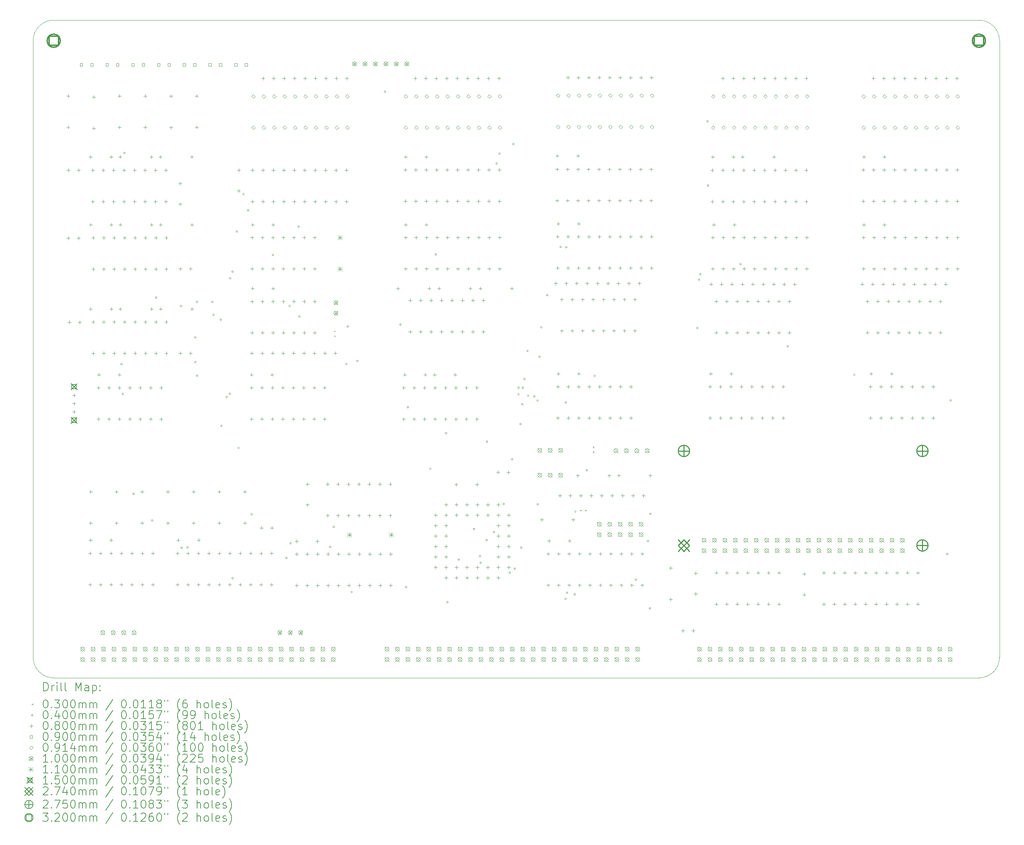
<source format=gbr>
%TF.GenerationSoftware,KiCad,Pcbnew,(6.0.11)*%
%TF.CreationDate,2024-03-10T14:23:44-04:00*%
%TF.ProjectId,input-output.SelfHost,696e7075-742d-46f7-9574-7075742e5365,rev?*%
%TF.SameCoordinates,Original*%
%TF.FileFunction,Drillmap*%
%TF.FilePolarity,Positive*%
%FSLAX45Y45*%
G04 Gerber Fmt 4.5, Leading zero omitted, Abs format (unit mm)*
G04 Created by KiCad (PCBNEW (6.0.11)) date 2024-03-10 14:23:44*
%MOMM*%
%LPD*%
G01*
G04 APERTURE LIST*
%ADD10C,0.050000*%
%ADD11C,0.200000*%
%ADD12C,0.030000*%
%ADD13C,0.040000*%
%ADD14C,0.080000*%
%ADD15C,0.090000*%
%ADD16C,0.091440*%
%ADD17C,0.100000*%
%ADD18C,0.110000*%
%ADD19C,0.150000*%
%ADD20C,0.274000*%
%ADD21C,0.275000*%
%ADD22C,0.320000*%
G04 APERTURE END LIST*
D10*
X3500000Y-7500000D02*
X3500000Y-22500000D01*
X4000000Y-23000000D02*
X26500000Y-23000000D01*
X27000000Y-22500000D02*
X27000000Y-7500000D01*
X26500000Y-7000000D02*
X4000000Y-7000000D01*
X27000000Y-7500000D02*
G75*
G03*
X26500000Y-7000000I-500000J0D01*
G01*
X3500000Y-22500000D02*
G75*
G03*
X4000000Y-23000000I500000J0D01*
G01*
X4000000Y-7000000D02*
G75*
G03*
X3500000Y-7500000I0J-500000D01*
G01*
X26500000Y-23000000D02*
G75*
G03*
X27000000Y-22500000I0J500000D01*
G01*
D11*
D12*
X10820000Y-14550000D02*
X10850000Y-14580000D01*
X10850000Y-14550000D02*
X10820000Y-14580000D01*
X10820000Y-14670000D02*
X10850000Y-14700000D01*
X10850000Y-14670000D02*
X10820000Y-14700000D01*
X16800000Y-18910000D02*
X16830000Y-18940000D01*
X16830000Y-18910000D02*
X16800000Y-18940000D01*
X16920000Y-18910000D02*
X16950000Y-18940000D01*
X16950000Y-18910000D02*
X16920000Y-18940000D01*
X17110000Y-17375000D02*
X17140000Y-17405000D01*
X17140000Y-17375000D02*
X17110000Y-17405000D01*
X17110000Y-17495000D02*
X17140000Y-17525000D01*
X17140000Y-17495000D02*
X17110000Y-17525000D01*
D13*
X5668540Y-15370190D02*
G75*
G03*
X5668540Y-15370190I-20000J0D01*
G01*
X5702290Y-16092230D02*
G75*
G03*
X5702290Y-16092230I-20000J0D01*
G01*
X5740150Y-10230170D02*
G75*
G03*
X5740150Y-10230170I-20000J0D01*
G01*
X5962520Y-18524930D02*
G75*
G03*
X5962520Y-18524930I-20000J0D01*
G01*
X6416770Y-19172090D02*
G75*
G03*
X6416770Y-19172090I-20000J0D01*
G01*
X6513270Y-13749680D02*
G75*
G03*
X6513270Y-13749680I-20000J0D01*
G01*
X7118780Y-13955090D02*
G75*
G03*
X7118780Y-13955090I-20000J0D01*
G01*
X7131470Y-19836970D02*
G75*
G03*
X7131470Y-19836970I-20000J0D01*
G01*
X7275810Y-19827500D02*
G75*
G03*
X7275810Y-19827500I-20000J0D01*
G01*
X7460790Y-14718020D02*
G75*
G03*
X7460790Y-14718020I-20000J0D01*
G01*
X7462780Y-15318580D02*
G75*
G03*
X7462780Y-15318580I-20000J0D01*
G01*
X7507810Y-13853070D02*
G75*
G03*
X7507810Y-13853070I-20000J0D01*
G01*
X7507810Y-15649550D02*
G75*
G03*
X7507810Y-15649550I-20000J0D01*
G01*
X7878040Y-13855480D02*
G75*
G03*
X7878040Y-13855480I-20000J0D01*
G01*
X7905170Y-14165540D02*
G75*
G03*
X7905170Y-14165540I-20000J0D01*
G01*
X8081700Y-14284200D02*
G75*
G03*
X8081700Y-14284200I-20000J0D01*
G01*
X8096130Y-16867800D02*
G75*
G03*
X8096130Y-16867800I-20000J0D01*
G01*
X8228320Y-16168050D02*
G75*
G03*
X8228320Y-16168050I-20000J0D01*
G01*
X8305650Y-16090150D02*
G75*
G03*
X8305650Y-16090150I-20000J0D01*
G01*
X8309860Y-13278390D02*
G75*
G03*
X8309860Y-13278390I-20000J0D01*
G01*
X8367480Y-13117590D02*
G75*
G03*
X8367480Y-13117590I-20000J0D01*
G01*
X8368930Y-20577910D02*
G75*
G03*
X8368930Y-20577910I-20000J0D01*
G01*
X8475560Y-12142750D02*
G75*
G03*
X8475560Y-12142750I-20000J0D01*
G01*
X8514700Y-17407550D02*
G75*
G03*
X8514700Y-17407550I-20000J0D01*
G01*
X8634460Y-11234750D02*
G75*
G03*
X8634460Y-11234750I-20000J0D01*
G01*
X8746420Y-11620990D02*
G75*
G03*
X8746420Y-11620990I-20000J0D01*
G01*
X8834140Y-19021300D02*
G75*
G03*
X8834140Y-19021300I-20000J0D01*
G01*
X9352240Y-12710290D02*
G75*
G03*
X9352240Y-12710290I-20000J0D01*
G01*
X9678380Y-20084400D02*
G75*
G03*
X9678380Y-20084400I-20000J0D01*
G01*
X9757190Y-13952130D02*
G75*
G03*
X9757190Y-13952130I-20000J0D01*
G01*
X9781590Y-19727430D02*
G75*
G03*
X9781590Y-19727430I-20000J0D01*
G01*
X9976550Y-12023060D02*
G75*
G03*
X9976550Y-12023060I-20000J0D01*
G01*
X9992760Y-14210410D02*
G75*
G03*
X9992760Y-14210410I-20000J0D01*
G01*
X10743630Y-19814730D02*
G75*
G03*
X10743630Y-19814730I-20000J0D01*
G01*
X10832120Y-19327080D02*
G75*
G03*
X10832120Y-19327080I-20000J0D01*
G01*
X11137330Y-15366130D02*
G75*
G03*
X11137330Y-15366130I-20000J0D01*
G01*
X11167490Y-14449580D02*
G75*
G03*
X11167490Y-14449580I-20000J0D01*
G01*
X11267790Y-20911360D02*
G75*
G03*
X11267790Y-20911360I-20000J0D01*
G01*
X11403040Y-15291510D02*
G75*
G03*
X11403040Y-15291510I-20000J0D01*
G01*
X12078290Y-8740470D02*
G75*
G03*
X12078290Y-8740470I-20000J0D01*
G01*
X12451300Y-14405220D02*
G75*
G03*
X12451300Y-14405220I-20000J0D01*
G01*
X12589170Y-20791050D02*
G75*
G03*
X12589170Y-20791050I-20000J0D01*
G01*
X12633410Y-16418450D02*
G75*
G03*
X12633410Y-16418450I-20000J0D01*
G01*
X13177620Y-17913880D02*
G75*
G03*
X13177620Y-17913880I-20000J0D01*
G01*
X13309780Y-12697880D02*
G75*
G03*
X13309780Y-12697880I-20000J0D01*
G01*
X13561260Y-17046690D02*
G75*
G03*
X13561260Y-17046690I-20000J0D01*
G01*
X13594770Y-21162340D02*
G75*
G03*
X13594770Y-21162340I-20000J0D01*
G01*
X13869190Y-20124560D02*
G75*
G03*
X13869190Y-20124560I-20000J0D01*
G01*
X14242770Y-19379660D02*
G75*
G03*
X14242770Y-19379660I-20000J0D01*
G01*
X14387170Y-20039470D02*
G75*
G03*
X14387170Y-20039470I-20000J0D01*
G01*
X14401400Y-20198220D02*
G75*
G03*
X14401400Y-20198220I-20000J0D01*
G01*
X14545510Y-19651660D02*
G75*
G03*
X14545510Y-19651660I-20000J0D01*
G01*
X14555240Y-17251060D02*
G75*
G03*
X14555240Y-17251060I-20000J0D01*
G01*
X14725060Y-19452520D02*
G75*
G03*
X14725060Y-19452520I-20000J0D01*
G01*
X14789190Y-10487450D02*
G75*
G03*
X14789190Y-10487450I-20000J0D01*
G01*
X14861730Y-10245900D02*
G75*
G03*
X14861730Y-10245900I-20000J0D01*
G01*
X14963470Y-18771690D02*
G75*
G03*
X14963470Y-18771690I-20000J0D01*
G01*
X15109970Y-20443970D02*
G75*
G03*
X15109970Y-20443970I-20000J0D01*
G01*
X15166760Y-17679980D02*
G75*
G03*
X15166760Y-17679980I-20000J0D01*
G01*
X15198720Y-10011550D02*
G75*
G03*
X15198720Y-10011550I-20000J0D01*
G01*
X15230900Y-20342970D02*
G75*
G03*
X15230900Y-20342970I-20000J0D01*
G01*
X15323390Y-15939440D02*
G75*
G03*
X15323390Y-15939440I-20000J0D01*
G01*
X15323390Y-16101690D02*
G75*
G03*
X15323390Y-16101690I-20000J0D01*
G01*
X15368420Y-16826880D02*
G75*
G03*
X15368420Y-16826880I-20000J0D01*
G01*
X15393180Y-19831710D02*
G75*
G03*
X15393180Y-19831710I-20000J0D01*
G01*
X15411860Y-16343960D02*
G75*
G03*
X15411860Y-16343960I-20000J0D01*
G01*
X15427720Y-15939440D02*
G75*
G03*
X15427720Y-15939440I-20000J0D01*
G01*
X15467150Y-15731280D02*
G75*
G03*
X15467150Y-15731280I-20000J0D01*
G01*
X15543680Y-15043220D02*
G75*
G03*
X15543680Y-15043220I-20000J0D01*
G01*
X15558520Y-16136060D02*
G75*
G03*
X15558520Y-16136060I-20000J0D01*
G01*
X15706490Y-16156110D02*
G75*
G03*
X15706490Y-16156110I-20000J0D01*
G01*
X15785190Y-16255420D02*
G75*
G03*
X15785190Y-16255420I-20000J0D01*
G01*
X15792610Y-18777640D02*
G75*
G03*
X15792610Y-18777640I-20000J0D01*
G01*
X15832340Y-15189620D02*
G75*
G03*
X15832340Y-15189620I-20000J0D01*
G01*
X15877370Y-14472080D02*
G75*
G03*
X15877370Y-14472080I-20000J0D01*
G01*
X16021560Y-13688490D02*
G75*
G03*
X16021560Y-13688490I-20000J0D01*
G01*
X16348570Y-12516090D02*
G75*
G03*
X16348570Y-12516090I-20000J0D01*
G01*
X16467190Y-21078240D02*
G75*
G03*
X16467190Y-21078240I-20000J0D01*
G01*
X16471120Y-16299450D02*
G75*
G03*
X16471120Y-16299450I-20000J0D01*
G01*
X16484520Y-12525840D02*
G75*
G03*
X16484520Y-12525840I-20000J0D01*
G01*
X16504810Y-20929370D02*
G75*
G03*
X16504810Y-20929370I-20000J0D01*
G01*
X16688840Y-20970910D02*
G75*
G03*
X16688840Y-20970910I-20000J0D01*
G01*
X16708500Y-18955980D02*
G75*
G03*
X16708500Y-18955980I-20000J0D01*
G01*
X16983710Y-17949460D02*
G75*
G03*
X16983710Y-17949460I-20000J0D01*
G01*
X17175530Y-15654730D02*
G75*
G03*
X17175530Y-15654730I-20000J0D01*
G01*
X18174780Y-20608740D02*
G75*
G03*
X18174780Y-20608740I-20000J0D01*
G01*
X18470430Y-19672540D02*
G75*
G03*
X18470430Y-19672540I-20000J0D01*
G01*
X18517150Y-21308690D02*
G75*
G03*
X18517150Y-21308690I-20000J0D01*
G01*
X18530970Y-19012660D02*
G75*
G03*
X18530970Y-19012660I-20000J0D01*
G01*
X19671920Y-14487460D02*
G75*
G03*
X19671920Y-14487460I-20000J0D01*
G01*
X19712120Y-13312460D02*
G75*
G03*
X19712120Y-13312460I-20000J0D01*
G01*
X19742350Y-13179660D02*
G75*
G03*
X19742350Y-13179660I-20000J0D01*
G01*
X19920860Y-9460580D02*
G75*
G03*
X19920860Y-9460580I-20000J0D01*
G01*
X19932320Y-11021060D02*
G75*
G03*
X19932320Y-11021060I-20000J0D01*
G01*
X20720260Y-12933930D02*
G75*
G03*
X20720260Y-12933930I-20000J0D01*
G01*
X21869200Y-14936510D02*
G75*
G03*
X21869200Y-14936510I-20000J0D01*
G01*
X23490560Y-15627880D02*
G75*
G03*
X23490560Y-15627880I-20000J0D01*
G01*
X25749070Y-19987620D02*
G75*
G03*
X25749070Y-19987620I-20000J0D01*
G01*
X25831760Y-16251100D02*
G75*
G03*
X25831760Y-16251100I-20000J0D01*
G01*
D14*
X4350000Y-8804000D02*
X4350000Y-8884000D01*
X4310000Y-8844000D02*
X4390000Y-8844000D01*
X4350000Y-9566000D02*
X4350000Y-9646000D01*
X4310000Y-9606000D02*
X4390000Y-9606000D01*
X4354490Y-10610000D02*
X4354490Y-10690000D01*
X4314490Y-10650000D02*
X4394490Y-10650000D01*
X4354490Y-12260000D02*
X4354490Y-12340000D01*
X4314490Y-12300000D02*
X4394490Y-12300000D01*
X4379490Y-14310000D02*
X4379490Y-14390000D01*
X4339490Y-14350000D02*
X4419490Y-14350000D01*
X4495250Y-16085000D02*
X4495250Y-16165000D01*
X4455250Y-16125000D02*
X4535250Y-16125000D01*
X4495250Y-16285000D02*
X4495250Y-16365000D01*
X4455250Y-16325000D02*
X4535250Y-16325000D01*
X4495250Y-16485000D02*
X4495250Y-16565000D01*
X4455250Y-16525000D02*
X4535250Y-16525000D01*
X4604490Y-10610000D02*
X4604490Y-10690000D01*
X4564490Y-10650000D02*
X4644490Y-10650000D01*
X4604490Y-12260000D02*
X4604490Y-12340000D01*
X4564490Y-12300000D02*
X4644490Y-12300000D01*
X4629490Y-14310000D02*
X4629490Y-14390000D01*
X4589490Y-14350000D02*
X4669490Y-14350000D01*
X4883980Y-19928000D02*
X4883980Y-20008000D01*
X4843980Y-19968000D02*
X4923980Y-19968000D01*
X4883980Y-20690000D02*
X4883980Y-20770000D01*
X4843980Y-20730000D02*
X4923980Y-20730000D01*
X4894000Y-10285000D02*
X4894000Y-10365000D01*
X4854000Y-10325000D02*
X4934000Y-10325000D01*
X4896480Y-19610000D02*
X4896480Y-19690000D01*
X4856480Y-19650000D02*
X4936480Y-19650000D01*
X4900000Y-11935000D02*
X4900000Y-12015000D01*
X4860000Y-11975000D02*
X4940000Y-11975000D01*
X4900000Y-13985000D02*
X4900000Y-14065000D01*
X4860000Y-14025000D02*
X4940000Y-14025000D01*
X4900000Y-18429000D02*
X4900000Y-18509000D01*
X4860000Y-18469000D02*
X4940000Y-18469000D01*
X4900000Y-19191000D02*
X4900000Y-19271000D01*
X4860000Y-19231000D02*
X4940000Y-19231000D01*
X4949750Y-10608000D02*
X4949750Y-10688000D01*
X4909750Y-10648000D02*
X4989750Y-10648000D01*
X4949750Y-11370000D02*
X4949750Y-11450000D01*
X4909750Y-11410000D02*
X4989750Y-11410000D01*
X4960000Y-12253000D02*
X4960000Y-12333000D01*
X4920000Y-12293000D02*
X5000000Y-12293000D01*
X4960000Y-13015000D02*
X4960000Y-13095000D01*
X4920000Y-13055000D02*
X5000000Y-13055000D01*
X4960000Y-14303000D02*
X4960000Y-14383000D01*
X4920000Y-14343000D02*
X5000000Y-14343000D01*
X4960000Y-15065000D02*
X4960000Y-15145000D01*
X4920000Y-15105000D02*
X5000000Y-15105000D01*
X4975000Y-8829000D02*
X4975000Y-8909000D01*
X4935000Y-8869000D02*
X5015000Y-8869000D01*
X4975000Y-9591000D02*
X4975000Y-9671000D01*
X4935000Y-9631000D02*
X5015000Y-9631000D01*
X5087500Y-15903000D02*
X5087500Y-15983000D01*
X5047500Y-15943000D02*
X5127500Y-15943000D01*
X5087500Y-16665000D02*
X5087500Y-16745000D01*
X5047500Y-16705000D02*
X5127500Y-16705000D01*
X5100000Y-15585000D02*
X5100000Y-15665000D01*
X5060000Y-15625000D02*
X5140000Y-15625000D01*
X5137980Y-19928000D02*
X5137980Y-20008000D01*
X5097980Y-19968000D02*
X5177980Y-19968000D01*
X5137980Y-20690000D02*
X5137980Y-20770000D01*
X5097980Y-20730000D02*
X5177980Y-20730000D01*
X5203750Y-10608000D02*
X5203750Y-10688000D01*
X5163750Y-10648000D02*
X5243750Y-10648000D01*
X5203750Y-11370000D02*
X5203750Y-11450000D01*
X5163750Y-11410000D02*
X5243750Y-11410000D01*
X5214000Y-12253000D02*
X5214000Y-12333000D01*
X5174000Y-12293000D02*
X5254000Y-12293000D01*
X5214000Y-13015000D02*
X5214000Y-13095000D01*
X5174000Y-13055000D02*
X5254000Y-13055000D01*
X5214000Y-14303000D02*
X5214000Y-14383000D01*
X5174000Y-14343000D02*
X5254000Y-14343000D01*
X5214000Y-15065000D02*
X5214000Y-15145000D01*
X5174000Y-15105000D02*
X5254000Y-15105000D01*
X5341500Y-15903000D02*
X5341500Y-15983000D01*
X5301500Y-15943000D02*
X5381500Y-15943000D01*
X5341500Y-16665000D02*
X5341500Y-16745000D01*
X5301500Y-16705000D02*
X5381500Y-16705000D01*
X5391980Y-19928000D02*
X5391980Y-20008000D01*
X5351980Y-19968000D02*
X5431980Y-19968000D01*
X5391980Y-20690000D02*
X5391980Y-20770000D01*
X5351980Y-20730000D02*
X5431980Y-20730000D01*
X5394000Y-10285000D02*
X5394000Y-10365000D01*
X5354000Y-10325000D02*
X5434000Y-10325000D01*
X5396480Y-19610000D02*
X5396480Y-19690000D01*
X5356480Y-19650000D02*
X5436480Y-19650000D01*
X5400000Y-11935000D02*
X5400000Y-12015000D01*
X5360000Y-11975000D02*
X5440000Y-11975000D01*
X5400000Y-13985000D02*
X5400000Y-14065000D01*
X5360000Y-14025000D02*
X5440000Y-14025000D01*
X5457750Y-10608000D02*
X5457750Y-10688000D01*
X5417750Y-10648000D02*
X5497750Y-10648000D01*
X5457750Y-11370000D02*
X5457750Y-11450000D01*
X5417750Y-11410000D02*
X5497750Y-11410000D01*
X5468000Y-12253000D02*
X5468000Y-12333000D01*
X5428000Y-12293000D02*
X5508000Y-12293000D01*
X5468000Y-13015000D02*
X5468000Y-13095000D01*
X5428000Y-13055000D02*
X5508000Y-13055000D01*
X5468000Y-14303000D02*
X5468000Y-14383000D01*
X5428000Y-14343000D02*
X5508000Y-14343000D01*
X5468000Y-15065000D02*
X5468000Y-15145000D01*
X5428000Y-15105000D02*
X5508000Y-15105000D01*
X5525000Y-18429000D02*
X5525000Y-18509000D01*
X5485000Y-18469000D02*
X5565000Y-18469000D01*
X5525000Y-19191000D02*
X5525000Y-19271000D01*
X5485000Y-19231000D02*
X5565000Y-19231000D01*
X5595500Y-15903000D02*
X5595500Y-15983000D01*
X5555500Y-15943000D02*
X5635500Y-15943000D01*
X5595500Y-16665000D02*
X5595500Y-16745000D01*
X5555500Y-16705000D02*
X5635500Y-16705000D01*
X5600000Y-8804000D02*
X5600000Y-8884000D01*
X5560000Y-8844000D02*
X5640000Y-8844000D01*
X5600000Y-9566000D02*
X5600000Y-9646000D01*
X5560000Y-9606000D02*
X5640000Y-9606000D01*
X5600000Y-15585000D02*
X5600000Y-15665000D01*
X5560000Y-15625000D02*
X5640000Y-15625000D01*
X5613000Y-10285000D02*
X5613000Y-10365000D01*
X5573000Y-10325000D02*
X5653000Y-10325000D01*
X5619000Y-11935000D02*
X5619000Y-12015000D01*
X5579000Y-11975000D02*
X5659000Y-11975000D01*
X5619000Y-13985000D02*
X5619000Y-14065000D01*
X5579000Y-14025000D02*
X5659000Y-14025000D01*
X5645980Y-19928000D02*
X5645980Y-20008000D01*
X5605980Y-19968000D02*
X5685980Y-19968000D01*
X5645980Y-20690000D02*
X5645980Y-20770000D01*
X5605980Y-20730000D02*
X5685980Y-20730000D01*
X5711750Y-10608000D02*
X5711750Y-10688000D01*
X5671750Y-10648000D02*
X5751750Y-10648000D01*
X5711750Y-11370000D02*
X5711750Y-11450000D01*
X5671750Y-11410000D02*
X5751750Y-11410000D01*
X5722000Y-12253000D02*
X5722000Y-12333000D01*
X5682000Y-12293000D02*
X5762000Y-12293000D01*
X5722000Y-13015000D02*
X5722000Y-13095000D01*
X5682000Y-13055000D02*
X5762000Y-13055000D01*
X5722000Y-14303000D02*
X5722000Y-14383000D01*
X5682000Y-14343000D02*
X5762000Y-14343000D01*
X5722000Y-15065000D02*
X5722000Y-15145000D01*
X5682000Y-15105000D02*
X5762000Y-15105000D01*
X5849500Y-15903000D02*
X5849500Y-15983000D01*
X5809500Y-15943000D02*
X5889500Y-15943000D01*
X5849500Y-16665000D02*
X5849500Y-16745000D01*
X5809500Y-16705000D02*
X5889500Y-16705000D01*
X5899980Y-19928000D02*
X5899980Y-20008000D01*
X5859980Y-19968000D02*
X5939980Y-19968000D01*
X5899980Y-20690000D02*
X5899980Y-20770000D01*
X5859980Y-20730000D02*
X5939980Y-20730000D01*
X5965750Y-10608000D02*
X5965750Y-10688000D01*
X5925750Y-10648000D02*
X6005750Y-10648000D01*
X5965750Y-11370000D02*
X5965750Y-11450000D01*
X5925750Y-11410000D02*
X6005750Y-11410000D01*
X5976000Y-12253000D02*
X5976000Y-12333000D01*
X5936000Y-12293000D02*
X6016000Y-12293000D01*
X5976000Y-13015000D02*
X5976000Y-13095000D01*
X5936000Y-13055000D02*
X6016000Y-13055000D01*
X5976000Y-14303000D02*
X5976000Y-14383000D01*
X5936000Y-14343000D02*
X6016000Y-14343000D01*
X5976000Y-15065000D02*
X5976000Y-15145000D01*
X5936000Y-15105000D02*
X6016000Y-15105000D01*
X6103500Y-15903000D02*
X6103500Y-15983000D01*
X6063500Y-15943000D02*
X6143500Y-15943000D01*
X6103500Y-16665000D02*
X6103500Y-16745000D01*
X6063500Y-16705000D02*
X6143500Y-16705000D01*
X6150000Y-18429000D02*
X6150000Y-18509000D01*
X6110000Y-18469000D02*
X6190000Y-18469000D01*
X6150000Y-19191000D02*
X6150000Y-19271000D01*
X6110000Y-19231000D02*
X6190000Y-19231000D01*
X6153980Y-19928000D02*
X6153980Y-20008000D01*
X6113980Y-19968000D02*
X6193980Y-19968000D01*
X6153980Y-20690000D02*
X6153980Y-20770000D01*
X6113980Y-20730000D02*
X6193980Y-20730000D01*
X6219750Y-10608000D02*
X6219750Y-10688000D01*
X6179750Y-10648000D02*
X6259750Y-10648000D01*
X6219750Y-11370000D02*
X6219750Y-11450000D01*
X6179750Y-11410000D02*
X6259750Y-11410000D01*
X6225000Y-8804000D02*
X6225000Y-8884000D01*
X6185000Y-8844000D02*
X6265000Y-8844000D01*
X6225000Y-9566000D02*
X6225000Y-9646000D01*
X6185000Y-9606000D02*
X6265000Y-9606000D01*
X6230000Y-12253000D02*
X6230000Y-12333000D01*
X6190000Y-12293000D02*
X6270000Y-12293000D01*
X6230000Y-13015000D02*
X6230000Y-13095000D01*
X6190000Y-13055000D02*
X6270000Y-13055000D01*
X6230000Y-14303000D02*
X6230000Y-14383000D01*
X6190000Y-14343000D02*
X6270000Y-14343000D01*
X6230000Y-15065000D02*
X6230000Y-15145000D01*
X6190000Y-15105000D02*
X6270000Y-15105000D01*
X6357500Y-15903000D02*
X6357500Y-15983000D01*
X6317500Y-15943000D02*
X6397500Y-15943000D01*
X6357500Y-16665000D02*
X6357500Y-16745000D01*
X6317500Y-16705000D02*
X6397500Y-16705000D01*
X6375000Y-10285000D02*
X6375000Y-10365000D01*
X6335000Y-10325000D02*
X6415000Y-10325000D01*
X6381000Y-11935000D02*
X6381000Y-12015000D01*
X6341000Y-11975000D02*
X6421000Y-11975000D01*
X6381000Y-13985000D02*
X6381000Y-14065000D01*
X6341000Y-14025000D02*
X6421000Y-14025000D01*
X6407980Y-19928000D02*
X6407980Y-20008000D01*
X6367980Y-19968000D02*
X6447980Y-19968000D01*
X6407980Y-20690000D02*
X6407980Y-20770000D01*
X6367980Y-20730000D02*
X6447980Y-20730000D01*
X6473750Y-10608000D02*
X6473750Y-10688000D01*
X6433750Y-10648000D02*
X6513750Y-10648000D01*
X6473750Y-11370000D02*
X6473750Y-11450000D01*
X6433750Y-11410000D02*
X6513750Y-11410000D01*
X6484000Y-12253000D02*
X6484000Y-12333000D01*
X6444000Y-12293000D02*
X6524000Y-12293000D01*
X6484000Y-13015000D02*
X6484000Y-13095000D01*
X6444000Y-13055000D02*
X6524000Y-13055000D01*
X6484000Y-14303000D02*
X6484000Y-14383000D01*
X6444000Y-14343000D02*
X6524000Y-14343000D01*
X6484000Y-15065000D02*
X6484000Y-15145000D01*
X6444000Y-15105000D02*
X6524000Y-15105000D01*
X6594000Y-10285000D02*
X6594000Y-10365000D01*
X6554000Y-10325000D02*
X6634000Y-10325000D01*
X6600000Y-11935000D02*
X6600000Y-12015000D01*
X6560000Y-11975000D02*
X6640000Y-11975000D01*
X6600000Y-13985000D02*
X6600000Y-14065000D01*
X6560000Y-14025000D02*
X6640000Y-14025000D01*
X6611500Y-15903000D02*
X6611500Y-15983000D01*
X6571500Y-15943000D02*
X6651500Y-15943000D01*
X6611500Y-16665000D02*
X6611500Y-16745000D01*
X6571500Y-16705000D02*
X6651500Y-16705000D01*
X6727750Y-10608000D02*
X6727750Y-10688000D01*
X6687750Y-10648000D02*
X6767750Y-10648000D01*
X6727750Y-11370000D02*
X6727750Y-11450000D01*
X6687750Y-11410000D02*
X6767750Y-11410000D01*
X6738000Y-12253000D02*
X6738000Y-12333000D01*
X6698000Y-12293000D02*
X6778000Y-12293000D01*
X6738000Y-13015000D02*
X6738000Y-13095000D01*
X6698000Y-13055000D02*
X6778000Y-13055000D01*
X6738000Y-14303000D02*
X6738000Y-14383000D01*
X6698000Y-14343000D02*
X6778000Y-14343000D01*
X6738000Y-15065000D02*
X6738000Y-15145000D01*
X6698000Y-15105000D02*
X6778000Y-15105000D01*
X6775000Y-18429000D02*
X6775000Y-18509000D01*
X6735000Y-18469000D02*
X6815000Y-18469000D01*
X6775000Y-19191000D02*
X6775000Y-19271000D01*
X6735000Y-19231000D02*
X6815000Y-19231000D01*
X6850000Y-8810000D02*
X6850000Y-8890000D01*
X6810000Y-8850000D02*
X6890000Y-8850000D01*
X6850000Y-9572000D02*
X6850000Y-9652000D01*
X6810000Y-9612000D02*
X6890000Y-9612000D01*
X7008980Y-19928000D02*
X7008980Y-20008000D01*
X6968980Y-19968000D02*
X7048980Y-19968000D01*
X7008980Y-20690000D02*
X7008980Y-20770000D01*
X6968980Y-20730000D02*
X7048980Y-20730000D01*
X7026480Y-19610000D02*
X7026480Y-19690000D01*
X6986480Y-19650000D02*
X7066480Y-19650000D01*
X7075000Y-10935000D02*
X7075000Y-11015000D01*
X7035000Y-10975000D02*
X7115000Y-10975000D01*
X7075000Y-11435000D02*
X7075000Y-11515000D01*
X7035000Y-11475000D02*
X7115000Y-11475000D01*
X7079490Y-13010000D02*
X7079490Y-13090000D01*
X7039490Y-13050000D02*
X7119490Y-13050000D01*
X7079490Y-15060000D02*
X7079490Y-15140000D01*
X7039490Y-15100000D02*
X7119490Y-15100000D01*
X7262980Y-19928000D02*
X7262980Y-20008000D01*
X7222980Y-19968000D02*
X7302980Y-19968000D01*
X7262980Y-20690000D02*
X7262980Y-20770000D01*
X7222980Y-20730000D02*
X7302980Y-20730000D01*
X7329490Y-13010000D02*
X7329490Y-13090000D01*
X7289490Y-13050000D02*
X7369490Y-13050000D01*
X7329490Y-15060000D02*
X7329490Y-15140000D01*
X7289490Y-15100000D02*
X7369490Y-15100000D01*
X7356000Y-10285000D02*
X7356000Y-10365000D01*
X7316000Y-10325000D02*
X7396000Y-10325000D01*
X7362000Y-11935000D02*
X7362000Y-12015000D01*
X7322000Y-11975000D02*
X7402000Y-11975000D01*
X7362000Y-13985000D02*
X7362000Y-14065000D01*
X7322000Y-14025000D02*
X7402000Y-14025000D01*
X7400000Y-18429000D02*
X7400000Y-18509000D01*
X7360000Y-18469000D02*
X7440000Y-18469000D01*
X7400000Y-19191000D02*
X7400000Y-19271000D01*
X7360000Y-19231000D02*
X7440000Y-19231000D01*
X7475000Y-8804000D02*
X7475000Y-8884000D01*
X7435000Y-8844000D02*
X7515000Y-8844000D01*
X7475000Y-9566000D02*
X7475000Y-9646000D01*
X7435000Y-9606000D02*
X7515000Y-9606000D01*
X7516980Y-19928000D02*
X7516980Y-20008000D01*
X7476980Y-19968000D02*
X7556980Y-19968000D01*
X7516980Y-20690000D02*
X7516980Y-20770000D01*
X7476980Y-20730000D02*
X7556980Y-20730000D01*
X7526480Y-19610000D02*
X7526480Y-19690000D01*
X7486480Y-19650000D02*
X7566480Y-19650000D01*
X7770980Y-19928000D02*
X7770980Y-20008000D01*
X7730980Y-19968000D02*
X7810980Y-19968000D01*
X7770980Y-20690000D02*
X7770980Y-20770000D01*
X7730980Y-20730000D02*
X7810980Y-20730000D01*
X8024980Y-19928000D02*
X8024980Y-20008000D01*
X7984980Y-19968000D02*
X8064980Y-19968000D01*
X8024980Y-20690000D02*
X8024980Y-20770000D01*
X7984980Y-20730000D02*
X8064980Y-20730000D01*
X8025000Y-18429000D02*
X8025000Y-18509000D01*
X7985000Y-18469000D02*
X8065000Y-18469000D01*
X8025000Y-19191000D02*
X8025000Y-19271000D01*
X7985000Y-19231000D02*
X8065000Y-19231000D01*
X8278980Y-19928000D02*
X8278980Y-20008000D01*
X8238980Y-19968000D02*
X8318980Y-19968000D01*
X8278980Y-20690000D02*
X8278980Y-20770000D01*
X8238980Y-20730000D02*
X8318980Y-20730000D01*
X8500000Y-10610000D02*
X8500000Y-10690000D01*
X8460000Y-10650000D02*
X8540000Y-10650000D01*
X8500000Y-11110000D02*
X8500000Y-11190000D01*
X8460000Y-11150000D02*
X8540000Y-11150000D01*
X8532980Y-19928000D02*
X8532980Y-20008000D01*
X8492980Y-19968000D02*
X8572980Y-19968000D01*
X8532980Y-20690000D02*
X8532980Y-20770000D01*
X8492980Y-20730000D02*
X8572980Y-20730000D01*
X8650000Y-18429000D02*
X8650000Y-18509000D01*
X8610000Y-18469000D02*
X8690000Y-18469000D01*
X8650000Y-19191000D02*
X8650000Y-19271000D01*
X8610000Y-19231000D02*
X8690000Y-19231000D01*
X8786980Y-19928000D02*
X8786980Y-20008000D01*
X8746980Y-19968000D02*
X8826980Y-19968000D01*
X8786980Y-20690000D02*
X8786980Y-20770000D01*
X8746980Y-20730000D02*
X8826980Y-20730000D01*
X8810000Y-15585000D02*
X8810000Y-15665000D01*
X8770000Y-15625000D02*
X8850000Y-15625000D01*
X8810000Y-15898000D02*
X8810000Y-15978000D01*
X8770000Y-15938000D02*
X8850000Y-15938000D01*
X8810000Y-16660000D02*
X8810000Y-16740000D01*
X8770000Y-16700000D02*
X8850000Y-16700000D01*
X8817500Y-15060000D02*
X8817500Y-15140000D01*
X8777500Y-15100000D02*
X8857500Y-15100000D01*
X8822500Y-12248000D02*
X8822500Y-12328000D01*
X8782500Y-12288000D02*
X8862500Y-12288000D01*
X8822500Y-13010000D02*
X8822500Y-13090000D01*
X8782500Y-13050000D02*
X8862500Y-13050000D01*
X8822500Y-13803000D02*
X8822500Y-13883000D01*
X8782500Y-13843000D02*
X8862500Y-13843000D01*
X8822500Y-14565000D02*
X8822500Y-14645000D01*
X8782500Y-14605000D02*
X8862500Y-14605000D01*
X8832250Y-10608000D02*
X8832250Y-10688000D01*
X8792250Y-10648000D02*
X8872250Y-10648000D01*
X8832250Y-11370000D02*
X8832250Y-11450000D01*
X8792250Y-11410000D02*
X8872250Y-11410000D01*
X8835000Y-11935000D02*
X8835000Y-12015000D01*
X8795000Y-11975000D02*
X8875000Y-11975000D01*
X8835000Y-13485000D02*
X8835000Y-13565000D01*
X8795000Y-13525000D02*
X8875000Y-13525000D01*
X9040980Y-19928000D02*
X9040980Y-20008000D01*
X9000980Y-19968000D02*
X9080980Y-19968000D01*
X9040980Y-20690000D02*
X9040980Y-20770000D01*
X9000980Y-20730000D02*
X9080980Y-20730000D01*
X9054490Y-19310000D02*
X9054490Y-19390000D01*
X9014490Y-19350000D02*
X9094490Y-19350000D01*
X9064000Y-15898000D02*
X9064000Y-15978000D01*
X9024000Y-15938000D02*
X9104000Y-15938000D01*
X9064000Y-16660000D02*
X9064000Y-16740000D01*
X9024000Y-16700000D02*
X9104000Y-16700000D01*
X9071500Y-15060000D02*
X9071500Y-15140000D01*
X9031500Y-15100000D02*
X9111500Y-15100000D01*
X9076500Y-12248000D02*
X9076500Y-12328000D01*
X9036500Y-12288000D02*
X9116500Y-12288000D01*
X9076500Y-13010000D02*
X9076500Y-13090000D01*
X9036500Y-13050000D02*
X9116500Y-13050000D01*
X9076500Y-13803000D02*
X9076500Y-13883000D01*
X9036500Y-13843000D02*
X9116500Y-13843000D01*
X9076500Y-14565000D02*
X9076500Y-14645000D01*
X9036500Y-14605000D02*
X9116500Y-14605000D01*
X9086250Y-10608000D02*
X9086250Y-10688000D01*
X9046250Y-10648000D02*
X9126250Y-10648000D01*
X9086250Y-11370000D02*
X9086250Y-11450000D01*
X9046250Y-11410000D02*
X9126250Y-11410000D01*
X9092500Y-8375500D02*
X9092500Y-8455500D01*
X9052500Y-8415500D02*
X9132500Y-8415500D01*
X9294980Y-19928000D02*
X9294980Y-20008000D01*
X9254980Y-19968000D02*
X9334980Y-19968000D01*
X9294980Y-20690000D02*
X9294980Y-20770000D01*
X9254980Y-20730000D02*
X9334980Y-20730000D01*
X9304490Y-19310000D02*
X9304490Y-19390000D01*
X9264490Y-19350000D02*
X9344490Y-19350000D01*
X9310000Y-15585000D02*
X9310000Y-15665000D01*
X9270000Y-15625000D02*
X9350000Y-15625000D01*
X9318000Y-15898000D02*
X9318000Y-15978000D01*
X9278000Y-15938000D02*
X9358000Y-15938000D01*
X9318000Y-16660000D02*
X9318000Y-16740000D01*
X9278000Y-16700000D02*
X9358000Y-16700000D01*
X9325500Y-15060000D02*
X9325500Y-15140000D01*
X9285500Y-15100000D02*
X9365500Y-15100000D01*
X9330500Y-12248000D02*
X9330500Y-12328000D01*
X9290500Y-12288000D02*
X9370500Y-12288000D01*
X9330500Y-13010000D02*
X9330500Y-13090000D01*
X9290500Y-13050000D02*
X9370500Y-13050000D01*
X9330500Y-13803000D02*
X9330500Y-13883000D01*
X9290500Y-13843000D02*
X9370500Y-13843000D01*
X9330500Y-14565000D02*
X9330500Y-14645000D01*
X9290500Y-14605000D02*
X9370500Y-14605000D01*
X9335000Y-11935000D02*
X9335000Y-12015000D01*
X9295000Y-11975000D02*
X9375000Y-11975000D01*
X9335000Y-13485000D02*
X9335000Y-13565000D01*
X9295000Y-13525000D02*
X9375000Y-13525000D01*
X9340250Y-10608000D02*
X9340250Y-10688000D01*
X9300250Y-10648000D02*
X9380250Y-10648000D01*
X9340250Y-11370000D02*
X9340250Y-11450000D01*
X9300250Y-11410000D02*
X9380250Y-11410000D01*
X9346500Y-8375500D02*
X9346500Y-8455500D01*
X9306500Y-8415500D02*
X9386500Y-8415500D01*
X9572000Y-15898000D02*
X9572000Y-15978000D01*
X9532000Y-15938000D02*
X9612000Y-15938000D01*
X9572000Y-16660000D02*
X9572000Y-16740000D01*
X9532000Y-16700000D02*
X9612000Y-16700000D01*
X9579500Y-15060000D02*
X9579500Y-15140000D01*
X9539500Y-15100000D02*
X9619500Y-15100000D01*
X9584500Y-12248000D02*
X9584500Y-12328000D01*
X9544500Y-12288000D02*
X9624500Y-12288000D01*
X9584500Y-13010000D02*
X9584500Y-13090000D01*
X9544500Y-13050000D02*
X9624500Y-13050000D01*
X9584500Y-13803000D02*
X9584500Y-13883000D01*
X9544500Y-13843000D02*
X9624500Y-13843000D01*
X9584500Y-14565000D02*
X9584500Y-14645000D01*
X9544500Y-14605000D02*
X9624500Y-14605000D01*
X9594250Y-10608000D02*
X9594250Y-10688000D01*
X9554250Y-10648000D02*
X9634250Y-10648000D01*
X9594250Y-11370000D02*
X9594250Y-11450000D01*
X9554250Y-11410000D02*
X9634250Y-11410000D01*
X9600500Y-8375500D02*
X9600500Y-8455500D01*
X9560500Y-8415500D02*
X9640500Y-8415500D01*
X9826000Y-15898000D02*
X9826000Y-15978000D01*
X9786000Y-15938000D02*
X9866000Y-15938000D01*
X9826000Y-16660000D02*
X9826000Y-16740000D01*
X9786000Y-16700000D02*
X9866000Y-16700000D01*
X9833500Y-15060000D02*
X9833500Y-15140000D01*
X9793500Y-15100000D02*
X9873500Y-15100000D01*
X9838500Y-12248000D02*
X9838500Y-12328000D01*
X9798500Y-12288000D02*
X9878500Y-12288000D01*
X9838500Y-13010000D02*
X9838500Y-13090000D01*
X9798500Y-13050000D02*
X9878500Y-13050000D01*
X9838500Y-13803000D02*
X9838500Y-13883000D01*
X9798500Y-13843000D02*
X9878500Y-13843000D01*
X9838500Y-14565000D02*
X9838500Y-14645000D01*
X9798500Y-14605000D02*
X9878500Y-14605000D01*
X9848250Y-10608000D02*
X9848250Y-10688000D01*
X9808250Y-10648000D02*
X9888250Y-10648000D01*
X9848250Y-11370000D02*
X9848250Y-11450000D01*
X9808250Y-11410000D02*
X9888250Y-11410000D01*
X9854500Y-8375500D02*
X9854500Y-8455500D01*
X9814500Y-8415500D02*
X9894500Y-8415500D01*
X9908980Y-19635000D02*
X9908980Y-19715000D01*
X9868980Y-19675000D02*
X9948980Y-19675000D01*
X9908980Y-19948000D02*
X9908980Y-20028000D01*
X9868980Y-19988000D02*
X9948980Y-19988000D01*
X9908980Y-20710000D02*
X9908980Y-20790000D01*
X9868980Y-20750000D02*
X9948980Y-20750000D01*
X10080000Y-15898000D02*
X10080000Y-15978000D01*
X10040000Y-15938000D02*
X10120000Y-15938000D01*
X10080000Y-16660000D02*
X10080000Y-16740000D01*
X10040000Y-16700000D02*
X10120000Y-16700000D01*
X10087500Y-15060000D02*
X10087500Y-15140000D01*
X10047500Y-15100000D02*
X10127500Y-15100000D01*
X10092500Y-12248000D02*
X10092500Y-12328000D01*
X10052500Y-12288000D02*
X10132500Y-12288000D01*
X10092500Y-13010000D02*
X10092500Y-13090000D01*
X10052500Y-13050000D02*
X10132500Y-13050000D01*
X10092500Y-13803000D02*
X10092500Y-13883000D01*
X10052500Y-13843000D02*
X10132500Y-13843000D01*
X10092500Y-14565000D02*
X10092500Y-14645000D01*
X10052500Y-14605000D02*
X10132500Y-14605000D01*
X10102250Y-10608000D02*
X10102250Y-10688000D01*
X10062250Y-10648000D02*
X10142250Y-10648000D01*
X10102250Y-11370000D02*
X10102250Y-11450000D01*
X10062250Y-11410000D02*
X10142250Y-11410000D01*
X10108500Y-8375500D02*
X10108500Y-8455500D01*
X10068500Y-8415500D02*
X10148500Y-8415500D01*
X10162980Y-19948000D02*
X10162980Y-20028000D01*
X10122980Y-19988000D02*
X10202980Y-19988000D01*
X10162980Y-20710000D02*
X10162980Y-20790000D01*
X10122980Y-20750000D02*
X10202980Y-20750000D01*
X10170000Y-18250000D02*
X10170000Y-18330000D01*
X10130000Y-18290000D02*
X10210000Y-18290000D01*
X10170000Y-18750000D02*
X10170000Y-18830000D01*
X10130000Y-18790000D02*
X10210000Y-18790000D01*
X10334000Y-15898000D02*
X10334000Y-15978000D01*
X10294000Y-15938000D02*
X10374000Y-15938000D01*
X10334000Y-16660000D02*
X10334000Y-16740000D01*
X10294000Y-16700000D02*
X10374000Y-16700000D01*
X10341500Y-15060000D02*
X10341500Y-15140000D01*
X10301500Y-15100000D02*
X10381500Y-15100000D01*
X10346500Y-12248000D02*
X10346500Y-12328000D01*
X10306500Y-12288000D02*
X10386500Y-12288000D01*
X10346500Y-13010000D02*
X10346500Y-13090000D01*
X10306500Y-13050000D02*
X10386500Y-13050000D01*
X10346500Y-13803000D02*
X10346500Y-13883000D01*
X10306500Y-13843000D02*
X10386500Y-13843000D01*
X10346500Y-14565000D02*
X10346500Y-14645000D01*
X10306500Y-14605000D02*
X10386500Y-14605000D01*
X10356250Y-10608000D02*
X10356250Y-10688000D01*
X10316250Y-10648000D02*
X10396250Y-10648000D01*
X10356250Y-11370000D02*
X10356250Y-11450000D01*
X10316250Y-11410000D02*
X10396250Y-11410000D01*
X10362500Y-8375500D02*
X10362500Y-8455500D01*
X10322500Y-8415500D02*
X10402500Y-8415500D01*
X10408980Y-19635000D02*
X10408980Y-19715000D01*
X10368980Y-19675000D02*
X10448980Y-19675000D01*
X10416980Y-19948000D02*
X10416980Y-20028000D01*
X10376980Y-19988000D02*
X10456980Y-19988000D01*
X10416980Y-20710000D02*
X10416980Y-20790000D01*
X10376980Y-20750000D02*
X10456980Y-20750000D01*
X10588000Y-15898000D02*
X10588000Y-15978000D01*
X10548000Y-15938000D02*
X10628000Y-15938000D01*
X10588000Y-16660000D02*
X10588000Y-16740000D01*
X10548000Y-16700000D02*
X10628000Y-16700000D01*
X10595500Y-15060000D02*
X10595500Y-15140000D01*
X10555500Y-15100000D02*
X10635500Y-15100000D01*
X10610250Y-10608000D02*
X10610250Y-10688000D01*
X10570250Y-10648000D02*
X10650250Y-10648000D01*
X10610250Y-11370000D02*
X10610250Y-11450000D01*
X10570250Y-11410000D02*
X10650250Y-11410000D01*
X10616500Y-8375500D02*
X10616500Y-8455500D01*
X10576500Y-8415500D02*
X10656500Y-8415500D01*
X10657500Y-18248000D02*
X10657500Y-18328000D01*
X10617500Y-18288000D02*
X10697500Y-18288000D01*
X10657500Y-19010000D02*
X10657500Y-19090000D01*
X10617500Y-19050000D02*
X10697500Y-19050000D01*
X10670980Y-19948000D02*
X10670980Y-20028000D01*
X10630980Y-19988000D02*
X10710980Y-19988000D01*
X10670980Y-20710000D02*
X10670980Y-20790000D01*
X10630980Y-20750000D02*
X10710980Y-20750000D01*
X10849500Y-15060000D02*
X10849500Y-15140000D01*
X10809500Y-15100000D02*
X10889500Y-15100000D01*
X10864250Y-10608000D02*
X10864250Y-10688000D01*
X10824250Y-10648000D02*
X10904250Y-10648000D01*
X10864250Y-11370000D02*
X10864250Y-11450000D01*
X10824250Y-11410000D02*
X10904250Y-11410000D01*
X10870500Y-8375500D02*
X10870500Y-8455500D01*
X10830500Y-8415500D02*
X10910500Y-8415500D01*
X10911500Y-18248000D02*
X10911500Y-18328000D01*
X10871500Y-18288000D02*
X10951500Y-18288000D01*
X10911500Y-19010000D02*
X10911500Y-19090000D01*
X10871500Y-19050000D02*
X10951500Y-19050000D01*
X10924980Y-19948000D02*
X10924980Y-20028000D01*
X10884980Y-19988000D02*
X10964980Y-19988000D01*
X10924980Y-20710000D02*
X10924980Y-20790000D01*
X10884980Y-20750000D02*
X10964980Y-20750000D01*
X11118250Y-10608000D02*
X11118250Y-10688000D01*
X11078250Y-10648000D02*
X11158250Y-10648000D01*
X11118250Y-11370000D02*
X11118250Y-11450000D01*
X11078250Y-11410000D02*
X11158250Y-11410000D01*
X11124500Y-8375500D02*
X11124500Y-8455500D01*
X11084500Y-8415500D02*
X11164500Y-8415500D01*
X11165500Y-18248000D02*
X11165500Y-18328000D01*
X11125500Y-18288000D02*
X11205500Y-18288000D01*
X11165500Y-19010000D02*
X11165500Y-19090000D01*
X11125500Y-19050000D02*
X11205500Y-19050000D01*
X11178980Y-19948000D02*
X11178980Y-20028000D01*
X11138980Y-19988000D02*
X11218980Y-19988000D01*
X11178980Y-20710000D02*
X11178980Y-20790000D01*
X11138980Y-20750000D02*
X11218980Y-20750000D01*
X11419500Y-18248000D02*
X11419500Y-18328000D01*
X11379500Y-18288000D02*
X11459500Y-18288000D01*
X11419500Y-19010000D02*
X11419500Y-19090000D01*
X11379500Y-19050000D02*
X11459500Y-19050000D01*
X11432980Y-19948000D02*
X11432980Y-20028000D01*
X11392980Y-19988000D02*
X11472980Y-19988000D01*
X11432980Y-20710000D02*
X11432980Y-20790000D01*
X11392980Y-20750000D02*
X11472980Y-20750000D01*
X11673500Y-18248000D02*
X11673500Y-18328000D01*
X11633500Y-18288000D02*
X11713500Y-18288000D01*
X11673500Y-19010000D02*
X11673500Y-19090000D01*
X11633500Y-19050000D02*
X11713500Y-19050000D01*
X11686980Y-19948000D02*
X11686980Y-20028000D01*
X11646980Y-19988000D02*
X11726980Y-19988000D01*
X11686980Y-20710000D02*
X11686980Y-20790000D01*
X11646980Y-20750000D02*
X11726980Y-20750000D01*
X11927500Y-18248000D02*
X11927500Y-18328000D01*
X11887500Y-18288000D02*
X11967500Y-18288000D01*
X11927500Y-19010000D02*
X11927500Y-19090000D01*
X11887500Y-19050000D02*
X11967500Y-19050000D01*
X11940980Y-19948000D02*
X11940980Y-20028000D01*
X11900980Y-19988000D02*
X11980980Y-19988000D01*
X11940980Y-20710000D02*
X11940980Y-20790000D01*
X11900980Y-20750000D02*
X11980980Y-20750000D01*
X12181500Y-18248000D02*
X12181500Y-18328000D01*
X12141500Y-18288000D02*
X12221500Y-18288000D01*
X12181500Y-19010000D02*
X12181500Y-19090000D01*
X12141500Y-19050000D02*
X12221500Y-19050000D01*
X12194980Y-19948000D02*
X12194980Y-20028000D01*
X12154980Y-19988000D02*
X12234980Y-19988000D01*
X12194980Y-20710000D02*
X12194980Y-20790000D01*
X12154980Y-20750000D02*
X12234980Y-20750000D01*
X12369000Y-13485000D02*
X12369000Y-13565000D01*
X12329000Y-13525000D02*
X12409000Y-13525000D01*
X12510000Y-15903000D02*
X12510000Y-15983000D01*
X12470000Y-15943000D02*
X12550000Y-15943000D01*
X12510000Y-16665000D02*
X12510000Y-16745000D01*
X12470000Y-16705000D02*
X12550000Y-16705000D01*
X12535000Y-15585000D02*
X12535000Y-15665000D01*
X12495000Y-15625000D02*
X12575000Y-15625000D01*
X12549750Y-10603000D02*
X12549750Y-10683000D01*
X12509750Y-10643000D02*
X12589750Y-10643000D01*
X12549750Y-11365000D02*
X12549750Y-11445000D01*
X12509750Y-11405000D02*
X12589750Y-11405000D01*
X12560000Y-10285000D02*
X12560000Y-10365000D01*
X12520000Y-10325000D02*
X12600000Y-10325000D01*
X12560000Y-11935000D02*
X12560000Y-12015000D01*
X12520000Y-11975000D02*
X12600000Y-11975000D01*
X12560000Y-12248000D02*
X12560000Y-12328000D01*
X12520000Y-12288000D02*
X12600000Y-12288000D01*
X12560000Y-13010000D02*
X12560000Y-13090000D01*
X12520000Y-13050000D02*
X12600000Y-13050000D01*
X12670000Y-13774750D02*
X12670000Y-13854750D01*
X12630000Y-13814750D02*
X12710000Y-13814750D01*
X12670000Y-14536750D02*
X12670000Y-14616750D01*
X12630000Y-14576750D02*
X12710000Y-14576750D01*
X12764000Y-15903000D02*
X12764000Y-15983000D01*
X12724000Y-15943000D02*
X12804000Y-15943000D01*
X12764000Y-16665000D02*
X12764000Y-16745000D01*
X12724000Y-16705000D02*
X12804000Y-16705000D01*
X12792500Y-8375500D02*
X12792500Y-8455500D01*
X12752500Y-8415500D02*
X12832500Y-8415500D01*
X12803750Y-10603000D02*
X12803750Y-10683000D01*
X12763750Y-10643000D02*
X12843750Y-10643000D01*
X12803750Y-11365000D02*
X12803750Y-11445000D01*
X12763750Y-11405000D02*
X12843750Y-11405000D01*
X12814000Y-12248000D02*
X12814000Y-12328000D01*
X12774000Y-12288000D02*
X12854000Y-12288000D01*
X12814000Y-13010000D02*
X12814000Y-13090000D01*
X12774000Y-13050000D02*
X12854000Y-13050000D01*
X12924000Y-13774750D02*
X12924000Y-13854750D01*
X12884000Y-13814750D02*
X12964000Y-13814750D01*
X12924000Y-14536750D02*
X12924000Y-14616750D01*
X12884000Y-14576750D02*
X12964000Y-14576750D01*
X13018000Y-15903000D02*
X13018000Y-15983000D01*
X12978000Y-15943000D02*
X13058000Y-15943000D01*
X13018000Y-16665000D02*
X13018000Y-16745000D01*
X12978000Y-16705000D02*
X13058000Y-16705000D01*
X13035000Y-15585000D02*
X13035000Y-15665000D01*
X12995000Y-15625000D02*
X13075000Y-15625000D01*
X13046500Y-8375500D02*
X13046500Y-8455500D01*
X13006500Y-8415500D02*
X13086500Y-8415500D01*
X13057750Y-10603000D02*
X13057750Y-10683000D01*
X13017750Y-10643000D02*
X13097750Y-10643000D01*
X13057750Y-11365000D02*
X13057750Y-11445000D01*
X13017750Y-11405000D02*
X13097750Y-11405000D01*
X13060000Y-10285000D02*
X13060000Y-10365000D01*
X13020000Y-10325000D02*
X13100000Y-10325000D01*
X13060000Y-11935000D02*
X13060000Y-12015000D01*
X13020000Y-11975000D02*
X13100000Y-11975000D01*
X13068000Y-12248000D02*
X13068000Y-12328000D01*
X13028000Y-12288000D02*
X13108000Y-12288000D01*
X13068000Y-13010000D02*
X13068000Y-13090000D01*
X13028000Y-13050000D02*
X13108000Y-13050000D01*
X13131000Y-13485000D02*
X13131000Y-13565000D01*
X13091000Y-13525000D02*
X13171000Y-13525000D01*
X13178000Y-13774750D02*
X13178000Y-13854750D01*
X13138000Y-13814750D02*
X13218000Y-13814750D01*
X13178000Y-14536750D02*
X13178000Y-14616750D01*
X13138000Y-14576750D02*
X13218000Y-14576750D01*
X13260000Y-15585000D02*
X13260000Y-15665000D01*
X13220000Y-15625000D02*
X13300000Y-15625000D01*
X13272000Y-15903000D02*
X13272000Y-15983000D01*
X13232000Y-15943000D02*
X13312000Y-15943000D01*
X13272000Y-16665000D02*
X13272000Y-16745000D01*
X13232000Y-16705000D02*
X13312000Y-16705000D01*
X13286000Y-19000000D02*
X13286000Y-19080000D01*
X13246000Y-19040000D02*
X13326000Y-19040000D01*
X13286000Y-19254000D02*
X13286000Y-19334000D01*
X13246000Y-19294000D02*
X13326000Y-19294000D01*
X13286000Y-19508000D02*
X13286000Y-19588000D01*
X13246000Y-19548000D02*
X13326000Y-19548000D01*
X13286000Y-19762000D02*
X13286000Y-19842000D01*
X13246000Y-19802000D02*
X13326000Y-19802000D01*
X13286000Y-20016000D02*
X13286000Y-20096000D01*
X13246000Y-20056000D02*
X13326000Y-20056000D01*
X13286000Y-20270000D02*
X13286000Y-20350000D01*
X13246000Y-20310000D02*
X13326000Y-20310000D01*
X13300500Y-8375500D02*
X13300500Y-8455500D01*
X13260500Y-8415500D02*
X13340500Y-8415500D01*
X13311750Y-10603000D02*
X13311750Y-10683000D01*
X13271750Y-10643000D02*
X13351750Y-10643000D01*
X13311750Y-11365000D02*
X13311750Y-11445000D01*
X13271750Y-11405000D02*
X13351750Y-11405000D01*
X13322000Y-12248000D02*
X13322000Y-12328000D01*
X13282000Y-12288000D02*
X13362000Y-12288000D01*
X13322000Y-13010000D02*
X13322000Y-13090000D01*
X13282000Y-13050000D02*
X13362000Y-13050000D01*
X13369000Y-13485000D02*
X13369000Y-13565000D01*
X13329000Y-13525000D02*
X13409000Y-13525000D01*
X13432000Y-13774750D02*
X13432000Y-13854750D01*
X13392000Y-13814750D02*
X13472000Y-13814750D01*
X13432000Y-14536750D02*
X13432000Y-14616750D01*
X13392000Y-14576750D02*
X13472000Y-14576750D01*
X13526000Y-15903000D02*
X13526000Y-15983000D01*
X13486000Y-15943000D02*
X13566000Y-15943000D01*
X13526000Y-16665000D02*
X13526000Y-16745000D01*
X13486000Y-16705000D02*
X13566000Y-16705000D01*
X13540000Y-18746000D02*
X13540000Y-18826000D01*
X13500000Y-18786000D02*
X13580000Y-18786000D01*
X13540000Y-19000000D02*
X13540000Y-19080000D01*
X13500000Y-19040000D02*
X13580000Y-19040000D01*
X13540000Y-19254000D02*
X13540000Y-19334000D01*
X13500000Y-19294000D02*
X13580000Y-19294000D01*
X13540000Y-19508000D02*
X13540000Y-19588000D01*
X13500000Y-19548000D02*
X13580000Y-19548000D01*
X13540000Y-19762000D02*
X13540000Y-19842000D01*
X13500000Y-19802000D02*
X13580000Y-19802000D01*
X13540000Y-20016000D02*
X13540000Y-20096000D01*
X13500000Y-20056000D02*
X13580000Y-20056000D01*
X13540000Y-20270000D02*
X13540000Y-20350000D01*
X13500000Y-20310000D02*
X13580000Y-20310000D01*
X13540000Y-20524000D02*
X13540000Y-20604000D01*
X13500000Y-20564000D02*
X13580000Y-20564000D01*
X13554500Y-8375500D02*
X13554500Y-8455500D01*
X13514500Y-8415500D02*
X13594500Y-8415500D01*
X13565750Y-10603000D02*
X13565750Y-10683000D01*
X13525750Y-10643000D02*
X13605750Y-10643000D01*
X13565750Y-11365000D02*
X13565750Y-11445000D01*
X13525750Y-11405000D02*
X13605750Y-11405000D01*
X13576000Y-12248000D02*
X13576000Y-12328000D01*
X13536000Y-12288000D02*
X13616000Y-12288000D01*
X13576000Y-13010000D02*
X13576000Y-13090000D01*
X13536000Y-13050000D02*
X13616000Y-13050000D01*
X13686000Y-13774750D02*
X13686000Y-13854750D01*
X13646000Y-13814750D02*
X13726000Y-13814750D01*
X13686000Y-14536750D02*
X13686000Y-14616750D01*
X13646000Y-14576750D02*
X13726000Y-14576750D01*
X13760000Y-15585000D02*
X13760000Y-15665000D01*
X13720000Y-15625000D02*
X13800000Y-15625000D01*
X13780000Y-15903000D02*
X13780000Y-15983000D01*
X13740000Y-15943000D02*
X13820000Y-15943000D01*
X13780000Y-16665000D02*
X13780000Y-16745000D01*
X13740000Y-16705000D02*
X13820000Y-16705000D01*
X13790000Y-18254000D02*
X13790000Y-18334000D01*
X13750000Y-18294000D02*
X13830000Y-18294000D01*
X13794000Y-18746000D02*
X13794000Y-18826000D01*
X13754000Y-18786000D02*
X13834000Y-18786000D01*
X13794000Y-19000000D02*
X13794000Y-19080000D01*
X13754000Y-19040000D02*
X13834000Y-19040000D01*
X13794000Y-20270000D02*
X13794000Y-20350000D01*
X13754000Y-20310000D02*
X13834000Y-20310000D01*
X13794000Y-20524000D02*
X13794000Y-20604000D01*
X13754000Y-20564000D02*
X13834000Y-20564000D01*
X13808500Y-8375500D02*
X13808500Y-8455500D01*
X13768500Y-8415500D02*
X13848500Y-8415500D01*
X13819750Y-10603000D02*
X13819750Y-10683000D01*
X13779750Y-10643000D02*
X13859750Y-10643000D01*
X13819750Y-11365000D02*
X13819750Y-11445000D01*
X13779750Y-11405000D02*
X13859750Y-11405000D01*
X13830000Y-12248000D02*
X13830000Y-12328000D01*
X13790000Y-12288000D02*
X13870000Y-12288000D01*
X13830000Y-13010000D02*
X13830000Y-13090000D01*
X13790000Y-13050000D02*
X13870000Y-13050000D01*
X13940000Y-13774750D02*
X13940000Y-13854750D01*
X13900000Y-13814750D02*
X13980000Y-13814750D01*
X13940000Y-14536750D02*
X13940000Y-14616750D01*
X13900000Y-14576750D02*
X13980000Y-14576750D01*
X14034000Y-15903000D02*
X14034000Y-15983000D01*
X13994000Y-15943000D02*
X14074000Y-15943000D01*
X14034000Y-16665000D02*
X14034000Y-16745000D01*
X13994000Y-16705000D02*
X14074000Y-16705000D01*
X14048000Y-18746000D02*
X14048000Y-18826000D01*
X14008000Y-18786000D02*
X14088000Y-18786000D01*
X14048000Y-19000000D02*
X14048000Y-19080000D01*
X14008000Y-19040000D02*
X14088000Y-19040000D01*
X14048000Y-20270000D02*
X14048000Y-20350000D01*
X14008000Y-20310000D02*
X14088000Y-20310000D01*
X14048000Y-20524000D02*
X14048000Y-20604000D01*
X14008000Y-20564000D02*
X14088000Y-20564000D01*
X14062500Y-8375500D02*
X14062500Y-8455500D01*
X14022500Y-8415500D02*
X14102500Y-8415500D01*
X14073750Y-10603000D02*
X14073750Y-10683000D01*
X14033750Y-10643000D02*
X14113750Y-10643000D01*
X14073750Y-11365000D02*
X14073750Y-11445000D01*
X14033750Y-11405000D02*
X14113750Y-11405000D01*
X14084000Y-12248000D02*
X14084000Y-12328000D01*
X14044000Y-12288000D02*
X14124000Y-12288000D01*
X14084000Y-13010000D02*
X14084000Y-13090000D01*
X14044000Y-13050000D02*
X14124000Y-13050000D01*
X14131000Y-13485000D02*
X14131000Y-13565000D01*
X14091000Y-13525000D02*
X14171000Y-13525000D01*
X14194000Y-13774750D02*
X14194000Y-13854750D01*
X14154000Y-13814750D02*
X14234000Y-13814750D01*
X14194000Y-14536750D02*
X14194000Y-14616750D01*
X14154000Y-14576750D02*
X14234000Y-14576750D01*
X14288000Y-15903000D02*
X14288000Y-15983000D01*
X14248000Y-15943000D02*
X14328000Y-15943000D01*
X14288000Y-16665000D02*
X14288000Y-16745000D01*
X14248000Y-16705000D02*
X14328000Y-16705000D01*
X14290000Y-18254000D02*
X14290000Y-18334000D01*
X14250000Y-18294000D02*
X14330000Y-18294000D01*
X14302000Y-18746000D02*
X14302000Y-18826000D01*
X14262000Y-18786000D02*
X14342000Y-18786000D01*
X14302000Y-19000000D02*
X14302000Y-19080000D01*
X14262000Y-19040000D02*
X14342000Y-19040000D01*
X14302000Y-20270000D02*
X14302000Y-20350000D01*
X14262000Y-20310000D02*
X14342000Y-20310000D01*
X14302000Y-20524000D02*
X14302000Y-20604000D01*
X14262000Y-20564000D02*
X14342000Y-20564000D01*
X14316500Y-8375500D02*
X14316500Y-8455500D01*
X14276500Y-8415500D02*
X14356500Y-8415500D01*
X14327750Y-10603000D02*
X14327750Y-10683000D01*
X14287750Y-10643000D02*
X14367750Y-10643000D01*
X14327750Y-11365000D02*
X14327750Y-11445000D01*
X14287750Y-11405000D02*
X14367750Y-11405000D01*
X14338000Y-12248000D02*
X14338000Y-12328000D01*
X14298000Y-12288000D02*
X14378000Y-12288000D01*
X14338000Y-13010000D02*
X14338000Y-13090000D01*
X14298000Y-13050000D02*
X14378000Y-13050000D01*
X14375000Y-13485000D02*
X14375000Y-13565000D01*
X14335000Y-13525000D02*
X14415000Y-13525000D01*
X14448000Y-13774750D02*
X14448000Y-13854750D01*
X14408000Y-13814750D02*
X14488000Y-13814750D01*
X14448000Y-14536750D02*
X14448000Y-14616750D01*
X14408000Y-14576750D02*
X14488000Y-14576750D01*
X14556000Y-18746000D02*
X14556000Y-18826000D01*
X14516000Y-18786000D02*
X14596000Y-18786000D01*
X14556000Y-19000000D02*
X14556000Y-19080000D01*
X14516000Y-19040000D02*
X14596000Y-19040000D01*
X14556000Y-20270000D02*
X14556000Y-20350000D01*
X14516000Y-20310000D02*
X14596000Y-20310000D01*
X14556000Y-20524000D02*
X14556000Y-20604000D01*
X14516000Y-20564000D02*
X14596000Y-20564000D01*
X14570500Y-8375500D02*
X14570500Y-8455500D01*
X14530500Y-8415500D02*
X14610500Y-8415500D01*
X14581750Y-10603000D02*
X14581750Y-10683000D01*
X14541750Y-10643000D02*
X14621750Y-10643000D01*
X14581750Y-11365000D02*
X14581750Y-11445000D01*
X14541750Y-11405000D02*
X14621750Y-11405000D01*
X14592000Y-12248000D02*
X14592000Y-12328000D01*
X14552000Y-12288000D02*
X14632000Y-12288000D01*
X14592000Y-13010000D02*
X14592000Y-13090000D01*
X14552000Y-13050000D02*
X14632000Y-13050000D01*
X14804490Y-17960000D02*
X14804490Y-18040000D01*
X14764490Y-18000000D02*
X14844490Y-18000000D01*
X14810000Y-18746000D02*
X14810000Y-18826000D01*
X14770000Y-18786000D02*
X14850000Y-18786000D01*
X14810000Y-19000000D02*
X14810000Y-19080000D01*
X14770000Y-19040000D02*
X14850000Y-19040000D01*
X14810000Y-19254000D02*
X14810000Y-19334000D01*
X14770000Y-19294000D02*
X14850000Y-19294000D01*
X14810000Y-19508000D02*
X14810000Y-19588000D01*
X14770000Y-19548000D02*
X14850000Y-19548000D01*
X14810000Y-19762000D02*
X14810000Y-19842000D01*
X14770000Y-19802000D02*
X14850000Y-19802000D01*
X14810000Y-20016000D02*
X14810000Y-20096000D01*
X14770000Y-20056000D02*
X14850000Y-20056000D01*
X14810000Y-20270000D02*
X14810000Y-20350000D01*
X14770000Y-20310000D02*
X14850000Y-20310000D01*
X14810000Y-20524000D02*
X14810000Y-20604000D01*
X14770000Y-20564000D02*
X14850000Y-20564000D01*
X14824500Y-8375500D02*
X14824500Y-8455500D01*
X14784500Y-8415500D02*
X14864500Y-8415500D01*
X14835750Y-10603000D02*
X14835750Y-10683000D01*
X14795750Y-10643000D02*
X14875750Y-10643000D01*
X14835750Y-11365000D02*
X14835750Y-11445000D01*
X14795750Y-11405000D02*
X14875750Y-11405000D01*
X14846000Y-12248000D02*
X14846000Y-12328000D01*
X14806000Y-12288000D02*
X14886000Y-12288000D01*
X14846000Y-13010000D02*
X14846000Y-13090000D01*
X14806000Y-13050000D02*
X14886000Y-13050000D01*
X15054490Y-17960000D02*
X15054490Y-18040000D01*
X15014490Y-18000000D02*
X15094490Y-18000000D01*
X15064000Y-19000000D02*
X15064000Y-19080000D01*
X15024000Y-19040000D02*
X15104000Y-19040000D01*
X15064000Y-19254000D02*
X15064000Y-19334000D01*
X15024000Y-19294000D02*
X15104000Y-19294000D01*
X15064000Y-19508000D02*
X15064000Y-19588000D01*
X15024000Y-19548000D02*
X15104000Y-19548000D01*
X15064000Y-19762000D02*
X15064000Y-19842000D01*
X15024000Y-19802000D02*
X15104000Y-19802000D01*
X15064000Y-20016000D02*
X15064000Y-20096000D01*
X15024000Y-20056000D02*
X15104000Y-20056000D01*
X15064000Y-20270000D02*
X15064000Y-20350000D01*
X15024000Y-20310000D02*
X15104000Y-20310000D01*
X15137000Y-13485000D02*
X15137000Y-13565000D01*
X15097000Y-13525000D02*
X15177000Y-13525000D01*
X15869000Y-19110000D02*
X15869000Y-19190000D01*
X15829000Y-19150000D02*
X15909000Y-19150000D01*
X16025000Y-19943000D02*
X16025000Y-20023000D01*
X15985000Y-19983000D02*
X16065000Y-19983000D01*
X16025000Y-20705000D02*
X16025000Y-20785000D01*
X15985000Y-20745000D02*
X16065000Y-20745000D01*
X16042500Y-19625000D02*
X16042500Y-19705000D01*
X16002500Y-19665000D02*
X16082500Y-19665000D01*
X16207500Y-13360000D02*
X16207500Y-13440000D01*
X16167500Y-13400000D02*
X16247500Y-13400000D01*
X16242250Y-10588000D02*
X16242250Y-10668000D01*
X16202250Y-10628000D02*
X16282250Y-10628000D01*
X16242250Y-11350000D02*
X16242250Y-11430000D01*
X16202250Y-11390000D02*
X16282250Y-11390000D01*
X16245000Y-10260000D02*
X16245000Y-10340000D01*
X16205000Y-10300000D02*
X16285000Y-10300000D01*
X16252500Y-12228000D02*
X16252500Y-12308000D01*
X16212500Y-12268000D02*
X16292500Y-12268000D01*
X16252500Y-12990000D02*
X16252500Y-13070000D01*
X16212500Y-13030000D02*
X16292500Y-13030000D01*
X16260000Y-15878000D02*
X16260000Y-15958000D01*
X16220000Y-15918000D02*
X16300000Y-15918000D01*
X16260000Y-16640000D02*
X16260000Y-16720000D01*
X16220000Y-16680000D02*
X16300000Y-16680000D01*
X16270000Y-11910000D02*
X16270000Y-11990000D01*
X16230000Y-11950000D02*
X16310000Y-11950000D01*
X16270000Y-15560000D02*
X16270000Y-15640000D01*
X16230000Y-15600000D02*
X16310000Y-15600000D01*
X16279000Y-19943000D02*
X16279000Y-20023000D01*
X16239000Y-19983000D02*
X16319000Y-19983000D01*
X16279000Y-20705000D02*
X16279000Y-20785000D01*
X16239000Y-20745000D02*
X16319000Y-20745000D01*
X16307500Y-18525000D02*
X16307500Y-18605000D01*
X16267500Y-18565000D02*
X16347500Y-18565000D01*
X16355000Y-13754750D02*
X16355000Y-13834750D01*
X16315000Y-13794750D02*
X16395000Y-13794750D01*
X16355000Y-14516750D02*
X16355000Y-14596750D01*
X16315000Y-14556750D02*
X16395000Y-14556750D01*
X16461500Y-13360000D02*
X16461500Y-13440000D01*
X16421500Y-13400000D02*
X16501500Y-13400000D01*
X16496250Y-10588000D02*
X16496250Y-10668000D01*
X16456250Y-10628000D02*
X16536250Y-10628000D01*
X16496250Y-11350000D02*
X16496250Y-11430000D01*
X16456250Y-11390000D02*
X16536250Y-11390000D01*
X16502500Y-8355500D02*
X16502500Y-8435500D01*
X16462500Y-8395500D02*
X16542500Y-8395500D01*
X16506500Y-12228000D02*
X16506500Y-12308000D01*
X16466500Y-12268000D02*
X16546500Y-12268000D01*
X16506500Y-12990000D02*
X16506500Y-13070000D01*
X16466500Y-13030000D02*
X16546500Y-13030000D01*
X16514000Y-15878000D02*
X16514000Y-15958000D01*
X16474000Y-15918000D02*
X16554000Y-15918000D01*
X16514000Y-16640000D02*
X16514000Y-16720000D01*
X16474000Y-16680000D02*
X16554000Y-16680000D01*
X16533000Y-19943000D02*
X16533000Y-20023000D01*
X16493000Y-19983000D02*
X16573000Y-19983000D01*
X16533000Y-20705000D02*
X16533000Y-20785000D01*
X16493000Y-20745000D02*
X16573000Y-20745000D01*
X16542500Y-19625000D02*
X16542500Y-19705000D01*
X16502500Y-19665000D02*
X16582500Y-19665000D01*
X16561500Y-18525000D02*
X16561500Y-18605000D01*
X16521500Y-18565000D02*
X16601500Y-18565000D01*
X16609000Y-13754750D02*
X16609000Y-13834750D01*
X16569000Y-13794750D02*
X16649000Y-13794750D01*
X16609000Y-14516750D02*
X16609000Y-14596750D01*
X16569000Y-14556750D02*
X16649000Y-14556750D01*
X16631000Y-19110000D02*
X16631000Y-19190000D01*
X16591000Y-19150000D02*
X16671000Y-19150000D01*
X16715500Y-13360000D02*
X16715500Y-13440000D01*
X16675500Y-13400000D02*
X16755500Y-13400000D01*
X16744000Y-18039000D02*
X16744000Y-18119000D01*
X16704000Y-18079000D02*
X16784000Y-18079000D01*
X16745000Y-10260000D02*
X16745000Y-10340000D01*
X16705000Y-10300000D02*
X16785000Y-10300000D01*
X16750250Y-10588000D02*
X16750250Y-10668000D01*
X16710250Y-10628000D02*
X16790250Y-10628000D01*
X16750250Y-11350000D02*
X16750250Y-11430000D01*
X16710250Y-11390000D02*
X16790250Y-11390000D01*
X16756500Y-8355500D02*
X16756500Y-8435500D01*
X16716500Y-8395500D02*
X16796500Y-8395500D01*
X16760500Y-12228000D02*
X16760500Y-12308000D01*
X16720500Y-12268000D02*
X16800500Y-12268000D01*
X16760500Y-12990000D02*
X16760500Y-13070000D01*
X16720500Y-13030000D02*
X16800500Y-13030000D01*
X16768000Y-15878000D02*
X16768000Y-15958000D01*
X16728000Y-15918000D02*
X16808000Y-15918000D01*
X16768000Y-16640000D02*
X16768000Y-16720000D01*
X16728000Y-16680000D02*
X16808000Y-16680000D01*
X16770000Y-11910000D02*
X16770000Y-11990000D01*
X16730000Y-11950000D02*
X16810000Y-11950000D01*
X16770000Y-15560000D02*
X16770000Y-15640000D01*
X16730000Y-15600000D02*
X16810000Y-15600000D01*
X16787000Y-19943000D02*
X16787000Y-20023000D01*
X16747000Y-19983000D02*
X16827000Y-19983000D01*
X16787000Y-20705000D02*
X16787000Y-20785000D01*
X16747000Y-20745000D02*
X16827000Y-20745000D01*
X16815500Y-18525000D02*
X16815500Y-18605000D01*
X16775500Y-18565000D02*
X16855500Y-18565000D01*
X16863000Y-13754750D02*
X16863000Y-13834750D01*
X16823000Y-13794750D02*
X16903000Y-13794750D01*
X16863000Y-14516750D02*
X16863000Y-14596750D01*
X16823000Y-14556750D02*
X16903000Y-14556750D01*
X16969500Y-13360000D02*
X16969500Y-13440000D01*
X16929500Y-13400000D02*
X17009500Y-13400000D01*
X17004250Y-10588000D02*
X17004250Y-10668000D01*
X16964250Y-10628000D02*
X17044250Y-10628000D01*
X17004250Y-11350000D02*
X17004250Y-11430000D01*
X16964250Y-11390000D02*
X17044250Y-11390000D01*
X17010500Y-8355500D02*
X17010500Y-8435500D01*
X16970500Y-8395500D02*
X17050500Y-8395500D01*
X17014500Y-12228000D02*
X17014500Y-12308000D01*
X16974500Y-12268000D02*
X17054500Y-12268000D01*
X17014500Y-12990000D02*
X17014500Y-13070000D01*
X16974500Y-13030000D02*
X17054500Y-13030000D01*
X17022000Y-15878000D02*
X17022000Y-15958000D01*
X16982000Y-15918000D02*
X17062000Y-15918000D01*
X17022000Y-16640000D02*
X17022000Y-16720000D01*
X16982000Y-16680000D02*
X17062000Y-16680000D01*
X17041000Y-19943000D02*
X17041000Y-20023000D01*
X17001000Y-19983000D02*
X17081000Y-19983000D01*
X17041000Y-20705000D02*
X17041000Y-20785000D01*
X17001000Y-20745000D02*
X17081000Y-20745000D01*
X17069500Y-18525000D02*
X17069500Y-18605000D01*
X17029500Y-18565000D02*
X17109500Y-18565000D01*
X17117000Y-13754750D02*
X17117000Y-13834750D01*
X17077000Y-13794750D02*
X17157000Y-13794750D01*
X17117000Y-14516750D02*
X17117000Y-14596750D01*
X17077000Y-14556750D02*
X17157000Y-14556750D01*
X17223500Y-13360000D02*
X17223500Y-13440000D01*
X17183500Y-13400000D02*
X17263500Y-13400000D01*
X17258250Y-10588000D02*
X17258250Y-10668000D01*
X17218250Y-10628000D02*
X17298250Y-10628000D01*
X17258250Y-11350000D02*
X17258250Y-11430000D01*
X17218250Y-11390000D02*
X17298250Y-11390000D01*
X17264500Y-8355500D02*
X17264500Y-8435500D01*
X17224500Y-8395500D02*
X17304500Y-8395500D01*
X17268500Y-12228000D02*
X17268500Y-12308000D01*
X17228500Y-12268000D02*
X17308500Y-12268000D01*
X17268500Y-12990000D02*
X17268500Y-13070000D01*
X17228500Y-13030000D02*
X17308500Y-13030000D01*
X17276000Y-15878000D02*
X17276000Y-15958000D01*
X17236000Y-15918000D02*
X17316000Y-15918000D01*
X17276000Y-16640000D02*
X17276000Y-16720000D01*
X17236000Y-16680000D02*
X17316000Y-16680000D01*
X17295000Y-19943000D02*
X17295000Y-20023000D01*
X17255000Y-19983000D02*
X17335000Y-19983000D01*
X17295000Y-20705000D02*
X17295000Y-20785000D01*
X17255000Y-20745000D02*
X17335000Y-20745000D01*
X17323500Y-18525000D02*
X17323500Y-18605000D01*
X17283500Y-18565000D02*
X17363500Y-18565000D01*
X17371000Y-13754750D02*
X17371000Y-13834750D01*
X17331000Y-13794750D02*
X17411000Y-13794750D01*
X17371000Y-14516750D02*
X17371000Y-14596750D01*
X17331000Y-14556750D02*
X17411000Y-14556750D01*
X17477500Y-13360000D02*
X17477500Y-13440000D01*
X17437500Y-13400000D02*
X17517500Y-13400000D01*
X17506000Y-18039000D02*
X17506000Y-18119000D01*
X17466000Y-18079000D02*
X17546000Y-18079000D01*
X17512250Y-10588000D02*
X17512250Y-10668000D01*
X17472250Y-10628000D02*
X17552250Y-10628000D01*
X17512250Y-11350000D02*
X17512250Y-11430000D01*
X17472250Y-11390000D02*
X17552250Y-11390000D01*
X17518500Y-8355500D02*
X17518500Y-8435500D01*
X17478500Y-8395500D02*
X17558500Y-8395500D01*
X17522500Y-12228000D02*
X17522500Y-12308000D01*
X17482500Y-12268000D02*
X17562500Y-12268000D01*
X17522500Y-12990000D02*
X17522500Y-13070000D01*
X17482500Y-13030000D02*
X17562500Y-13030000D01*
X17530000Y-15878000D02*
X17530000Y-15958000D01*
X17490000Y-15918000D02*
X17570000Y-15918000D01*
X17530000Y-16640000D02*
X17530000Y-16720000D01*
X17490000Y-16680000D02*
X17570000Y-16680000D01*
X17549000Y-19943000D02*
X17549000Y-20023000D01*
X17509000Y-19983000D02*
X17589000Y-19983000D01*
X17549000Y-20705000D02*
X17549000Y-20785000D01*
X17509000Y-20745000D02*
X17589000Y-20745000D01*
X17577500Y-18525000D02*
X17577500Y-18605000D01*
X17537500Y-18565000D02*
X17617500Y-18565000D01*
X17625000Y-13754750D02*
X17625000Y-13834750D01*
X17585000Y-13794750D02*
X17665000Y-13794750D01*
X17625000Y-14516750D02*
X17625000Y-14596750D01*
X17585000Y-14556750D02*
X17665000Y-14556750D01*
X17731500Y-13360000D02*
X17731500Y-13440000D01*
X17691500Y-13400000D02*
X17771500Y-13400000D01*
X17744000Y-18039000D02*
X17744000Y-18119000D01*
X17704000Y-18079000D02*
X17784000Y-18079000D01*
X17766250Y-10588000D02*
X17766250Y-10668000D01*
X17726250Y-10628000D02*
X17806250Y-10628000D01*
X17766250Y-11350000D02*
X17766250Y-11430000D01*
X17726250Y-11390000D02*
X17806250Y-11390000D01*
X17772500Y-8355500D02*
X17772500Y-8435500D01*
X17732500Y-8395500D02*
X17812500Y-8395500D01*
X17776500Y-12228000D02*
X17776500Y-12308000D01*
X17736500Y-12268000D02*
X17816500Y-12268000D01*
X17776500Y-12990000D02*
X17776500Y-13070000D01*
X17736500Y-13030000D02*
X17816500Y-13030000D01*
X17784000Y-15878000D02*
X17784000Y-15958000D01*
X17744000Y-15918000D02*
X17824000Y-15918000D01*
X17784000Y-16640000D02*
X17784000Y-16720000D01*
X17744000Y-16680000D02*
X17824000Y-16680000D01*
X17803000Y-19943000D02*
X17803000Y-20023000D01*
X17763000Y-19983000D02*
X17843000Y-19983000D01*
X17803000Y-20705000D02*
X17803000Y-20785000D01*
X17763000Y-20745000D02*
X17843000Y-20745000D01*
X17831500Y-18525000D02*
X17831500Y-18605000D01*
X17791500Y-18565000D02*
X17871500Y-18565000D01*
X17879000Y-13754750D02*
X17879000Y-13834750D01*
X17839000Y-13794750D02*
X17919000Y-13794750D01*
X17879000Y-14516750D02*
X17879000Y-14596750D01*
X17839000Y-14556750D02*
X17919000Y-14556750D01*
X17985500Y-13360000D02*
X17985500Y-13440000D01*
X17945500Y-13400000D02*
X18025500Y-13400000D01*
X18020250Y-10588000D02*
X18020250Y-10668000D01*
X17980250Y-10628000D02*
X18060250Y-10628000D01*
X18020250Y-11350000D02*
X18020250Y-11430000D01*
X17980250Y-11390000D02*
X18060250Y-11390000D01*
X18026500Y-8355500D02*
X18026500Y-8435500D01*
X17986500Y-8395500D02*
X18066500Y-8395500D01*
X18030500Y-12228000D02*
X18030500Y-12308000D01*
X17990500Y-12268000D02*
X18070500Y-12268000D01*
X18030500Y-12990000D02*
X18030500Y-13070000D01*
X17990500Y-13030000D02*
X18070500Y-13030000D01*
X18038000Y-15878000D02*
X18038000Y-15958000D01*
X17998000Y-15918000D02*
X18078000Y-15918000D01*
X18038000Y-16640000D02*
X18038000Y-16720000D01*
X17998000Y-16680000D02*
X18078000Y-16680000D01*
X18057000Y-19943000D02*
X18057000Y-20023000D01*
X18017000Y-19983000D02*
X18097000Y-19983000D01*
X18057000Y-20705000D02*
X18057000Y-20785000D01*
X18017000Y-20745000D02*
X18097000Y-20745000D01*
X18085500Y-18525000D02*
X18085500Y-18605000D01*
X18045500Y-18565000D02*
X18125500Y-18565000D01*
X18133000Y-13754750D02*
X18133000Y-13834750D01*
X18093000Y-13794750D02*
X18173000Y-13794750D01*
X18133000Y-14516750D02*
X18133000Y-14596750D01*
X18093000Y-14556750D02*
X18173000Y-14556750D01*
X18239500Y-13360000D02*
X18239500Y-13440000D01*
X18199500Y-13400000D02*
X18279500Y-13400000D01*
X18274250Y-10588000D02*
X18274250Y-10668000D01*
X18234250Y-10628000D02*
X18314250Y-10628000D01*
X18274250Y-11350000D02*
X18274250Y-11430000D01*
X18234250Y-11390000D02*
X18314250Y-11390000D01*
X18280500Y-8355500D02*
X18280500Y-8435500D01*
X18240500Y-8395500D02*
X18320500Y-8395500D01*
X18284500Y-12228000D02*
X18284500Y-12308000D01*
X18244500Y-12268000D02*
X18324500Y-12268000D01*
X18284500Y-12990000D02*
X18284500Y-13070000D01*
X18244500Y-13030000D02*
X18324500Y-13030000D01*
X18311000Y-19943000D02*
X18311000Y-20023000D01*
X18271000Y-19983000D02*
X18351000Y-19983000D01*
X18311000Y-20705000D02*
X18311000Y-20785000D01*
X18271000Y-20745000D02*
X18351000Y-20745000D01*
X18339500Y-18525000D02*
X18339500Y-18605000D01*
X18299500Y-18565000D02*
X18379500Y-18565000D01*
X18506000Y-18039000D02*
X18506000Y-18119000D01*
X18466000Y-18079000D02*
X18546000Y-18079000D01*
X18528250Y-10588000D02*
X18528250Y-10668000D01*
X18488250Y-10628000D02*
X18568250Y-10628000D01*
X18528250Y-11350000D02*
X18528250Y-11430000D01*
X18488250Y-11390000D02*
X18568250Y-11390000D01*
X18534500Y-8355500D02*
X18534500Y-8435500D01*
X18494500Y-8395500D02*
X18574500Y-8395500D01*
X18538500Y-12228000D02*
X18538500Y-12308000D01*
X18498500Y-12268000D02*
X18578500Y-12268000D01*
X18538500Y-12990000D02*
X18538500Y-13070000D01*
X18498500Y-13030000D02*
X18578500Y-13030000D01*
X19000000Y-20289000D02*
X19000000Y-20369000D01*
X18960000Y-20329000D02*
X19040000Y-20329000D01*
X19000000Y-21051000D02*
X19000000Y-21131000D01*
X18960000Y-21091000D02*
X19040000Y-21091000D01*
X19300000Y-21810000D02*
X19300000Y-21890000D01*
X19260000Y-21850000D02*
X19340000Y-21850000D01*
X19550000Y-21810000D02*
X19550000Y-21890000D01*
X19510000Y-21850000D02*
X19590000Y-21850000D01*
X19612500Y-20415000D02*
X19612500Y-20495000D01*
X19572500Y-20455000D02*
X19652500Y-20455000D01*
X19612500Y-20915000D02*
X19612500Y-20995000D01*
X19572500Y-20955000D02*
X19652500Y-20955000D01*
X19960000Y-15878000D02*
X19960000Y-15958000D01*
X19920000Y-15918000D02*
X20000000Y-15918000D01*
X19960000Y-16640000D02*
X19960000Y-16720000D01*
X19920000Y-16680000D02*
X20000000Y-16680000D01*
X19975000Y-15560000D02*
X19975000Y-15640000D01*
X19935000Y-15600000D02*
X20015000Y-15600000D01*
X19982500Y-13385000D02*
X19982500Y-13465000D01*
X19942500Y-13425000D02*
X20022500Y-13425000D01*
X20014500Y-10608000D02*
X20014500Y-10688000D01*
X19974500Y-10648000D02*
X20054500Y-10648000D01*
X20014500Y-11370000D02*
X20014500Y-11450000D01*
X19974500Y-11410000D02*
X20054500Y-11410000D01*
X20024750Y-12248000D02*
X20024750Y-12328000D01*
X19984750Y-12288000D02*
X20064750Y-12288000D01*
X20024750Y-13010000D02*
X20024750Y-13090000D01*
X19984750Y-13050000D02*
X20064750Y-13050000D01*
X20025000Y-10285000D02*
X20025000Y-10365000D01*
X19985000Y-10325000D02*
X20065000Y-10325000D01*
X20050000Y-11935000D02*
X20050000Y-12015000D01*
X20010000Y-11975000D02*
X20090000Y-11975000D01*
X20110000Y-13798000D02*
X20110000Y-13878000D01*
X20070000Y-13838000D02*
X20150000Y-13838000D01*
X20110000Y-14560000D02*
X20110000Y-14640000D01*
X20070000Y-14600000D02*
X20150000Y-14600000D01*
X20112500Y-20403000D02*
X20112500Y-20483000D01*
X20072500Y-20443000D02*
X20152500Y-20443000D01*
X20112500Y-21165000D02*
X20112500Y-21245000D01*
X20072500Y-21205000D02*
X20152500Y-21205000D01*
X20214000Y-15878000D02*
X20214000Y-15958000D01*
X20174000Y-15918000D02*
X20254000Y-15918000D01*
X20214000Y-16640000D02*
X20214000Y-16720000D01*
X20174000Y-16680000D02*
X20254000Y-16680000D01*
X20236500Y-13385000D02*
X20236500Y-13465000D01*
X20196500Y-13425000D02*
X20276500Y-13425000D01*
X20267500Y-8375500D02*
X20267500Y-8455500D01*
X20227500Y-8415500D02*
X20307500Y-8415500D01*
X20268500Y-10608000D02*
X20268500Y-10688000D01*
X20228500Y-10648000D02*
X20308500Y-10648000D01*
X20268500Y-11370000D02*
X20268500Y-11450000D01*
X20228500Y-11410000D02*
X20308500Y-11410000D01*
X20278750Y-12248000D02*
X20278750Y-12328000D01*
X20238750Y-12288000D02*
X20318750Y-12288000D01*
X20278750Y-13010000D02*
X20278750Y-13090000D01*
X20238750Y-13050000D02*
X20318750Y-13050000D01*
X20364000Y-13798000D02*
X20364000Y-13878000D01*
X20324000Y-13838000D02*
X20404000Y-13838000D01*
X20364000Y-14560000D02*
X20364000Y-14640000D01*
X20324000Y-14600000D02*
X20404000Y-14600000D01*
X20366500Y-20403000D02*
X20366500Y-20483000D01*
X20326500Y-20443000D02*
X20406500Y-20443000D01*
X20366500Y-21165000D02*
X20366500Y-21245000D01*
X20326500Y-21205000D02*
X20406500Y-21205000D01*
X20468000Y-15878000D02*
X20468000Y-15958000D01*
X20428000Y-15918000D02*
X20508000Y-15918000D01*
X20468000Y-16640000D02*
X20468000Y-16720000D01*
X20428000Y-16680000D02*
X20508000Y-16680000D01*
X20475000Y-15560000D02*
X20475000Y-15640000D01*
X20435000Y-15600000D02*
X20515000Y-15600000D01*
X20490500Y-13385000D02*
X20490500Y-13465000D01*
X20450500Y-13425000D02*
X20530500Y-13425000D01*
X20521500Y-8375500D02*
X20521500Y-8455500D01*
X20481500Y-8415500D02*
X20561500Y-8415500D01*
X20522500Y-10608000D02*
X20522500Y-10688000D01*
X20482500Y-10648000D02*
X20562500Y-10648000D01*
X20522500Y-11370000D02*
X20522500Y-11450000D01*
X20482500Y-11410000D02*
X20562500Y-11410000D01*
X20525000Y-10285000D02*
X20525000Y-10365000D01*
X20485000Y-10325000D02*
X20565000Y-10325000D01*
X20532750Y-12248000D02*
X20532750Y-12328000D01*
X20492750Y-12288000D02*
X20572750Y-12288000D01*
X20532750Y-13010000D02*
X20532750Y-13090000D01*
X20492750Y-13050000D02*
X20572750Y-13050000D01*
X20550000Y-11935000D02*
X20550000Y-12015000D01*
X20510000Y-11975000D02*
X20590000Y-11975000D01*
X20618000Y-13798000D02*
X20618000Y-13878000D01*
X20578000Y-13838000D02*
X20658000Y-13838000D01*
X20618000Y-14560000D02*
X20618000Y-14640000D01*
X20578000Y-14600000D02*
X20658000Y-14600000D01*
X20620500Y-20403000D02*
X20620500Y-20483000D01*
X20580500Y-20443000D02*
X20660500Y-20443000D01*
X20620500Y-21165000D02*
X20620500Y-21245000D01*
X20580500Y-21205000D02*
X20660500Y-21205000D01*
X20722000Y-15878000D02*
X20722000Y-15958000D01*
X20682000Y-15918000D02*
X20762000Y-15918000D01*
X20722000Y-16640000D02*
X20722000Y-16720000D01*
X20682000Y-16680000D02*
X20762000Y-16680000D01*
X20744500Y-13385000D02*
X20744500Y-13465000D01*
X20704500Y-13425000D02*
X20784500Y-13425000D01*
X20750000Y-10285000D02*
X20750000Y-10365000D01*
X20710000Y-10325000D02*
X20790000Y-10325000D01*
X20775500Y-8375500D02*
X20775500Y-8455500D01*
X20735500Y-8415500D02*
X20815500Y-8415500D01*
X20776500Y-10608000D02*
X20776500Y-10688000D01*
X20736500Y-10648000D02*
X20816500Y-10648000D01*
X20776500Y-11370000D02*
X20776500Y-11450000D01*
X20736500Y-11410000D02*
X20816500Y-11410000D01*
X20786750Y-12248000D02*
X20786750Y-12328000D01*
X20746750Y-12288000D02*
X20826750Y-12288000D01*
X20786750Y-13010000D02*
X20786750Y-13090000D01*
X20746750Y-13050000D02*
X20826750Y-13050000D01*
X20872000Y-13798000D02*
X20872000Y-13878000D01*
X20832000Y-13838000D02*
X20912000Y-13838000D01*
X20872000Y-14560000D02*
X20872000Y-14640000D01*
X20832000Y-14600000D02*
X20912000Y-14600000D01*
X20874500Y-20403000D02*
X20874500Y-20483000D01*
X20834500Y-20443000D02*
X20914500Y-20443000D01*
X20874500Y-21165000D02*
X20874500Y-21245000D01*
X20834500Y-21205000D02*
X20914500Y-21205000D01*
X20976000Y-15878000D02*
X20976000Y-15958000D01*
X20936000Y-15918000D02*
X21016000Y-15918000D01*
X20976000Y-16640000D02*
X20976000Y-16720000D01*
X20936000Y-16680000D02*
X21016000Y-16680000D01*
X20998500Y-13385000D02*
X20998500Y-13465000D01*
X20958500Y-13425000D02*
X21038500Y-13425000D01*
X21029500Y-8375500D02*
X21029500Y-8455500D01*
X20989500Y-8415500D02*
X21069500Y-8415500D01*
X21030500Y-10608000D02*
X21030500Y-10688000D01*
X20990500Y-10648000D02*
X21070500Y-10648000D01*
X21030500Y-11370000D02*
X21030500Y-11450000D01*
X20990500Y-11410000D02*
X21070500Y-11410000D01*
X21040750Y-12248000D02*
X21040750Y-12328000D01*
X21000750Y-12288000D02*
X21080750Y-12288000D01*
X21040750Y-13010000D02*
X21040750Y-13090000D01*
X21000750Y-13050000D02*
X21080750Y-13050000D01*
X21126000Y-13798000D02*
X21126000Y-13878000D01*
X21086000Y-13838000D02*
X21166000Y-13838000D01*
X21126000Y-14560000D02*
X21126000Y-14640000D01*
X21086000Y-14600000D02*
X21166000Y-14600000D01*
X21128500Y-20403000D02*
X21128500Y-20483000D01*
X21088500Y-20443000D02*
X21168500Y-20443000D01*
X21128500Y-21165000D02*
X21128500Y-21245000D01*
X21088500Y-21205000D02*
X21168500Y-21205000D01*
X21230000Y-15878000D02*
X21230000Y-15958000D01*
X21190000Y-15918000D02*
X21270000Y-15918000D01*
X21230000Y-16640000D02*
X21230000Y-16720000D01*
X21190000Y-16680000D02*
X21270000Y-16680000D01*
X21252500Y-13385000D02*
X21252500Y-13465000D01*
X21212500Y-13425000D02*
X21292500Y-13425000D01*
X21283500Y-8375500D02*
X21283500Y-8455500D01*
X21243500Y-8415500D02*
X21323500Y-8415500D01*
X21284500Y-10608000D02*
X21284500Y-10688000D01*
X21244500Y-10648000D02*
X21324500Y-10648000D01*
X21284500Y-11370000D02*
X21284500Y-11450000D01*
X21244500Y-11410000D02*
X21324500Y-11410000D01*
X21294750Y-12248000D02*
X21294750Y-12328000D01*
X21254750Y-12288000D02*
X21334750Y-12288000D01*
X21294750Y-13010000D02*
X21294750Y-13090000D01*
X21254750Y-13050000D02*
X21334750Y-13050000D01*
X21380000Y-13798000D02*
X21380000Y-13878000D01*
X21340000Y-13838000D02*
X21420000Y-13838000D01*
X21380000Y-14560000D02*
X21380000Y-14640000D01*
X21340000Y-14600000D02*
X21420000Y-14600000D01*
X21382500Y-20403000D02*
X21382500Y-20483000D01*
X21342500Y-20443000D02*
X21422500Y-20443000D01*
X21382500Y-21165000D02*
X21382500Y-21245000D01*
X21342500Y-21205000D02*
X21422500Y-21205000D01*
X21484000Y-15878000D02*
X21484000Y-15958000D01*
X21444000Y-15918000D02*
X21524000Y-15918000D01*
X21484000Y-16640000D02*
X21484000Y-16720000D01*
X21444000Y-16680000D02*
X21524000Y-16680000D01*
X21506500Y-13385000D02*
X21506500Y-13465000D01*
X21466500Y-13425000D02*
X21546500Y-13425000D01*
X21512000Y-10285000D02*
X21512000Y-10365000D01*
X21472000Y-10325000D02*
X21552000Y-10325000D01*
X21537500Y-8375500D02*
X21537500Y-8455500D01*
X21497500Y-8415500D02*
X21577500Y-8415500D01*
X21538500Y-10608000D02*
X21538500Y-10688000D01*
X21498500Y-10648000D02*
X21578500Y-10648000D01*
X21538500Y-11370000D02*
X21538500Y-11450000D01*
X21498500Y-11410000D02*
X21578500Y-11410000D01*
X21548750Y-12248000D02*
X21548750Y-12328000D01*
X21508750Y-12288000D02*
X21588750Y-12288000D01*
X21548750Y-13010000D02*
X21548750Y-13090000D01*
X21508750Y-13050000D02*
X21588750Y-13050000D01*
X21634000Y-13798000D02*
X21634000Y-13878000D01*
X21594000Y-13838000D02*
X21674000Y-13838000D01*
X21634000Y-14560000D02*
X21634000Y-14640000D01*
X21594000Y-14600000D02*
X21674000Y-14600000D01*
X21636500Y-20403000D02*
X21636500Y-20483000D01*
X21596500Y-20443000D02*
X21676500Y-20443000D01*
X21636500Y-21165000D02*
X21636500Y-21245000D01*
X21596500Y-21205000D02*
X21676500Y-21205000D01*
X21738000Y-15878000D02*
X21738000Y-15958000D01*
X21698000Y-15918000D02*
X21778000Y-15918000D01*
X21738000Y-16640000D02*
X21738000Y-16720000D01*
X21698000Y-16680000D02*
X21778000Y-16680000D01*
X21760500Y-13385000D02*
X21760500Y-13465000D01*
X21720500Y-13425000D02*
X21800500Y-13425000D01*
X21791500Y-8375500D02*
X21791500Y-8455500D01*
X21751500Y-8415500D02*
X21831500Y-8415500D01*
X21792500Y-10608000D02*
X21792500Y-10688000D01*
X21752500Y-10648000D02*
X21832500Y-10648000D01*
X21792500Y-11370000D02*
X21792500Y-11450000D01*
X21752500Y-11410000D02*
X21832500Y-11410000D01*
X21802750Y-12248000D02*
X21802750Y-12328000D01*
X21762750Y-12288000D02*
X21842750Y-12288000D01*
X21802750Y-13010000D02*
X21802750Y-13090000D01*
X21762750Y-13050000D02*
X21842750Y-13050000D01*
X21888000Y-13798000D02*
X21888000Y-13878000D01*
X21848000Y-13838000D02*
X21928000Y-13838000D01*
X21888000Y-14560000D02*
X21888000Y-14640000D01*
X21848000Y-14600000D02*
X21928000Y-14600000D01*
X22014500Y-13385000D02*
X22014500Y-13465000D01*
X21974500Y-13425000D02*
X22054500Y-13425000D01*
X22045500Y-8375500D02*
X22045500Y-8455500D01*
X22005500Y-8415500D02*
X22085500Y-8415500D01*
X22046500Y-10608000D02*
X22046500Y-10688000D01*
X22006500Y-10648000D02*
X22086500Y-10648000D01*
X22046500Y-11370000D02*
X22046500Y-11450000D01*
X22006500Y-11410000D02*
X22086500Y-11410000D01*
X22056750Y-12248000D02*
X22056750Y-12328000D01*
X22016750Y-12288000D02*
X22096750Y-12288000D01*
X22056750Y-13010000D02*
X22056750Y-13090000D01*
X22016750Y-13050000D02*
X22096750Y-13050000D01*
X22250000Y-20435000D02*
X22250000Y-20515000D01*
X22210000Y-20475000D02*
X22290000Y-20475000D01*
X22250000Y-20935000D02*
X22250000Y-21015000D01*
X22210000Y-20975000D02*
X22290000Y-20975000D01*
X22299500Y-8375500D02*
X22299500Y-8455500D01*
X22259500Y-8415500D02*
X22339500Y-8415500D01*
X22300500Y-10608000D02*
X22300500Y-10688000D01*
X22260500Y-10648000D02*
X22340500Y-10648000D01*
X22300500Y-11370000D02*
X22300500Y-11450000D01*
X22260500Y-11410000D02*
X22340500Y-11410000D01*
X22310750Y-12248000D02*
X22310750Y-12328000D01*
X22270750Y-12288000D02*
X22350750Y-12288000D01*
X22310750Y-13010000D02*
X22310750Y-13090000D01*
X22270750Y-13050000D02*
X22350750Y-13050000D01*
X22725000Y-20403000D02*
X22725000Y-20483000D01*
X22685000Y-20443000D02*
X22765000Y-20443000D01*
X22725000Y-21165000D02*
X22725000Y-21245000D01*
X22685000Y-21205000D02*
X22765000Y-21205000D01*
X22979000Y-20403000D02*
X22979000Y-20483000D01*
X22939000Y-20443000D02*
X23019000Y-20443000D01*
X22979000Y-21165000D02*
X22979000Y-21245000D01*
X22939000Y-21205000D02*
X23019000Y-21205000D01*
X23233000Y-20403000D02*
X23233000Y-20483000D01*
X23193000Y-20443000D02*
X23273000Y-20443000D01*
X23233000Y-21165000D02*
X23233000Y-21245000D01*
X23193000Y-21205000D02*
X23273000Y-21205000D01*
X23487000Y-20403000D02*
X23487000Y-20483000D01*
X23447000Y-20443000D02*
X23527000Y-20443000D01*
X23487000Y-21165000D02*
X23487000Y-21245000D01*
X23447000Y-21205000D02*
X23527000Y-21205000D01*
X23657500Y-13385000D02*
X23657500Y-13465000D01*
X23617500Y-13425000D02*
X23697500Y-13425000D01*
X23682500Y-10603000D02*
X23682500Y-10683000D01*
X23642500Y-10643000D02*
X23722500Y-10643000D01*
X23682500Y-11365000D02*
X23682500Y-11445000D01*
X23642500Y-11405000D02*
X23722500Y-11405000D01*
X23692750Y-12248000D02*
X23692750Y-12328000D01*
X23652750Y-12288000D02*
X23732750Y-12288000D01*
X23692750Y-13010000D02*
X23692750Y-13090000D01*
X23652750Y-13050000D02*
X23732750Y-13050000D01*
X23700000Y-10285000D02*
X23700000Y-10365000D01*
X23660000Y-10325000D02*
X23740000Y-10325000D01*
X23700000Y-11935000D02*
X23700000Y-12015000D01*
X23660000Y-11975000D02*
X23740000Y-11975000D01*
X23741000Y-20403000D02*
X23741000Y-20483000D01*
X23701000Y-20443000D02*
X23781000Y-20443000D01*
X23741000Y-21165000D02*
X23741000Y-21245000D01*
X23701000Y-21205000D02*
X23781000Y-21205000D01*
X23785000Y-13799750D02*
X23785000Y-13879750D01*
X23745000Y-13839750D02*
X23825000Y-13839750D01*
X23785000Y-14561750D02*
X23785000Y-14641750D01*
X23745000Y-14601750D02*
X23825000Y-14601750D01*
X23862500Y-15878000D02*
X23862500Y-15958000D01*
X23822500Y-15918000D02*
X23902500Y-15918000D01*
X23862500Y-16640000D02*
X23862500Y-16720000D01*
X23822500Y-16680000D02*
X23902500Y-16680000D01*
X23875000Y-15560000D02*
X23875000Y-15640000D01*
X23835000Y-15600000D02*
X23915000Y-15600000D01*
X23911500Y-13385000D02*
X23911500Y-13465000D01*
X23871500Y-13425000D02*
X23951500Y-13425000D01*
X23932500Y-8375500D02*
X23932500Y-8455500D01*
X23892500Y-8415500D02*
X23972500Y-8415500D01*
X23936500Y-10603000D02*
X23936500Y-10683000D01*
X23896500Y-10643000D02*
X23976500Y-10643000D01*
X23936500Y-11365000D02*
X23936500Y-11445000D01*
X23896500Y-11405000D02*
X23976500Y-11405000D01*
X23946750Y-12248000D02*
X23946750Y-12328000D01*
X23906750Y-12288000D02*
X23986750Y-12288000D01*
X23946750Y-13010000D02*
X23946750Y-13090000D01*
X23906750Y-13050000D02*
X23986750Y-13050000D01*
X23995000Y-20403000D02*
X23995000Y-20483000D01*
X23955000Y-20443000D02*
X24035000Y-20443000D01*
X23995000Y-21165000D02*
X23995000Y-21245000D01*
X23955000Y-21205000D02*
X24035000Y-21205000D01*
X24039000Y-13799750D02*
X24039000Y-13879750D01*
X23999000Y-13839750D02*
X24079000Y-13839750D01*
X24039000Y-14561750D02*
X24039000Y-14641750D01*
X23999000Y-14601750D02*
X24079000Y-14601750D01*
X24116500Y-15878000D02*
X24116500Y-15958000D01*
X24076500Y-15918000D02*
X24156500Y-15918000D01*
X24116500Y-16640000D02*
X24116500Y-16720000D01*
X24076500Y-16680000D02*
X24156500Y-16680000D01*
X24165500Y-13385000D02*
X24165500Y-13465000D01*
X24125500Y-13425000D02*
X24205500Y-13425000D01*
X24186500Y-8375500D02*
X24186500Y-8455500D01*
X24146500Y-8415500D02*
X24226500Y-8415500D01*
X24190500Y-10603000D02*
X24190500Y-10683000D01*
X24150500Y-10643000D02*
X24230500Y-10643000D01*
X24190500Y-11365000D02*
X24190500Y-11445000D01*
X24150500Y-11405000D02*
X24230500Y-11405000D01*
X24200000Y-10285000D02*
X24200000Y-10365000D01*
X24160000Y-10325000D02*
X24240000Y-10325000D01*
X24200000Y-11935000D02*
X24200000Y-12015000D01*
X24160000Y-11975000D02*
X24240000Y-11975000D01*
X24200750Y-12248000D02*
X24200750Y-12328000D01*
X24160750Y-12288000D02*
X24240750Y-12288000D01*
X24200750Y-13010000D02*
X24200750Y-13090000D01*
X24160750Y-13050000D02*
X24240750Y-13050000D01*
X24249000Y-20403000D02*
X24249000Y-20483000D01*
X24209000Y-20443000D02*
X24289000Y-20443000D01*
X24249000Y-21165000D02*
X24249000Y-21245000D01*
X24209000Y-21205000D02*
X24289000Y-21205000D01*
X24293000Y-13799750D02*
X24293000Y-13879750D01*
X24253000Y-13839750D02*
X24333000Y-13839750D01*
X24293000Y-14561750D02*
X24293000Y-14641750D01*
X24253000Y-14601750D02*
X24333000Y-14601750D01*
X24370500Y-15878000D02*
X24370500Y-15958000D01*
X24330500Y-15918000D02*
X24410500Y-15918000D01*
X24370500Y-16640000D02*
X24370500Y-16720000D01*
X24330500Y-16680000D02*
X24410500Y-16680000D01*
X24375000Y-15560000D02*
X24375000Y-15640000D01*
X24335000Y-15600000D02*
X24415000Y-15600000D01*
X24419500Y-13385000D02*
X24419500Y-13465000D01*
X24379500Y-13425000D02*
X24459500Y-13425000D01*
X24440500Y-8375500D02*
X24440500Y-8455500D01*
X24400500Y-8415500D02*
X24480500Y-8415500D01*
X24444500Y-10603000D02*
X24444500Y-10683000D01*
X24404500Y-10643000D02*
X24484500Y-10643000D01*
X24444500Y-11365000D02*
X24444500Y-11445000D01*
X24404500Y-11405000D02*
X24484500Y-11405000D01*
X24454750Y-12248000D02*
X24454750Y-12328000D01*
X24414750Y-12288000D02*
X24494750Y-12288000D01*
X24454750Y-13010000D02*
X24454750Y-13090000D01*
X24414750Y-13050000D02*
X24494750Y-13050000D01*
X24503000Y-20403000D02*
X24503000Y-20483000D01*
X24463000Y-20443000D02*
X24543000Y-20443000D01*
X24503000Y-21165000D02*
X24503000Y-21245000D01*
X24463000Y-21205000D02*
X24543000Y-21205000D01*
X24547000Y-13799750D02*
X24547000Y-13879750D01*
X24507000Y-13839750D02*
X24587000Y-13839750D01*
X24547000Y-14561750D02*
X24547000Y-14641750D01*
X24507000Y-14601750D02*
X24587000Y-14601750D01*
X24624500Y-15878000D02*
X24624500Y-15958000D01*
X24584500Y-15918000D02*
X24664500Y-15918000D01*
X24624500Y-16640000D02*
X24624500Y-16720000D01*
X24584500Y-16680000D02*
X24664500Y-16680000D01*
X24673500Y-13385000D02*
X24673500Y-13465000D01*
X24633500Y-13425000D02*
X24713500Y-13425000D01*
X24694500Y-8375500D02*
X24694500Y-8455500D01*
X24654500Y-8415500D02*
X24734500Y-8415500D01*
X24698500Y-10603000D02*
X24698500Y-10683000D01*
X24658500Y-10643000D02*
X24738500Y-10643000D01*
X24698500Y-11365000D02*
X24698500Y-11445000D01*
X24658500Y-11405000D02*
X24738500Y-11405000D01*
X24708750Y-12248000D02*
X24708750Y-12328000D01*
X24668750Y-12288000D02*
X24748750Y-12288000D01*
X24708750Y-13010000D02*
X24708750Y-13090000D01*
X24668750Y-13050000D02*
X24748750Y-13050000D01*
X24757000Y-20403000D02*
X24757000Y-20483000D01*
X24717000Y-20443000D02*
X24797000Y-20443000D01*
X24757000Y-21165000D02*
X24757000Y-21245000D01*
X24717000Y-21205000D02*
X24797000Y-21205000D01*
X24801000Y-13799750D02*
X24801000Y-13879750D01*
X24761000Y-13839750D02*
X24841000Y-13839750D01*
X24801000Y-14561750D02*
X24801000Y-14641750D01*
X24761000Y-14601750D02*
X24841000Y-14601750D01*
X24878500Y-15878000D02*
X24878500Y-15958000D01*
X24838500Y-15918000D02*
X24918500Y-15918000D01*
X24878500Y-16640000D02*
X24878500Y-16720000D01*
X24838500Y-16680000D02*
X24918500Y-16680000D01*
X24927500Y-13385000D02*
X24927500Y-13465000D01*
X24887500Y-13425000D02*
X24967500Y-13425000D01*
X24948500Y-8375500D02*
X24948500Y-8455500D01*
X24908500Y-8415500D02*
X24988500Y-8415500D01*
X24952500Y-10603000D02*
X24952500Y-10683000D01*
X24912500Y-10643000D02*
X24992500Y-10643000D01*
X24952500Y-11365000D02*
X24952500Y-11445000D01*
X24912500Y-11405000D02*
X24992500Y-11405000D01*
X24962750Y-12248000D02*
X24962750Y-12328000D01*
X24922750Y-12288000D02*
X25002750Y-12288000D01*
X24962750Y-13010000D02*
X24962750Y-13090000D01*
X24922750Y-13050000D02*
X25002750Y-13050000D01*
X25011000Y-20403000D02*
X25011000Y-20483000D01*
X24971000Y-20443000D02*
X25051000Y-20443000D01*
X25011000Y-21165000D02*
X25011000Y-21245000D01*
X24971000Y-21205000D02*
X25051000Y-21205000D01*
X25055000Y-13799750D02*
X25055000Y-13879750D01*
X25015000Y-13839750D02*
X25095000Y-13839750D01*
X25055000Y-14561750D02*
X25055000Y-14641750D01*
X25015000Y-14601750D02*
X25095000Y-14601750D01*
X25132500Y-15878000D02*
X25132500Y-15958000D01*
X25092500Y-15918000D02*
X25172500Y-15918000D01*
X25132500Y-16640000D02*
X25132500Y-16720000D01*
X25092500Y-16680000D02*
X25172500Y-16680000D01*
X25181500Y-13385000D02*
X25181500Y-13465000D01*
X25141500Y-13425000D02*
X25221500Y-13425000D01*
X25202500Y-8375500D02*
X25202500Y-8455500D01*
X25162500Y-8415500D02*
X25242500Y-8415500D01*
X25206500Y-10603000D02*
X25206500Y-10683000D01*
X25166500Y-10643000D02*
X25246500Y-10643000D01*
X25206500Y-11365000D02*
X25206500Y-11445000D01*
X25166500Y-11405000D02*
X25246500Y-11405000D01*
X25216750Y-12248000D02*
X25216750Y-12328000D01*
X25176750Y-12288000D02*
X25256750Y-12288000D01*
X25216750Y-13010000D02*
X25216750Y-13090000D01*
X25176750Y-13050000D02*
X25256750Y-13050000D01*
X25309000Y-13799750D02*
X25309000Y-13879750D01*
X25269000Y-13839750D02*
X25349000Y-13839750D01*
X25309000Y-14561750D02*
X25309000Y-14641750D01*
X25269000Y-14601750D02*
X25349000Y-14601750D01*
X25386500Y-15878000D02*
X25386500Y-15958000D01*
X25346500Y-15918000D02*
X25426500Y-15918000D01*
X25386500Y-16640000D02*
X25386500Y-16720000D01*
X25346500Y-16680000D02*
X25426500Y-16680000D01*
X25435500Y-13385000D02*
X25435500Y-13465000D01*
X25395500Y-13425000D02*
X25475500Y-13425000D01*
X25456500Y-8375500D02*
X25456500Y-8455500D01*
X25416500Y-8415500D02*
X25496500Y-8415500D01*
X25460500Y-10603000D02*
X25460500Y-10683000D01*
X25420500Y-10643000D02*
X25500500Y-10643000D01*
X25460500Y-11365000D02*
X25460500Y-11445000D01*
X25420500Y-11405000D02*
X25500500Y-11405000D01*
X25470750Y-12248000D02*
X25470750Y-12328000D01*
X25430750Y-12288000D02*
X25510750Y-12288000D01*
X25470750Y-13010000D02*
X25470750Y-13090000D01*
X25430750Y-13050000D02*
X25510750Y-13050000D01*
X25563000Y-13799750D02*
X25563000Y-13879750D01*
X25523000Y-13839750D02*
X25603000Y-13839750D01*
X25563000Y-14561750D02*
X25563000Y-14641750D01*
X25523000Y-14601750D02*
X25603000Y-14601750D01*
X25689500Y-13385000D02*
X25689500Y-13465000D01*
X25649500Y-13425000D02*
X25729500Y-13425000D01*
X25710500Y-8375500D02*
X25710500Y-8455500D01*
X25670500Y-8415500D02*
X25750500Y-8415500D01*
X25714500Y-10603000D02*
X25714500Y-10683000D01*
X25674500Y-10643000D02*
X25754500Y-10643000D01*
X25714500Y-11365000D02*
X25714500Y-11445000D01*
X25674500Y-11405000D02*
X25754500Y-11405000D01*
X25724750Y-12248000D02*
X25724750Y-12328000D01*
X25684750Y-12288000D02*
X25764750Y-12288000D01*
X25724750Y-13010000D02*
X25724750Y-13090000D01*
X25684750Y-13050000D02*
X25764750Y-13050000D01*
X25964500Y-8375500D02*
X25964500Y-8455500D01*
X25924500Y-8415500D02*
X26004500Y-8415500D01*
X25968500Y-10603000D02*
X25968500Y-10683000D01*
X25928500Y-10643000D02*
X26008500Y-10643000D01*
X25968500Y-11365000D02*
X25968500Y-11445000D01*
X25928500Y-11405000D02*
X26008500Y-11405000D01*
X25978750Y-12248000D02*
X25978750Y-12328000D01*
X25938750Y-12288000D02*
X26018750Y-12288000D01*
X25978750Y-13010000D02*
X25978750Y-13090000D01*
X25938750Y-13050000D02*
X26018750Y-13050000D01*
D15*
X4702820Y-8116820D02*
X4702820Y-8053180D01*
X4639180Y-8053180D01*
X4639180Y-8116820D01*
X4702820Y-8116820D01*
X4956820Y-8116820D02*
X4956820Y-8053180D01*
X4893180Y-8053180D01*
X4893180Y-8116820D01*
X4956820Y-8116820D01*
X5331820Y-8116820D02*
X5331820Y-8053180D01*
X5268180Y-8053180D01*
X5268180Y-8116820D01*
X5331820Y-8116820D01*
X5585820Y-8116820D02*
X5585820Y-8053180D01*
X5522180Y-8053180D01*
X5522180Y-8116820D01*
X5585820Y-8116820D01*
X5956820Y-8116820D02*
X5956820Y-8053180D01*
X5893180Y-8053180D01*
X5893180Y-8116820D01*
X5956820Y-8116820D01*
X6210820Y-8116820D02*
X6210820Y-8053180D01*
X6147180Y-8053180D01*
X6147180Y-8116820D01*
X6210820Y-8116820D01*
X6581820Y-8116820D02*
X6581820Y-8053180D01*
X6518180Y-8053180D01*
X6518180Y-8116820D01*
X6581820Y-8116820D01*
X6835820Y-8116820D02*
X6835820Y-8053180D01*
X6772180Y-8053180D01*
X6772180Y-8116820D01*
X6835820Y-8116820D01*
X7206820Y-8116820D02*
X7206820Y-8053180D01*
X7143180Y-8053180D01*
X7143180Y-8116820D01*
X7206820Y-8116820D01*
X7460820Y-8116820D02*
X7460820Y-8053180D01*
X7397180Y-8053180D01*
X7397180Y-8116820D01*
X7460820Y-8116820D01*
X7831820Y-8116820D02*
X7831820Y-8053180D01*
X7768180Y-8053180D01*
X7768180Y-8116820D01*
X7831820Y-8116820D01*
X8085820Y-8116820D02*
X8085820Y-8053180D01*
X8022180Y-8053180D01*
X8022180Y-8116820D01*
X8085820Y-8116820D01*
X8456820Y-8116820D02*
X8456820Y-8053180D01*
X8393180Y-8053180D01*
X8393180Y-8116820D01*
X8456820Y-8116820D01*
X8710820Y-8116820D02*
X8710820Y-8053180D01*
X8647180Y-8053180D01*
X8647180Y-8116820D01*
X8710820Y-8116820D01*
D16*
X8852750Y-8899220D02*
X8898470Y-8853500D01*
X8852750Y-8807780D01*
X8807030Y-8853500D01*
X8852750Y-8899220D01*
X8852750Y-9661220D02*
X8898470Y-9615500D01*
X8852750Y-9569780D01*
X8807030Y-9615500D01*
X8852750Y-9661220D01*
X9106750Y-8899220D02*
X9152470Y-8853500D01*
X9106750Y-8807780D01*
X9061030Y-8853500D01*
X9106750Y-8899220D01*
X9106750Y-9661220D02*
X9152470Y-9615500D01*
X9106750Y-9569780D01*
X9061030Y-9615500D01*
X9106750Y-9661220D01*
X9360750Y-8899220D02*
X9406470Y-8853500D01*
X9360750Y-8807780D01*
X9315030Y-8853500D01*
X9360750Y-8899220D01*
X9360750Y-9661220D02*
X9406470Y-9615500D01*
X9360750Y-9569780D01*
X9315030Y-9615500D01*
X9360750Y-9661220D01*
X9614750Y-8899220D02*
X9660470Y-8853500D01*
X9614750Y-8807780D01*
X9569030Y-8853500D01*
X9614750Y-8899220D01*
X9614750Y-9661220D02*
X9660470Y-9615500D01*
X9614750Y-9569780D01*
X9569030Y-9615500D01*
X9614750Y-9661220D01*
X9868750Y-8899220D02*
X9914470Y-8853500D01*
X9868750Y-8807780D01*
X9823030Y-8853500D01*
X9868750Y-8899220D01*
X9868750Y-9661220D02*
X9914470Y-9615500D01*
X9868750Y-9569780D01*
X9823030Y-9615500D01*
X9868750Y-9661220D01*
X10122750Y-8899220D02*
X10168470Y-8853500D01*
X10122750Y-8807780D01*
X10077030Y-8853500D01*
X10122750Y-8899220D01*
X10122750Y-9661220D02*
X10168470Y-9615500D01*
X10122750Y-9569780D01*
X10077030Y-9615500D01*
X10122750Y-9661220D01*
X10376750Y-8899220D02*
X10422470Y-8853500D01*
X10376750Y-8807780D01*
X10331030Y-8853500D01*
X10376750Y-8899220D01*
X10376750Y-9661220D02*
X10422470Y-9615500D01*
X10376750Y-9569780D01*
X10331030Y-9615500D01*
X10376750Y-9661220D01*
X10630750Y-8899220D02*
X10676470Y-8853500D01*
X10630750Y-8807780D01*
X10585030Y-8853500D01*
X10630750Y-8899220D01*
X10630750Y-9661220D02*
X10676470Y-9615500D01*
X10630750Y-9569780D01*
X10585030Y-9615500D01*
X10630750Y-9661220D01*
X10884750Y-8899220D02*
X10930470Y-8853500D01*
X10884750Y-8807780D01*
X10839030Y-8853500D01*
X10884750Y-8899220D01*
X10884750Y-9661220D02*
X10930470Y-9615500D01*
X10884750Y-9569780D01*
X10839030Y-9615500D01*
X10884750Y-9661220D01*
X11138750Y-8899220D02*
X11184470Y-8853500D01*
X11138750Y-8807780D01*
X11093030Y-8853500D01*
X11138750Y-8899220D01*
X11138750Y-9661220D02*
X11184470Y-9615500D01*
X11138750Y-9569780D01*
X11093030Y-9615500D01*
X11138750Y-9661220D01*
X12560000Y-8899220D02*
X12605720Y-8853500D01*
X12560000Y-8807780D01*
X12514280Y-8853500D01*
X12560000Y-8899220D01*
X12560000Y-9661220D02*
X12605720Y-9615500D01*
X12560000Y-9569780D01*
X12514280Y-9615500D01*
X12560000Y-9661220D01*
X12814000Y-8899220D02*
X12859720Y-8853500D01*
X12814000Y-8807780D01*
X12768280Y-8853500D01*
X12814000Y-8899220D01*
X12814000Y-9661220D02*
X12859720Y-9615500D01*
X12814000Y-9569780D01*
X12768280Y-9615500D01*
X12814000Y-9661220D01*
X13068000Y-8899220D02*
X13113720Y-8853500D01*
X13068000Y-8807780D01*
X13022280Y-8853500D01*
X13068000Y-8899220D01*
X13068000Y-9661220D02*
X13113720Y-9615500D01*
X13068000Y-9569780D01*
X13022280Y-9615500D01*
X13068000Y-9661220D01*
X13322000Y-8899220D02*
X13367720Y-8853500D01*
X13322000Y-8807780D01*
X13276280Y-8853500D01*
X13322000Y-8899220D01*
X13322000Y-9661220D02*
X13367720Y-9615500D01*
X13322000Y-9569780D01*
X13276280Y-9615500D01*
X13322000Y-9661220D01*
X13576000Y-8899220D02*
X13621720Y-8853500D01*
X13576000Y-8807780D01*
X13530280Y-8853500D01*
X13576000Y-8899220D01*
X13576000Y-9661220D02*
X13621720Y-9615500D01*
X13576000Y-9569780D01*
X13530280Y-9615500D01*
X13576000Y-9661220D01*
X13830000Y-8899220D02*
X13875720Y-8853500D01*
X13830000Y-8807780D01*
X13784280Y-8853500D01*
X13830000Y-8899220D01*
X13830000Y-9661220D02*
X13875720Y-9615500D01*
X13830000Y-9569780D01*
X13784280Y-9615500D01*
X13830000Y-9661220D01*
X14084000Y-8899220D02*
X14129720Y-8853500D01*
X14084000Y-8807780D01*
X14038280Y-8853500D01*
X14084000Y-8899220D01*
X14084000Y-9661220D02*
X14129720Y-9615500D01*
X14084000Y-9569780D01*
X14038280Y-9615500D01*
X14084000Y-9661220D01*
X14338000Y-8899220D02*
X14383720Y-8853500D01*
X14338000Y-8807780D01*
X14292280Y-8853500D01*
X14338000Y-8899220D01*
X14338000Y-9661220D02*
X14383720Y-9615500D01*
X14338000Y-9569780D01*
X14292280Y-9615500D01*
X14338000Y-9661220D01*
X14592000Y-8899220D02*
X14637720Y-8853500D01*
X14592000Y-8807780D01*
X14546280Y-8853500D01*
X14592000Y-8899220D01*
X14592000Y-9661220D02*
X14637720Y-9615500D01*
X14592000Y-9569780D01*
X14546280Y-9615500D01*
X14592000Y-9661220D01*
X14846000Y-8899220D02*
X14891720Y-8853500D01*
X14846000Y-8807780D01*
X14800280Y-8853500D01*
X14846000Y-8899220D01*
X14846000Y-9661220D02*
X14891720Y-9615500D01*
X14846000Y-9569780D01*
X14800280Y-9615500D01*
X14846000Y-9661220D01*
X16262750Y-8879220D02*
X16308470Y-8833500D01*
X16262750Y-8787780D01*
X16217030Y-8833500D01*
X16262750Y-8879220D01*
X16262750Y-9641220D02*
X16308470Y-9595500D01*
X16262750Y-9549780D01*
X16217030Y-9595500D01*
X16262750Y-9641220D01*
X16516750Y-8879220D02*
X16562470Y-8833500D01*
X16516750Y-8787780D01*
X16471030Y-8833500D01*
X16516750Y-8879220D01*
X16516750Y-9641220D02*
X16562470Y-9595500D01*
X16516750Y-9549780D01*
X16471030Y-9595500D01*
X16516750Y-9641220D01*
X16770750Y-8879220D02*
X16816470Y-8833500D01*
X16770750Y-8787780D01*
X16725030Y-8833500D01*
X16770750Y-8879220D01*
X16770750Y-9641220D02*
X16816470Y-9595500D01*
X16770750Y-9549780D01*
X16725030Y-9595500D01*
X16770750Y-9641220D01*
X17024750Y-8879220D02*
X17070470Y-8833500D01*
X17024750Y-8787780D01*
X16979030Y-8833500D01*
X17024750Y-8879220D01*
X17024750Y-9641220D02*
X17070470Y-9595500D01*
X17024750Y-9549780D01*
X16979030Y-9595500D01*
X17024750Y-9641220D01*
X17278750Y-8879220D02*
X17324470Y-8833500D01*
X17278750Y-8787780D01*
X17233030Y-8833500D01*
X17278750Y-8879220D01*
X17278750Y-9641220D02*
X17324470Y-9595500D01*
X17278750Y-9549780D01*
X17233030Y-9595500D01*
X17278750Y-9641220D01*
X17532750Y-8879220D02*
X17578470Y-8833500D01*
X17532750Y-8787780D01*
X17487030Y-8833500D01*
X17532750Y-8879220D01*
X17532750Y-9641220D02*
X17578470Y-9595500D01*
X17532750Y-9549780D01*
X17487030Y-9595500D01*
X17532750Y-9641220D01*
X17786750Y-8879220D02*
X17832470Y-8833500D01*
X17786750Y-8787780D01*
X17741030Y-8833500D01*
X17786750Y-8879220D01*
X17786750Y-9641220D02*
X17832470Y-9595500D01*
X17786750Y-9549780D01*
X17741030Y-9595500D01*
X17786750Y-9641220D01*
X18040750Y-8879220D02*
X18086470Y-8833500D01*
X18040750Y-8787780D01*
X17995030Y-8833500D01*
X18040750Y-8879220D01*
X18040750Y-9641220D02*
X18086470Y-9595500D01*
X18040750Y-9549780D01*
X17995030Y-9595500D01*
X18040750Y-9641220D01*
X18294750Y-8879220D02*
X18340470Y-8833500D01*
X18294750Y-8787780D01*
X18249030Y-8833500D01*
X18294750Y-8879220D01*
X18294750Y-9641220D02*
X18340470Y-9595500D01*
X18294750Y-9549780D01*
X18249030Y-9595500D01*
X18294750Y-9641220D01*
X18548750Y-8879220D02*
X18594470Y-8833500D01*
X18548750Y-8787780D01*
X18503030Y-8833500D01*
X18548750Y-8879220D01*
X18548750Y-9641220D02*
X18594470Y-9595500D01*
X18548750Y-9549780D01*
X18503030Y-9595500D01*
X18548750Y-9641220D01*
X20035000Y-8899220D02*
X20080720Y-8853500D01*
X20035000Y-8807780D01*
X19989280Y-8853500D01*
X20035000Y-8899220D01*
X20035000Y-9661220D02*
X20080720Y-9615500D01*
X20035000Y-9569780D01*
X19989280Y-9615500D01*
X20035000Y-9661220D01*
X20289000Y-8899220D02*
X20334720Y-8853500D01*
X20289000Y-8807780D01*
X20243280Y-8853500D01*
X20289000Y-8899220D01*
X20289000Y-9661220D02*
X20334720Y-9615500D01*
X20289000Y-9569780D01*
X20243280Y-9615500D01*
X20289000Y-9661220D01*
X20543000Y-8899220D02*
X20588720Y-8853500D01*
X20543000Y-8807780D01*
X20497280Y-8853500D01*
X20543000Y-8899220D01*
X20543000Y-9661220D02*
X20588720Y-9615500D01*
X20543000Y-9569780D01*
X20497280Y-9615500D01*
X20543000Y-9661220D01*
X20797000Y-8899220D02*
X20842720Y-8853500D01*
X20797000Y-8807780D01*
X20751280Y-8853500D01*
X20797000Y-8899220D01*
X20797000Y-9661220D02*
X20842720Y-9615500D01*
X20797000Y-9569780D01*
X20751280Y-9615500D01*
X20797000Y-9661220D01*
X21051000Y-8899220D02*
X21096720Y-8853500D01*
X21051000Y-8807780D01*
X21005280Y-8853500D01*
X21051000Y-8899220D01*
X21051000Y-9661220D02*
X21096720Y-9615500D01*
X21051000Y-9569780D01*
X21005280Y-9615500D01*
X21051000Y-9661220D01*
X21305000Y-8899220D02*
X21350720Y-8853500D01*
X21305000Y-8807780D01*
X21259280Y-8853500D01*
X21305000Y-8899220D01*
X21305000Y-9661220D02*
X21350720Y-9615500D01*
X21305000Y-9569780D01*
X21259280Y-9615500D01*
X21305000Y-9661220D01*
X21559000Y-8899220D02*
X21604720Y-8853500D01*
X21559000Y-8807780D01*
X21513280Y-8853500D01*
X21559000Y-8899220D01*
X21559000Y-9661220D02*
X21604720Y-9615500D01*
X21559000Y-9569780D01*
X21513280Y-9615500D01*
X21559000Y-9661220D01*
X21813000Y-8899220D02*
X21858720Y-8853500D01*
X21813000Y-8807780D01*
X21767280Y-8853500D01*
X21813000Y-8899220D01*
X21813000Y-9661220D02*
X21858720Y-9615500D01*
X21813000Y-9569780D01*
X21767280Y-9615500D01*
X21813000Y-9661220D01*
X22067000Y-8899220D02*
X22112720Y-8853500D01*
X22067000Y-8807780D01*
X22021280Y-8853500D01*
X22067000Y-8899220D01*
X22067000Y-9661220D02*
X22112720Y-9615500D01*
X22067000Y-9569780D01*
X22021280Y-9615500D01*
X22067000Y-9661220D01*
X22321000Y-8899220D02*
X22366720Y-8853500D01*
X22321000Y-8807780D01*
X22275280Y-8853500D01*
X22321000Y-8899220D01*
X22321000Y-9661220D02*
X22366720Y-9615500D01*
X22321000Y-9569780D01*
X22275280Y-9615500D01*
X22321000Y-9661220D01*
X23692750Y-8899220D02*
X23738470Y-8853500D01*
X23692750Y-8807780D01*
X23647030Y-8853500D01*
X23692750Y-8899220D01*
X23692750Y-9661220D02*
X23738470Y-9615500D01*
X23692750Y-9569780D01*
X23647030Y-9615500D01*
X23692750Y-9661220D01*
X23946750Y-8899220D02*
X23992470Y-8853500D01*
X23946750Y-8807780D01*
X23901030Y-8853500D01*
X23946750Y-8899220D01*
X23946750Y-9661220D02*
X23992470Y-9615500D01*
X23946750Y-9569780D01*
X23901030Y-9615500D01*
X23946750Y-9661220D01*
X24200750Y-8899220D02*
X24246470Y-8853500D01*
X24200750Y-8807780D01*
X24155030Y-8853500D01*
X24200750Y-8899220D01*
X24200750Y-9661220D02*
X24246470Y-9615500D01*
X24200750Y-9569780D01*
X24155030Y-9615500D01*
X24200750Y-9661220D01*
X24454750Y-8899220D02*
X24500470Y-8853500D01*
X24454750Y-8807780D01*
X24409030Y-8853500D01*
X24454750Y-8899220D01*
X24454750Y-9661220D02*
X24500470Y-9615500D01*
X24454750Y-9569780D01*
X24409030Y-9615500D01*
X24454750Y-9661220D01*
X24708750Y-8899220D02*
X24754470Y-8853500D01*
X24708750Y-8807780D01*
X24663030Y-8853500D01*
X24708750Y-8899220D01*
X24708750Y-9661220D02*
X24754470Y-9615500D01*
X24708750Y-9569780D01*
X24663030Y-9615500D01*
X24708750Y-9661220D01*
X24962750Y-8899220D02*
X25008470Y-8853500D01*
X24962750Y-8807780D01*
X24917030Y-8853500D01*
X24962750Y-8899220D01*
X24962750Y-9661220D02*
X25008470Y-9615500D01*
X24962750Y-9569780D01*
X24917030Y-9615500D01*
X24962750Y-9661220D01*
X25216750Y-8899220D02*
X25262470Y-8853500D01*
X25216750Y-8807780D01*
X25171030Y-8853500D01*
X25216750Y-8899220D01*
X25216750Y-9661220D02*
X25262470Y-9615500D01*
X25216750Y-9569780D01*
X25171030Y-9615500D01*
X25216750Y-9661220D01*
X25470750Y-8899220D02*
X25516470Y-8853500D01*
X25470750Y-8807780D01*
X25425030Y-8853500D01*
X25470750Y-8899220D01*
X25470750Y-9661220D02*
X25516470Y-9615500D01*
X25470750Y-9569780D01*
X25425030Y-9615500D01*
X25470750Y-9661220D01*
X25724750Y-8899220D02*
X25770470Y-8853500D01*
X25724750Y-8807780D01*
X25679030Y-8853500D01*
X25724750Y-8899220D01*
X25724750Y-9661220D02*
X25770470Y-9615500D01*
X25724750Y-9569780D01*
X25679030Y-9615500D01*
X25724750Y-9661220D01*
X25978750Y-8899220D02*
X26024470Y-8853500D01*
X25978750Y-8807780D01*
X25933030Y-8853500D01*
X25978750Y-8899220D01*
X25978750Y-9661220D02*
X26024470Y-9615500D01*
X25978750Y-9569780D01*
X25933030Y-9615500D01*
X25978750Y-9661220D01*
D17*
X4654000Y-22250000D02*
X4754000Y-22350000D01*
X4754000Y-22250000D02*
X4654000Y-22350000D01*
X4754000Y-22300000D02*
G75*
G03*
X4754000Y-22300000I-50000J0D01*
G01*
X4654000Y-22504000D02*
X4754000Y-22604000D01*
X4754000Y-22504000D02*
X4654000Y-22604000D01*
X4754000Y-22554000D02*
G75*
G03*
X4754000Y-22554000I-50000J0D01*
G01*
X4908000Y-22250000D02*
X5008000Y-22350000D01*
X5008000Y-22250000D02*
X4908000Y-22350000D01*
X5008000Y-22300000D02*
G75*
G03*
X5008000Y-22300000I-50000J0D01*
G01*
X4908000Y-22504000D02*
X5008000Y-22604000D01*
X5008000Y-22504000D02*
X4908000Y-22604000D01*
X5008000Y-22554000D02*
G75*
G03*
X5008000Y-22554000I-50000J0D01*
G01*
X5145000Y-21850000D02*
X5245000Y-21950000D01*
X5245000Y-21850000D02*
X5145000Y-21950000D01*
X5245000Y-21900000D02*
G75*
G03*
X5245000Y-21900000I-50000J0D01*
G01*
X5162000Y-22250000D02*
X5262000Y-22350000D01*
X5262000Y-22250000D02*
X5162000Y-22350000D01*
X5262000Y-22300000D02*
G75*
G03*
X5262000Y-22300000I-50000J0D01*
G01*
X5162000Y-22504000D02*
X5262000Y-22604000D01*
X5262000Y-22504000D02*
X5162000Y-22604000D01*
X5262000Y-22554000D02*
G75*
G03*
X5262000Y-22554000I-50000J0D01*
G01*
X5399000Y-21850000D02*
X5499000Y-21950000D01*
X5499000Y-21850000D02*
X5399000Y-21950000D01*
X5499000Y-21900000D02*
G75*
G03*
X5499000Y-21900000I-50000J0D01*
G01*
X5416000Y-22250000D02*
X5516000Y-22350000D01*
X5516000Y-22250000D02*
X5416000Y-22350000D01*
X5516000Y-22300000D02*
G75*
G03*
X5516000Y-22300000I-50000J0D01*
G01*
X5416000Y-22504000D02*
X5516000Y-22604000D01*
X5516000Y-22504000D02*
X5416000Y-22604000D01*
X5516000Y-22554000D02*
G75*
G03*
X5516000Y-22554000I-50000J0D01*
G01*
X5653000Y-21850000D02*
X5753000Y-21950000D01*
X5753000Y-21850000D02*
X5653000Y-21950000D01*
X5753000Y-21900000D02*
G75*
G03*
X5753000Y-21900000I-50000J0D01*
G01*
X5670000Y-22250000D02*
X5770000Y-22350000D01*
X5770000Y-22250000D02*
X5670000Y-22350000D01*
X5770000Y-22300000D02*
G75*
G03*
X5770000Y-22300000I-50000J0D01*
G01*
X5670000Y-22504000D02*
X5770000Y-22604000D01*
X5770000Y-22504000D02*
X5670000Y-22604000D01*
X5770000Y-22554000D02*
G75*
G03*
X5770000Y-22554000I-50000J0D01*
G01*
X5907000Y-21850000D02*
X6007000Y-21950000D01*
X6007000Y-21850000D02*
X5907000Y-21950000D01*
X6007000Y-21900000D02*
G75*
G03*
X6007000Y-21900000I-50000J0D01*
G01*
X5924000Y-22250000D02*
X6024000Y-22350000D01*
X6024000Y-22250000D02*
X5924000Y-22350000D01*
X6024000Y-22300000D02*
G75*
G03*
X6024000Y-22300000I-50000J0D01*
G01*
X5924000Y-22504000D02*
X6024000Y-22604000D01*
X6024000Y-22504000D02*
X5924000Y-22604000D01*
X6024000Y-22554000D02*
G75*
G03*
X6024000Y-22554000I-50000J0D01*
G01*
X6178000Y-22250000D02*
X6278000Y-22350000D01*
X6278000Y-22250000D02*
X6178000Y-22350000D01*
X6278000Y-22300000D02*
G75*
G03*
X6278000Y-22300000I-50000J0D01*
G01*
X6178000Y-22504000D02*
X6278000Y-22604000D01*
X6278000Y-22504000D02*
X6178000Y-22604000D01*
X6278000Y-22554000D02*
G75*
G03*
X6278000Y-22554000I-50000J0D01*
G01*
X6432000Y-22250000D02*
X6532000Y-22350000D01*
X6532000Y-22250000D02*
X6432000Y-22350000D01*
X6532000Y-22300000D02*
G75*
G03*
X6532000Y-22300000I-50000J0D01*
G01*
X6432000Y-22504000D02*
X6532000Y-22604000D01*
X6532000Y-22504000D02*
X6432000Y-22604000D01*
X6532000Y-22554000D02*
G75*
G03*
X6532000Y-22554000I-50000J0D01*
G01*
X6686000Y-22250000D02*
X6786000Y-22350000D01*
X6786000Y-22250000D02*
X6686000Y-22350000D01*
X6786000Y-22300000D02*
G75*
G03*
X6786000Y-22300000I-50000J0D01*
G01*
X6686000Y-22504000D02*
X6786000Y-22604000D01*
X6786000Y-22504000D02*
X6686000Y-22604000D01*
X6786000Y-22554000D02*
G75*
G03*
X6786000Y-22554000I-50000J0D01*
G01*
X6940000Y-22250000D02*
X7040000Y-22350000D01*
X7040000Y-22250000D02*
X6940000Y-22350000D01*
X7040000Y-22300000D02*
G75*
G03*
X7040000Y-22300000I-50000J0D01*
G01*
X6940000Y-22504000D02*
X7040000Y-22604000D01*
X7040000Y-22504000D02*
X6940000Y-22604000D01*
X7040000Y-22554000D02*
G75*
G03*
X7040000Y-22554000I-50000J0D01*
G01*
X7194000Y-22250000D02*
X7294000Y-22350000D01*
X7294000Y-22250000D02*
X7194000Y-22350000D01*
X7294000Y-22300000D02*
G75*
G03*
X7294000Y-22300000I-50000J0D01*
G01*
X7194000Y-22504000D02*
X7294000Y-22604000D01*
X7294000Y-22504000D02*
X7194000Y-22604000D01*
X7294000Y-22554000D02*
G75*
G03*
X7294000Y-22554000I-50000J0D01*
G01*
X7448000Y-22250000D02*
X7548000Y-22350000D01*
X7548000Y-22250000D02*
X7448000Y-22350000D01*
X7548000Y-22300000D02*
G75*
G03*
X7548000Y-22300000I-50000J0D01*
G01*
X7448000Y-22504000D02*
X7548000Y-22604000D01*
X7548000Y-22504000D02*
X7448000Y-22604000D01*
X7548000Y-22554000D02*
G75*
G03*
X7548000Y-22554000I-50000J0D01*
G01*
X7702000Y-22250000D02*
X7802000Y-22350000D01*
X7802000Y-22250000D02*
X7702000Y-22350000D01*
X7802000Y-22300000D02*
G75*
G03*
X7802000Y-22300000I-50000J0D01*
G01*
X7702000Y-22504000D02*
X7802000Y-22604000D01*
X7802000Y-22504000D02*
X7702000Y-22604000D01*
X7802000Y-22554000D02*
G75*
G03*
X7802000Y-22554000I-50000J0D01*
G01*
X7956000Y-22250000D02*
X8056000Y-22350000D01*
X8056000Y-22250000D02*
X7956000Y-22350000D01*
X8056000Y-22300000D02*
G75*
G03*
X8056000Y-22300000I-50000J0D01*
G01*
X7956000Y-22504000D02*
X8056000Y-22604000D01*
X8056000Y-22504000D02*
X7956000Y-22604000D01*
X8056000Y-22554000D02*
G75*
G03*
X8056000Y-22554000I-50000J0D01*
G01*
X8210000Y-22250000D02*
X8310000Y-22350000D01*
X8310000Y-22250000D02*
X8210000Y-22350000D01*
X8310000Y-22300000D02*
G75*
G03*
X8310000Y-22300000I-50000J0D01*
G01*
X8210000Y-22504000D02*
X8310000Y-22604000D01*
X8310000Y-22504000D02*
X8210000Y-22604000D01*
X8310000Y-22554000D02*
G75*
G03*
X8310000Y-22554000I-50000J0D01*
G01*
X8464000Y-22250000D02*
X8564000Y-22350000D01*
X8564000Y-22250000D02*
X8464000Y-22350000D01*
X8564000Y-22300000D02*
G75*
G03*
X8564000Y-22300000I-50000J0D01*
G01*
X8464000Y-22504000D02*
X8564000Y-22604000D01*
X8564000Y-22504000D02*
X8464000Y-22604000D01*
X8564000Y-22554000D02*
G75*
G03*
X8564000Y-22554000I-50000J0D01*
G01*
X8718000Y-22250000D02*
X8818000Y-22350000D01*
X8818000Y-22250000D02*
X8718000Y-22350000D01*
X8818000Y-22300000D02*
G75*
G03*
X8818000Y-22300000I-50000J0D01*
G01*
X8718000Y-22504000D02*
X8818000Y-22604000D01*
X8818000Y-22504000D02*
X8718000Y-22604000D01*
X8818000Y-22554000D02*
G75*
G03*
X8818000Y-22554000I-50000J0D01*
G01*
X8972000Y-22250000D02*
X9072000Y-22350000D01*
X9072000Y-22250000D02*
X8972000Y-22350000D01*
X9072000Y-22300000D02*
G75*
G03*
X9072000Y-22300000I-50000J0D01*
G01*
X8972000Y-22504000D02*
X9072000Y-22604000D01*
X9072000Y-22504000D02*
X8972000Y-22604000D01*
X9072000Y-22554000D02*
G75*
G03*
X9072000Y-22554000I-50000J0D01*
G01*
X9226000Y-22250000D02*
X9326000Y-22350000D01*
X9326000Y-22250000D02*
X9226000Y-22350000D01*
X9326000Y-22300000D02*
G75*
G03*
X9326000Y-22300000I-50000J0D01*
G01*
X9226000Y-22504000D02*
X9326000Y-22604000D01*
X9326000Y-22504000D02*
X9226000Y-22604000D01*
X9326000Y-22554000D02*
G75*
G03*
X9326000Y-22554000I-50000J0D01*
G01*
X9447500Y-21850000D02*
X9547500Y-21950000D01*
X9547500Y-21850000D02*
X9447500Y-21950000D01*
X9547500Y-21900000D02*
G75*
G03*
X9547500Y-21900000I-50000J0D01*
G01*
X9480000Y-22250000D02*
X9580000Y-22350000D01*
X9580000Y-22250000D02*
X9480000Y-22350000D01*
X9580000Y-22300000D02*
G75*
G03*
X9580000Y-22300000I-50000J0D01*
G01*
X9480000Y-22504000D02*
X9580000Y-22604000D01*
X9580000Y-22504000D02*
X9480000Y-22604000D01*
X9580000Y-22554000D02*
G75*
G03*
X9580000Y-22554000I-50000J0D01*
G01*
X9701500Y-21850000D02*
X9801500Y-21950000D01*
X9801500Y-21850000D02*
X9701500Y-21950000D01*
X9801500Y-21900000D02*
G75*
G03*
X9801500Y-21900000I-50000J0D01*
G01*
X9734000Y-22250000D02*
X9834000Y-22350000D01*
X9834000Y-22250000D02*
X9734000Y-22350000D01*
X9834000Y-22300000D02*
G75*
G03*
X9834000Y-22300000I-50000J0D01*
G01*
X9734000Y-22504000D02*
X9834000Y-22604000D01*
X9834000Y-22504000D02*
X9734000Y-22604000D01*
X9834000Y-22554000D02*
G75*
G03*
X9834000Y-22554000I-50000J0D01*
G01*
X9955500Y-21850000D02*
X10055500Y-21950000D01*
X10055500Y-21850000D02*
X9955500Y-21950000D01*
X10055500Y-21900000D02*
G75*
G03*
X10055500Y-21900000I-50000J0D01*
G01*
X9988000Y-22250000D02*
X10088000Y-22350000D01*
X10088000Y-22250000D02*
X9988000Y-22350000D01*
X10088000Y-22300000D02*
G75*
G03*
X10088000Y-22300000I-50000J0D01*
G01*
X9988000Y-22504000D02*
X10088000Y-22604000D01*
X10088000Y-22504000D02*
X9988000Y-22604000D01*
X10088000Y-22554000D02*
G75*
G03*
X10088000Y-22554000I-50000J0D01*
G01*
X10242000Y-22250000D02*
X10342000Y-22350000D01*
X10342000Y-22250000D02*
X10242000Y-22350000D01*
X10342000Y-22300000D02*
G75*
G03*
X10342000Y-22300000I-50000J0D01*
G01*
X10242000Y-22504000D02*
X10342000Y-22604000D01*
X10342000Y-22504000D02*
X10242000Y-22604000D01*
X10342000Y-22554000D02*
G75*
G03*
X10342000Y-22554000I-50000J0D01*
G01*
X10496000Y-22250000D02*
X10596000Y-22350000D01*
X10596000Y-22250000D02*
X10496000Y-22350000D01*
X10596000Y-22300000D02*
G75*
G03*
X10596000Y-22300000I-50000J0D01*
G01*
X10496000Y-22504000D02*
X10596000Y-22604000D01*
X10596000Y-22504000D02*
X10496000Y-22604000D01*
X10596000Y-22554000D02*
G75*
G03*
X10596000Y-22554000I-50000J0D01*
G01*
X10750000Y-22250000D02*
X10850000Y-22350000D01*
X10850000Y-22250000D02*
X10750000Y-22350000D01*
X10850000Y-22300000D02*
G75*
G03*
X10850000Y-22300000I-50000J0D01*
G01*
X10750000Y-22504000D02*
X10850000Y-22604000D01*
X10850000Y-22504000D02*
X10750000Y-22604000D01*
X10850000Y-22554000D02*
G75*
G03*
X10850000Y-22554000I-50000J0D01*
G01*
X10810000Y-13822500D02*
X10910000Y-13922500D01*
X10910000Y-13822500D02*
X10810000Y-13922500D01*
X10910000Y-13872500D02*
G75*
G03*
X10910000Y-13872500I-50000J0D01*
G01*
X10810000Y-14076500D02*
X10910000Y-14176500D01*
X10910000Y-14076500D02*
X10810000Y-14176500D01*
X10910000Y-14126500D02*
G75*
G03*
X10910000Y-14126500I-50000J0D01*
G01*
X11265000Y-8012500D02*
X11365000Y-8112500D01*
X11365000Y-8012500D02*
X11265000Y-8112500D01*
X11365000Y-8062500D02*
G75*
G03*
X11365000Y-8062500I-50000J0D01*
G01*
X11519000Y-8012500D02*
X11619000Y-8112500D01*
X11619000Y-8012500D02*
X11519000Y-8112500D01*
X11619000Y-8062500D02*
G75*
G03*
X11619000Y-8062500I-50000J0D01*
G01*
X11773000Y-8012500D02*
X11873000Y-8112500D01*
X11873000Y-8012500D02*
X11773000Y-8112500D01*
X11873000Y-8062500D02*
G75*
G03*
X11873000Y-8062500I-50000J0D01*
G01*
X12027000Y-8012500D02*
X12127000Y-8112500D01*
X12127000Y-8012500D02*
X12027000Y-8112500D01*
X12127000Y-8062500D02*
G75*
G03*
X12127000Y-8062500I-50000J0D01*
G01*
X12054000Y-22250000D02*
X12154000Y-22350000D01*
X12154000Y-22250000D02*
X12054000Y-22350000D01*
X12154000Y-22300000D02*
G75*
G03*
X12154000Y-22300000I-50000J0D01*
G01*
X12054000Y-22504000D02*
X12154000Y-22604000D01*
X12154000Y-22504000D02*
X12054000Y-22604000D01*
X12154000Y-22554000D02*
G75*
G03*
X12154000Y-22554000I-50000J0D01*
G01*
X12281000Y-8012500D02*
X12381000Y-8112500D01*
X12381000Y-8012500D02*
X12281000Y-8112500D01*
X12381000Y-8062500D02*
G75*
G03*
X12381000Y-8062500I-50000J0D01*
G01*
X12308000Y-22250000D02*
X12408000Y-22350000D01*
X12408000Y-22250000D02*
X12308000Y-22350000D01*
X12408000Y-22300000D02*
G75*
G03*
X12408000Y-22300000I-50000J0D01*
G01*
X12308000Y-22504000D02*
X12408000Y-22604000D01*
X12408000Y-22504000D02*
X12308000Y-22604000D01*
X12408000Y-22554000D02*
G75*
G03*
X12408000Y-22554000I-50000J0D01*
G01*
X12535000Y-8012500D02*
X12635000Y-8112500D01*
X12635000Y-8012500D02*
X12535000Y-8112500D01*
X12635000Y-8062500D02*
G75*
G03*
X12635000Y-8062500I-50000J0D01*
G01*
X12562000Y-22250000D02*
X12662000Y-22350000D01*
X12662000Y-22250000D02*
X12562000Y-22350000D01*
X12662000Y-22300000D02*
G75*
G03*
X12662000Y-22300000I-50000J0D01*
G01*
X12562000Y-22504000D02*
X12662000Y-22604000D01*
X12662000Y-22504000D02*
X12562000Y-22604000D01*
X12662000Y-22554000D02*
G75*
G03*
X12662000Y-22554000I-50000J0D01*
G01*
X12816000Y-22250000D02*
X12916000Y-22350000D01*
X12916000Y-22250000D02*
X12816000Y-22350000D01*
X12916000Y-22300000D02*
G75*
G03*
X12916000Y-22300000I-50000J0D01*
G01*
X12816000Y-22504000D02*
X12916000Y-22604000D01*
X12916000Y-22504000D02*
X12816000Y-22604000D01*
X12916000Y-22554000D02*
G75*
G03*
X12916000Y-22554000I-50000J0D01*
G01*
X13070000Y-22250000D02*
X13170000Y-22350000D01*
X13170000Y-22250000D02*
X13070000Y-22350000D01*
X13170000Y-22300000D02*
G75*
G03*
X13170000Y-22300000I-50000J0D01*
G01*
X13070000Y-22504000D02*
X13170000Y-22604000D01*
X13170000Y-22504000D02*
X13070000Y-22604000D01*
X13170000Y-22554000D02*
G75*
G03*
X13170000Y-22554000I-50000J0D01*
G01*
X13324000Y-22250000D02*
X13424000Y-22350000D01*
X13424000Y-22250000D02*
X13324000Y-22350000D01*
X13424000Y-22300000D02*
G75*
G03*
X13424000Y-22300000I-50000J0D01*
G01*
X13324000Y-22504000D02*
X13424000Y-22604000D01*
X13424000Y-22504000D02*
X13324000Y-22604000D01*
X13424000Y-22554000D02*
G75*
G03*
X13424000Y-22554000I-50000J0D01*
G01*
X13578000Y-22250000D02*
X13678000Y-22350000D01*
X13678000Y-22250000D02*
X13578000Y-22350000D01*
X13678000Y-22300000D02*
G75*
G03*
X13678000Y-22300000I-50000J0D01*
G01*
X13578000Y-22504000D02*
X13678000Y-22604000D01*
X13678000Y-22504000D02*
X13578000Y-22604000D01*
X13678000Y-22554000D02*
G75*
G03*
X13678000Y-22554000I-50000J0D01*
G01*
X13832000Y-22250000D02*
X13932000Y-22350000D01*
X13932000Y-22250000D02*
X13832000Y-22350000D01*
X13932000Y-22300000D02*
G75*
G03*
X13932000Y-22300000I-50000J0D01*
G01*
X13832000Y-22504000D02*
X13932000Y-22604000D01*
X13932000Y-22504000D02*
X13832000Y-22604000D01*
X13932000Y-22554000D02*
G75*
G03*
X13932000Y-22554000I-50000J0D01*
G01*
X14086000Y-22250000D02*
X14186000Y-22350000D01*
X14186000Y-22250000D02*
X14086000Y-22350000D01*
X14186000Y-22300000D02*
G75*
G03*
X14186000Y-22300000I-50000J0D01*
G01*
X14086000Y-22504000D02*
X14186000Y-22604000D01*
X14186000Y-22504000D02*
X14086000Y-22604000D01*
X14186000Y-22554000D02*
G75*
G03*
X14186000Y-22554000I-50000J0D01*
G01*
X14340000Y-22250000D02*
X14440000Y-22350000D01*
X14440000Y-22250000D02*
X14340000Y-22350000D01*
X14440000Y-22300000D02*
G75*
G03*
X14440000Y-22300000I-50000J0D01*
G01*
X14340000Y-22504000D02*
X14440000Y-22604000D01*
X14440000Y-22504000D02*
X14340000Y-22604000D01*
X14440000Y-22554000D02*
G75*
G03*
X14440000Y-22554000I-50000J0D01*
G01*
X14594000Y-22250000D02*
X14694000Y-22350000D01*
X14694000Y-22250000D02*
X14594000Y-22350000D01*
X14694000Y-22300000D02*
G75*
G03*
X14694000Y-22300000I-50000J0D01*
G01*
X14594000Y-22504000D02*
X14694000Y-22604000D01*
X14694000Y-22504000D02*
X14594000Y-22604000D01*
X14694000Y-22554000D02*
G75*
G03*
X14694000Y-22554000I-50000J0D01*
G01*
X14848000Y-22250000D02*
X14948000Y-22350000D01*
X14948000Y-22250000D02*
X14848000Y-22350000D01*
X14948000Y-22300000D02*
G75*
G03*
X14948000Y-22300000I-50000J0D01*
G01*
X14848000Y-22504000D02*
X14948000Y-22604000D01*
X14948000Y-22504000D02*
X14848000Y-22604000D01*
X14948000Y-22554000D02*
G75*
G03*
X14948000Y-22554000I-50000J0D01*
G01*
X15102000Y-22250000D02*
X15202000Y-22350000D01*
X15202000Y-22250000D02*
X15102000Y-22350000D01*
X15202000Y-22300000D02*
G75*
G03*
X15202000Y-22300000I-50000J0D01*
G01*
X15102000Y-22504000D02*
X15202000Y-22604000D01*
X15202000Y-22504000D02*
X15102000Y-22604000D01*
X15202000Y-22554000D02*
G75*
G03*
X15202000Y-22554000I-50000J0D01*
G01*
X15356000Y-22250000D02*
X15456000Y-22350000D01*
X15456000Y-22250000D02*
X15356000Y-22350000D01*
X15456000Y-22300000D02*
G75*
G03*
X15456000Y-22300000I-50000J0D01*
G01*
X15356000Y-22504000D02*
X15456000Y-22604000D01*
X15456000Y-22504000D02*
X15356000Y-22604000D01*
X15456000Y-22554000D02*
G75*
G03*
X15456000Y-22554000I-50000J0D01*
G01*
X15610000Y-22250000D02*
X15710000Y-22350000D01*
X15710000Y-22250000D02*
X15610000Y-22350000D01*
X15710000Y-22300000D02*
G75*
G03*
X15710000Y-22300000I-50000J0D01*
G01*
X15610000Y-22504000D02*
X15710000Y-22604000D01*
X15710000Y-22504000D02*
X15610000Y-22604000D01*
X15710000Y-22554000D02*
G75*
G03*
X15710000Y-22554000I-50000J0D01*
G01*
X15770000Y-17415000D02*
X15870000Y-17515000D01*
X15870000Y-17415000D02*
X15770000Y-17515000D01*
X15870000Y-17465000D02*
G75*
G03*
X15870000Y-17465000I-50000J0D01*
G01*
X15770000Y-18020000D02*
X15870000Y-18120000D01*
X15870000Y-18020000D02*
X15770000Y-18120000D01*
X15870000Y-18070000D02*
G75*
G03*
X15870000Y-18070000I-50000J0D01*
G01*
X15864000Y-22250000D02*
X15964000Y-22350000D01*
X15964000Y-22250000D02*
X15864000Y-22350000D01*
X15964000Y-22300000D02*
G75*
G03*
X15964000Y-22300000I-50000J0D01*
G01*
X15864000Y-22504000D02*
X15964000Y-22604000D01*
X15964000Y-22504000D02*
X15864000Y-22604000D01*
X15964000Y-22554000D02*
G75*
G03*
X15964000Y-22554000I-50000J0D01*
G01*
X16024000Y-17415000D02*
X16124000Y-17515000D01*
X16124000Y-17415000D02*
X16024000Y-17515000D01*
X16124000Y-17465000D02*
G75*
G03*
X16124000Y-17465000I-50000J0D01*
G01*
X16024000Y-18020000D02*
X16124000Y-18120000D01*
X16124000Y-18020000D02*
X16024000Y-18120000D01*
X16124000Y-18070000D02*
G75*
G03*
X16124000Y-18070000I-50000J0D01*
G01*
X16118000Y-22250000D02*
X16218000Y-22350000D01*
X16218000Y-22250000D02*
X16118000Y-22350000D01*
X16218000Y-22300000D02*
G75*
G03*
X16218000Y-22300000I-50000J0D01*
G01*
X16118000Y-22504000D02*
X16218000Y-22604000D01*
X16218000Y-22504000D02*
X16118000Y-22604000D01*
X16218000Y-22554000D02*
G75*
G03*
X16218000Y-22554000I-50000J0D01*
G01*
X16278000Y-17415000D02*
X16378000Y-17515000D01*
X16378000Y-17415000D02*
X16278000Y-17515000D01*
X16378000Y-17465000D02*
G75*
G03*
X16378000Y-17465000I-50000J0D01*
G01*
X16278000Y-18020000D02*
X16378000Y-18120000D01*
X16378000Y-18020000D02*
X16278000Y-18120000D01*
X16378000Y-18070000D02*
G75*
G03*
X16378000Y-18070000I-50000J0D01*
G01*
X16372000Y-22250000D02*
X16472000Y-22350000D01*
X16472000Y-22250000D02*
X16372000Y-22350000D01*
X16472000Y-22300000D02*
G75*
G03*
X16472000Y-22300000I-50000J0D01*
G01*
X16372000Y-22504000D02*
X16472000Y-22604000D01*
X16472000Y-22504000D02*
X16372000Y-22604000D01*
X16472000Y-22554000D02*
G75*
G03*
X16472000Y-22554000I-50000J0D01*
G01*
X16626000Y-22250000D02*
X16726000Y-22350000D01*
X16726000Y-22250000D02*
X16626000Y-22350000D01*
X16726000Y-22300000D02*
G75*
G03*
X16726000Y-22300000I-50000J0D01*
G01*
X16626000Y-22504000D02*
X16726000Y-22604000D01*
X16726000Y-22504000D02*
X16626000Y-22604000D01*
X16726000Y-22554000D02*
G75*
G03*
X16726000Y-22554000I-50000J0D01*
G01*
X16880000Y-22250000D02*
X16980000Y-22350000D01*
X16980000Y-22250000D02*
X16880000Y-22350000D01*
X16980000Y-22300000D02*
G75*
G03*
X16980000Y-22300000I-50000J0D01*
G01*
X16880000Y-22504000D02*
X16980000Y-22604000D01*
X16980000Y-22504000D02*
X16880000Y-22604000D01*
X16980000Y-22554000D02*
G75*
G03*
X16980000Y-22554000I-50000J0D01*
G01*
X17134000Y-22250000D02*
X17234000Y-22350000D01*
X17234000Y-22250000D02*
X17134000Y-22350000D01*
X17234000Y-22300000D02*
G75*
G03*
X17234000Y-22300000I-50000J0D01*
G01*
X17134000Y-22504000D02*
X17234000Y-22604000D01*
X17234000Y-22504000D02*
X17134000Y-22604000D01*
X17234000Y-22554000D02*
G75*
G03*
X17234000Y-22554000I-50000J0D01*
G01*
X17217500Y-19213500D02*
X17317500Y-19313500D01*
X17317500Y-19213500D02*
X17217500Y-19313500D01*
X17317500Y-19263500D02*
G75*
G03*
X17317500Y-19263500I-50000J0D01*
G01*
X17217500Y-19467500D02*
X17317500Y-19567500D01*
X17317500Y-19467500D02*
X17217500Y-19567500D01*
X17317500Y-19517500D02*
G75*
G03*
X17317500Y-19517500I-50000J0D01*
G01*
X17388000Y-22250000D02*
X17488000Y-22350000D01*
X17488000Y-22250000D02*
X17388000Y-22350000D01*
X17488000Y-22300000D02*
G75*
G03*
X17488000Y-22300000I-50000J0D01*
G01*
X17388000Y-22504000D02*
X17488000Y-22604000D01*
X17488000Y-22504000D02*
X17388000Y-22604000D01*
X17488000Y-22554000D02*
G75*
G03*
X17488000Y-22554000I-50000J0D01*
G01*
X17471500Y-19213500D02*
X17571500Y-19313500D01*
X17571500Y-19213500D02*
X17471500Y-19313500D01*
X17571500Y-19263500D02*
G75*
G03*
X17571500Y-19263500I-50000J0D01*
G01*
X17471500Y-19467500D02*
X17571500Y-19567500D01*
X17571500Y-19467500D02*
X17471500Y-19567500D01*
X17571500Y-19517500D02*
G75*
G03*
X17571500Y-19517500I-50000J0D01*
G01*
X17620000Y-17422000D02*
X17720000Y-17522000D01*
X17720000Y-17422000D02*
X17620000Y-17522000D01*
X17720000Y-17472000D02*
G75*
G03*
X17720000Y-17472000I-50000J0D01*
G01*
X17642000Y-22250000D02*
X17742000Y-22350000D01*
X17742000Y-22250000D02*
X17642000Y-22350000D01*
X17742000Y-22300000D02*
G75*
G03*
X17742000Y-22300000I-50000J0D01*
G01*
X17642000Y-22504000D02*
X17742000Y-22604000D01*
X17742000Y-22504000D02*
X17642000Y-22604000D01*
X17742000Y-22554000D02*
G75*
G03*
X17742000Y-22554000I-50000J0D01*
G01*
X17725500Y-19213500D02*
X17825500Y-19313500D01*
X17825500Y-19213500D02*
X17725500Y-19313500D01*
X17825500Y-19263500D02*
G75*
G03*
X17825500Y-19263500I-50000J0D01*
G01*
X17725500Y-19467500D02*
X17825500Y-19567500D01*
X17825500Y-19467500D02*
X17725500Y-19567500D01*
X17825500Y-19517500D02*
G75*
G03*
X17825500Y-19517500I-50000J0D01*
G01*
X17874000Y-17422000D02*
X17974000Y-17522000D01*
X17974000Y-17422000D02*
X17874000Y-17522000D01*
X17974000Y-17472000D02*
G75*
G03*
X17974000Y-17472000I-50000J0D01*
G01*
X17896000Y-22250000D02*
X17996000Y-22350000D01*
X17996000Y-22250000D02*
X17896000Y-22350000D01*
X17996000Y-22300000D02*
G75*
G03*
X17996000Y-22300000I-50000J0D01*
G01*
X17896000Y-22504000D02*
X17996000Y-22604000D01*
X17996000Y-22504000D02*
X17896000Y-22604000D01*
X17996000Y-22554000D02*
G75*
G03*
X17996000Y-22554000I-50000J0D01*
G01*
X17979500Y-19213500D02*
X18079500Y-19313500D01*
X18079500Y-19213500D02*
X17979500Y-19313500D01*
X18079500Y-19263500D02*
G75*
G03*
X18079500Y-19263500I-50000J0D01*
G01*
X17979500Y-19467500D02*
X18079500Y-19567500D01*
X18079500Y-19467500D02*
X17979500Y-19567500D01*
X18079500Y-19517500D02*
G75*
G03*
X18079500Y-19517500I-50000J0D01*
G01*
X18128000Y-17422000D02*
X18228000Y-17522000D01*
X18228000Y-17422000D02*
X18128000Y-17522000D01*
X18228000Y-17472000D02*
G75*
G03*
X18228000Y-17472000I-50000J0D01*
G01*
X18150000Y-22250000D02*
X18250000Y-22350000D01*
X18250000Y-22250000D02*
X18150000Y-22350000D01*
X18250000Y-22300000D02*
G75*
G03*
X18250000Y-22300000I-50000J0D01*
G01*
X18150000Y-22504000D02*
X18250000Y-22604000D01*
X18250000Y-22504000D02*
X18150000Y-22604000D01*
X18250000Y-22554000D02*
G75*
G03*
X18250000Y-22554000I-50000J0D01*
G01*
X18233500Y-19213500D02*
X18333500Y-19313500D01*
X18333500Y-19213500D02*
X18233500Y-19313500D01*
X18333500Y-19263500D02*
G75*
G03*
X18333500Y-19263500I-50000J0D01*
G01*
X18233500Y-19467500D02*
X18333500Y-19567500D01*
X18333500Y-19467500D02*
X18233500Y-19567500D01*
X18333500Y-19517500D02*
G75*
G03*
X18333500Y-19517500I-50000J0D01*
G01*
X18382000Y-17422000D02*
X18482000Y-17522000D01*
X18482000Y-17422000D02*
X18382000Y-17522000D01*
X18482000Y-17472000D02*
G75*
G03*
X18482000Y-17472000I-50000J0D01*
G01*
X19654000Y-22250000D02*
X19754000Y-22350000D01*
X19754000Y-22250000D02*
X19654000Y-22350000D01*
X19754000Y-22300000D02*
G75*
G03*
X19754000Y-22300000I-50000J0D01*
G01*
X19654000Y-22504000D02*
X19754000Y-22604000D01*
X19754000Y-22504000D02*
X19654000Y-22604000D01*
X19754000Y-22554000D02*
G75*
G03*
X19754000Y-22554000I-50000J0D01*
G01*
X19764000Y-19600000D02*
X19864000Y-19700000D01*
X19864000Y-19600000D02*
X19764000Y-19700000D01*
X19864000Y-19650000D02*
G75*
G03*
X19864000Y-19650000I-50000J0D01*
G01*
X19764000Y-19854000D02*
X19864000Y-19954000D01*
X19864000Y-19854000D02*
X19764000Y-19954000D01*
X19864000Y-19904000D02*
G75*
G03*
X19864000Y-19904000I-50000J0D01*
G01*
X19908000Y-22250000D02*
X20008000Y-22350000D01*
X20008000Y-22250000D02*
X19908000Y-22350000D01*
X20008000Y-22300000D02*
G75*
G03*
X20008000Y-22300000I-50000J0D01*
G01*
X19908000Y-22504000D02*
X20008000Y-22604000D01*
X20008000Y-22504000D02*
X19908000Y-22604000D01*
X20008000Y-22554000D02*
G75*
G03*
X20008000Y-22554000I-50000J0D01*
G01*
X20018000Y-19600000D02*
X20118000Y-19700000D01*
X20118000Y-19600000D02*
X20018000Y-19700000D01*
X20118000Y-19650000D02*
G75*
G03*
X20118000Y-19650000I-50000J0D01*
G01*
X20018000Y-19854000D02*
X20118000Y-19954000D01*
X20118000Y-19854000D02*
X20018000Y-19954000D01*
X20118000Y-19904000D02*
G75*
G03*
X20118000Y-19904000I-50000J0D01*
G01*
X20162000Y-22250000D02*
X20262000Y-22350000D01*
X20262000Y-22250000D02*
X20162000Y-22350000D01*
X20262000Y-22300000D02*
G75*
G03*
X20262000Y-22300000I-50000J0D01*
G01*
X20162000Y-22504000D02*
X20262000Y-22604000D01*
X20262000Y-22504000D02*
X20162000Y-22604000D01*
X20262000Y-22554000D02*
G75*
G03*
X20262000Y-22554000I-50000J0D01*
G01*
X20272000Y-19600000D02*
X20372000Y-19700000D01*
X20372000Y-19600000D02*
X20272000Y-19700000D01*
X20372000Y-19650000D02*
G75*
G03*
X20372000Y-19650000I-50000J0D01*
G01*
X20272000Y-19854000D02*
X20372000Y-19954000D01*
X20372000Y-19854000D02*
X20272000Y-19954000D01*
X20372000Y-19904000D02*
G75*
G03*
X20372000Y-19904000I-50000J0D01*
G01*
X20416000Y-22250000D02*
X20516000Y-22350000D01*
X20516000Y-22250000D02*
X20416000Y-22350000D01*
X20516000Y-22300000D02*
G75*
G03*
X20516000Y-22300000I-50000J0D01*
G01*
X20416000Y-22504000D02*
X20516000Y-22604000D01*
X20516000Y-22504000D02*
X20416000Y-22604000D01*
X20516000Y-22554000D02*
G75*
G03*
X20516000Y-22554000I-50000J0D01*
G01*
X20526000Y-19600000D02*
X20626000Y-19700000D01*
X20626000Y-19600000D02*
X20526000Y-19700000D01*
X20626000Y-19650000D02*
G75*
G03*
X20626000Y-19650000I-50000J0D01*
G01*
X20526000Y-19854000D02*
X20626000Y-19954000D01*
X20626000Y-19854000D02*
X20526000Y-19954000D01*
X20626000Y-19904000D02*
G75*
G03*
X20626000Y-19904000I-50000J0D01*
G01*
X20670000Y-22250000D02*
X20770000Y-22350000D01*
X20770000Y-22250000D02*
X20670000Y-22350000D01*
X20770000Y-22300000D02*
G75*
G03*
X20770000Y-22300000I-50000J0D01*
G01*
X20670000Y-22504000D02*
X20770000Y-22604000D01*
X20770000Y-22504000D02*
X20670000Y-22604000D01*
X20770000Y-22554000D02*
G75*
G03*
X20770000Y-22554000I-50000J0D01*
G01*
X20780000Y-19600000D02*
X20880000Y-19700000D01*
X20880000Y-19600000D02*
X20780000Y-19700000D01*
X20880000Y-19650000D02*
G75*
G03*
X20880000Y-19650000I-50000J0D01*
G01*
X20780000Y-19854000D02*
X20880000Y-19954000D01*
X20880000Y-19854000D02*
X20780000Y-19954000D01*
X20880000Y-19904000D02*
G75*
G03*
X20880000Y-19904000I-50000J0D01*
G01*
X20924000Y-22250000D02*
X21024000Y-22350000D01*
X21024000Y-22250000D02*
X20924000Y-22350000D01*
X21024000Y-22300000D02*
G75*
G03*
X21024000Y-22300000I-50000J0D01*
G01*
X20924000Y-22504000D02*
X21024000Y-22604000D01*
X21024000Y-22504000D02*
X20924000Y-22604000D01*
X21024000Y-22554000D02*
G75*
G03*
X21024000Y-22554000I-50000J0D01*
G01*
X21034000Y-19600000D02*
X21134000Y-19700000D01*
X21134000Y-19600000D02*
X21034000Y-19700000D01*
X21134000Y-19650000D02*
G75*
G03*
X21134000Y-19650000I-50000J0D01*
G01*
X21034000Y-19854000D02*
X21134000Y-19954000D01*
X21134000Y-19854000D02*
X21034000Y-19954000D01*
X21134000Y-19904000D02*
G75*
G03*
X21134000Y-19904000I-50000J0D01*
G01*
X21178000Y-22250000D02*
X21278000Y-22350000D01*
X21278000Y-22250000D02*
X21178000Y-22350000D01*
X21278000Y-22300000D02*
G75*
G03*
X21278000Y-22300000I-50000J0D01*
G01*
X21178000Y-22504000D02*
X21278000Y-22604000D01*
X21278000Y-22504000D02*
X21178000Y-22604000D01*
X21278000Y-22554000D02*
G75*
G03*
X21278000Y-22554000I-50000J0D01*
G01*
X21288000Y-19600000D02*
X21388000Y-19700000D01*
X21388000Y-19600000D02*
X21288000Y-19700000D01*
X21388000Y-19650000D02*
G75*
G03*
X21388000Y-19650000I-50000J0D01*
G01*
X21288000Y-19854000D02*
X21388000Y-19954000D01*
X21388000Y-19854000D02*
X21288000Y-19954000D01*
X21388000Y-19904000D02*
G75*
G03*
X21388000Y-19904000I-50000J0D01*
G01*
X21432000Y-22250000D02*
X21532000Y-22350000D01*
X21532000Y-22250000D02*
X21432000Y-22350000D01*
X21532000Y-22300000D02*
G75*
G03*
X21532000Y-22300000I-50000J0D01*
G01*
X21432000Y-22504000D02*
X21532000Y-22604000D01*
X21532000Y-22504000D02*
X21432000Y-22604000D01*
X21532000Y-22554000D02*
G75*
G03*
X21532000Y-22554000I-50000J0D01*
G01*
X21542000Y-19600000D02*
X21642000Y-19700000D01*
X21642000Y-19600000D02*
X21542000Y-19700000D01*
X21642000Y-19650000D02*
G75*
G03*
X21642000Y-19650000I-50000J0D01*
G01*
X21542000Y-19854000D02*
X21642000Y-19954000D01*
X21642000Y-19854000D02*
X21542000Y-19954000D01*
X21642000Y-19904000D02*
G75*
G03*
X21642000Y-19904000I-50000J0D01*
G01*
X21686000Y-22250000D02*
X21786000Y-22350000D01*
X21786000Y-22250000D02*
X21686000Y-22350000D01*
X21786000Y-22300000D02*
G75*
G03*
X21786000Y-22300000I-50000J0D01*
G01*
X21686000Y-22504000D02*
X21786000Y-22604000D01*
X21786000Y-22504000D02*
X21686000Y-22604000D01*
X21786000Y-22554000D02*
G75*
G03*
X21786000Y-22554000I-50000J0D01*
G01*
X21796000Y-19600000D02*
X21896000Y-19700000D01*
X21896000Y-19600000D02*
X21796000Y-19700000D01*
X21896000Y-19650000D02*
G75*
G03*
X21896000Y-19650000I-50000J0D01*
G01*
X21796000Y-19854000D02*
X21896000Y-19954000D01*
X21896000Y-19854000D02*
X21796000Y-19954000D01*
X21896000Y-19904000D02*
G75*
G03*
X21896000Y-19904000I-50000J0D01*
G01*
X21940000Y-22250000D02*
X22040000Y-22350000D01*
X22040000Y-22250000D02*
X21940000Y-22350000D01*
X22040000Y-22300000D02*
G75*
G03*
X22040000Y-22300000I-50000J0D01*
G01*
X21940000Y-22504000D02*
X22040000Y-22604000D01*
X22040000Y-22504000D02*
X21940000Y-22604000D01*
X22040000Y-22554000D02*
G75*
G03*
X22040000Y-22554000I-50000J0D01*
G01*
X22050000Y-19600000D02*
X22150000Y-19700000D01*
X22150000Y-19600000D02*
X22050000Y-19700000D01*
X22150000Y-19650000D02*
G75*
G03*
X22150000Y-19650000I-50000J0D01*
G01*
X22050000Y-19854000D02*
X22150000Y-19954000D01*
X22150000Y-19854000D02*
X22050000Y-19954000D01*
X22150000Y-19904000D02*
G75*
G03*
X22150000Y-19904000I-50000J0D01*
G01*
X22194000Y-22250000D02*
X22294000Y-22350000D01*
X22294000Y-22250000D02*
X22194000Y-22350000D01*
X22294000Y-22300000D02*
G75*
G03*
X22294000Y-22300000I-50000J0D01*
G01*
X22194000Y-22504000D02*
X22294000Y-22604000D01*
X22294000Y-22504000D02*
X22194000Y-22604000D01*
X22294000Y-22554000D02*
G75*
G03*
X22294000Y-22554000I-50000J0D01*
G01*
X22304000Y-19600000D02*
X22404000Y-19700000D01*
X22404000Y-19600000D02*
X22304000Y-19700000D01*
X22404000Y-19650000D02*
G75*
G03*
X22404000Y-19650000I-50000J0D01*
G01*
X22304000Y-19854000D02*
X22404000Y-19954000D01*
X22404000Y-19854000D02*
X22304000Y-19954000D01*
X22404000Y-19904000D02*
G75*
G03*
X22404000Y-19904000I-50000J0D01*
G01*
X22448000Y-22250000D02*
X22548000Y-22350000D01*
X22548000Y-22250000D02*
X22448000Y-22350000D01*
X22548000Y-22300000D02*
G75*
G03*
X22548000Y-22300000I-50000J0D01*
G01*
X22448000Y-22504000D02*
X22548000Y-22604000D01*
X22548000Y-22504000D02*
X22448000Y-22604000D01*
X22548000Y-22554000D02*
G75*
G03*
X22548000Y-22554000I-50000J0D01*
G01*
X22558000Y-19600000D02*
X22658000Y-19700000D01*
X22658000Y-19600000D02*
X22558000Y-19700000D01*
X22658000Y-19650000D02*
G75*
G03*
X22658000Y-19650000I-50000J0D01*
G01*
X22558000Y-19854000D02*
X22658000Y-19954000D01*
X22658000Y-19854000D02*
X22558000Y-19954000D01*
X22658000Y-19904000D02*
G75*
G03*
X22658000Y-19904000I-50000J0D01*
G01*
X22702000Y-22250000D02*
X22802000Y-22350000D01*
X22802000Y-22250000D02*
X22702000Y-22350000D01*
X22802000Y-22300000D02*
G75*
G03*
X22802000Y-22300000I-50000J0D01*
G01*
X22702000Y-22504000D02*
X22802000Y-22604000D01*
X22802000Y-22504000D02*
X22702000Y-22604000D01*
X22802000Y-22554000D02*
G75*
G03*
X22802000Y-22554000I-50000J0D01*
G01*
X22812000Y-19600000D02*
X22912000Y-19700000D01*
X22912000Y-19600000D02*
X22812000Y-19700000D01*
X22912000Y-19650000D02*
G75*
G03*
X22912000Y-19650000I-50000J0D01*
G01*
X22812000Y-19854000D02*
X22912000Y-19954000D01*
X22912000Y-19854000D02*
X22812000Y-19954000D01*
X22912000Y-19904000D02*
G75*
G03*
X22912000Y-19904000I-50000J0D01*
G01*
X22956000Y-22250000D02*
X23056000Y-22350000D01*
X23056000Y-22250000D02*
X22956000Y-22350000D01*
X23056000Y-22300000D02*
G75*
G03*
X23056000Y-22300000I-50000J0D01*
G01*
X22956000Y-22504000D02*
X23056000Y-22604000D01*
X23056000Y-22504000D02*
X22956000Y-22604000D01*
X23056000Y-22554000D02*
G75*
G03*
X23056000Y-22554000I-50000J0D01*
G01*
X23066000Y-19600000D02*
X23166000Y-19700000D01*
X23166000Y-19600000D02*
X23066000Y-19700000D01*
X23166000Y-19650000D02*
G75*
G03*
X23166000Y-19650000I-50000J0D01*
G01*
X23066000Y-19854000D02*
X23166000Y-19954000D01*
X23166000Y-19854000D02*
X23066000Y-19954000D01*
X23166000Y-19904000D02*
G75*
G03*
X23166000Y-19904000I-50000J0D01*
G01*
X23210000Y-22250000D02*
X23310000Y-22350000D01*
X23310000Y-22250000D02*
X23210000Y-22350000D01*
X23310000Y-22300000D02*
G75*
G03*
X23310000Y-22300000I-50000J0D01*
G01*
X23210000Y-22504000D02*
X23310000Y-22604000D01*
X23310000Y-22504000D02*
X23210000Y-22604000D01*
X23310000Y-22554000D02*
G75*
G03*
X23310000Y-22554000I-50000J0D01*
G01*
X23320000Y-19600000D02*
X23420000Y-19700000D01*
X23420000Y-19600000D02*
X23320000Y-19700000D01*
X23420000Y-19650000D02*
G75*
G03*
X23420000Y-19650000I-50000J0D01*
G01*
X23320000Y-19854000D02*
X23420000Y-19954000D01*
X23420000Y-19854000D02*
X23320000Y-19954000D01*
X23420000Y-19904000D02*
G75*
G03*
X23420000Y-19904000I-50000J0D01*
G01*
X23464000Y-22250000D02*
X23564000Y-22350000D01*
X23564000Y-22250000D02*
X23464000Y-22350000D01*
X23564000Y-22300000D02*
G75*
G03*
X23564000Y-22300000I-50000J0D01*
G01*
X23464000Y-22504000D02*
X23564000Y-22604000D01*
X23564000Y-22504000D02*
X23464000Y-22604000D01*
X23564000Y-22554000D02*
G75*
G03*
X23564000Y-22554000I-50000J0D01*
G01*
X23574000Y-19600000D02*
X23674000Y-19700000D01*
X23674000Y-19600000D02*
X23574000Y-19700000D01*
X23674000Y-19650000D02*
G75*
G03*
X23674000Y-19650000I-50000J0D01*
G01*
X23574000Y-19854000D02*
X23674000Y-19954000D01*
X23674000Y-19854000D02*
X23574000Y-19954000D01*
X23674000Y-19904000D02*
G75*
G03*
X23674000Y-19904000I-50000J0D01*
G01*
X23718000Y-22250000D02*
X23818000Y-22350000D01*
X23818000Y-22250000D02*
X23718000Y-22350000D01*
X23818000Y-22300000D02*
G75*
G03*
X23818000Y-22300000I-50000J0D01*
G01*
X23718000Y-22504000D02*
X23818000Y-22604000D01*
X23818000Y-22504000D02*
X23718000Y-22604000D01*
X23818000Y-22554000D02*
G75*
G03*
X23818000Y-22554000I-50000J0D01*
G01*
X23828000Y-19600000D02*
X23928000Y-19700000D01*
X23928000Y-19600000D02*
X23828000Y-19700000D01*
X23928000Y-19650000D02*
G75*
G03*
X23928000Y-19650000I-50000J0D01*
G01*
X23828000Y-19854000D02*
X23928000Y-19954000D01*
X23928000Y-19854000D02*
X23828000Y-19954000D01*
X23928000Y-19904000D02*
G75*
G03*
X23928000Y-19904000I-50000J0D01*
G01*
X23972000Y-22250000D02*
X24072000Y-22350000D01*
X24072000Y-22250000D02*
X23972000Y-22350000D01*
X24072000Y-22300000D02*
G75*
G03*
X24072000Y-22300000I-50000J0D01*
G01*
X23972000Y-22504000D02*
X24072000Y-22604000D01*
X24072000Y-22504000D02*
X23972000Y-22604000D01*
X24072000Y-22554000D02*
G75*
G03*
X24072000Y-22554000I-50000J0D01*
G01*
X24082000Y-19600000D02*
X24182000Y-19700000D01*
X24182000Y-19600000D02*
X24082000Y-19700000D01*
X24182000Y-19650000D02*
G75*
G03*
X24182000Y-19650000I-50000J0D01*
G01*
X24082000Y-19854000D02*
X24182000Y-19954000D01*
X24182000Y-19854000D02*
X24082000Y-19954000D01*
X24182000Y-19904000D02*
G75*
G03*
X24182000Y-19904000I-50000J0D01*
G01*
X24226000Y-22250000D02*
X24326000Y-22350000D01*
X24326000Y-22250000D02*
X24226000Y-22350000D01*
X24326000Y-22300000D02*
G75*
G03*
X24326000Y-22300000I-50000J0D01*
G01*
X24226000Y-22504000D02*
X24326000Y-22604000D01*
X24326000Y-22504000D02*
X24226000Y-22604000D01*
X24326000Y-22554000D02*
G75*
G03*
X24326000Y-22554000I-50000J0D01*
G01*
X24336000Y-19600000D02*
X24436000Y-19700000D01*
X24436000Y-19600000D02*
X24336000Y-19700000D01*
X24436000Y-19650000D02*
G75*
G03*
X24436000Y-19650000I-50000J0D01*
G01*
X24336000Y-19854000D02*
X24436000Y-19954000D01*
X24436000Y-19854000D02*
X24336000Y-19954000D01*
X24436000Y-19904000D02*
G75*
G03*
X24436000Y-19904000I-50000J0D01*
G01*
X24480000Y-22250000D02*
X24580000Y-22350000D01*
X24580000Y-22250000D02*
X24480000Y-22350000D01*
X24580000Y-22300000D02*
G75*
G03*
X24580000Y-22300000I-50000J0D01*
G01*
X24480000Y-22504000D02*
X24580000Y-22604000D01*
X24580000Y-22504000D02*
X24480000Y-22604000D01*
X24580000Y-22554000D02*
G75*
G03*
X24580000Y-22554000I-50000J0D01*
G01*
X24590000Y-19600000D02*
X24690000Y-19700000D01*
X24690000Y-19600000D02*
X24590000Y-19700000D01*
X24690000Y-19650000D02*
G75*
G03*
X24690000Y-19650000I-50000J0D01*
G01*
X24590000Y-19854000D02*
X24690000Y-19954000D01*
X24690000Y-19854000D02*
X24590000Y-19954000D01*
X24690000Y-19904000D02*
G75*
G03*
X24690000Y-19904000I-50000J0D01*
G01*
X24734000Y-22250000D02*
X24834000Y-22350000D01*
X24834000Y-22250000D02*
X24734000Y-22350000D01*
X24834000Y-22300000D02*
G75*
G03*
X24834000Y-22300000I-50000J0D01*
G01*
X24734000Y-22504000D02*
X24834000Y-22604000D01*
X24834000Y-22504000D02*
X24734000Y-22604000D01*
X24834000Y-22554000D02*
G75*
G03*
X24834000Y-22554000I-50000J0D01*
G01*
X24988000Y-22250000D02*
X25088000Y-22350000D01*
X25088000Y-22250000D02*
X24988000Y-22350000D01*
X25088000Y-22300000D02*
G75*
G03*
X25088000Y-22300000I-50000J0D01*
G01*
X24988000Y-22504000D02*
X25088000Y-22604000D01*
X25088000Y-22504000D02*
X24988000Y-22604000D01*
X25088000Y-22554000D02*
G75*
G03*
X25088000Y-22554000I-50000J0D01*
G01*
X25242000Y-22250000D02*
X25342000Y-22350000D01*
X25342000Y-22250000D02*
X25242000Y-22350000D01*
X25342000Y-22300000D02*
G75*
G03*
X25342000Y-22300000I-50000J0D01*
G01*
X25242000Y-22504000D02*
X25342000Y-22604000D01*
X25342000Y-22504000D02*
X25242000Y-22604000D01*
X25342000Y-22554000D02*
G75*
G03*
X25342000Y-22554000I-50000J0D01*
G01*
X25496000Y-22250000D02*
X25596000Y-22350000D01*
X25596000Y-22250000D02*
X25496000Y-22350000D01*
X25596000Y-22300000D02*
G75*
G03*
X25596000Y-22300000I-50000J0D01*
G01*
X25496000Y-22504000D02*
X25596000Y-22604000D01*
X25596000Y-22504000D02*
X25496000Y-22604000D01*
X25596000Y-22554000D02*
G75*
G03*
X25596000Y-22554000I-50000J0D01*
G01*
X25750000Y-22250000D02*
X25850000Y-22350000D01*
X25850000Y-22250000D02*
X25750000Y-22350000D01*
X25850000Y-22300000D02*
G75*
G03*
X25850000Y-22300000I-50000J0D01*
G01*
X25750000Y-22504000D02*
X25850000Y-22604000D01*
X25850000Y-22504000D02*
X25750000Y-22604000D01*
X25850000Y-22554000D02*
G75*
G03*
X25850000Y-22554000I-50000J0D01*
G01*
D18*
X10905000Y-12234000D02*
X11015000Y-12344000D01*
X11015000Y-12234000D02*
X10905000Y-12344000D01*
X10960000Y-12234000D02*
X10960000Y-12344000D01*
X10905000Y-12289000D02*
X11015000Y-12289000D01*
X10905000Y-12996000D02*
X11015000Y-13106000D01*
X11015000Y-12996000D02*
X10905000Y-13106000D01*
X10960000Y-12996000D02*
X10960000Y-13106000D01*
X10905000Y-13051000D02*
X11015000Y-13051000D01*
X11137000Y-19465000D02*
X11247000Y-19575000D01*
X11247000Y-19465000D02*
X11137000Y-19575000D01*
X11192000Y-19465000D02*
X11192000Y-19575000D01*
X11137000Y-19520000D02*
X11247000Y-19520000D01*
X12153000Y-19465000D02*
X12263000Y-19575000D01*
X12263000Y-19465000D02*
X12153000Y-19575000D01*
X12208000Y-19465000D02*
X12208000Y-19575000D01*
X12153000Y-19520000D02*
X12263000Y-19520000D01*
D19*
X4420250Y-15840000D02*
X4570250Y-15990000D01*
X4570250Y-15840000D02*
X4420250Y-15990000D01*
X4548284Y-15968033D02*
X4548284Y-15861966D01*
X4442217Y-15861966D01*
X4442217Y-15968033D01*
X4548284Y-15968033D01*
X4420250Y-16660000D02*
X4570250Y-16810000D01*
X4570250Y-16660000D02*
X4420250Y-16810000D01*
X4548284Y-16788034D02*
X4548284Y-16681966D01*
X4442217Y-16681966D01*
X4442217Y-16788034D01*
X4548284Y-16788034D01*
D20*
X19188000Y-19643000D02*
X19462000Y-19917000D01*
X19462000Y-19643000D02*
X19188000Y-19917000D01*
X19325000Y-19917000D02*
X19462000Y-19780000D01*
X19325000Y-19643000D01*
X19188000Y-19780000D01*
X19325000Y-19917000D01*
D21*
X19325000Y-17342500D02*
X19325000Y-17617500D01*
X19187500Y-17480000D02*
X19462500Y-17480000D01*
X19462500Y-17480000D02*
G75*
G03*
X19462500Y-17480000I-137500J0D01*
G01*
X25125000Y-17342500D02*
X25125000Y-17617500D01*
X24987500Y-17480000D02*
X25262500Y-17480000D01*
X25262500Y-17480000D02*
G75*
G03*
X25262500Y-17480000I-137500J0D01*
G01*
X25125000Y-19642500D02*
X25125000Y-19917500D01*
X24987500Y-19780000D02*
X25262500Y-19780000D01*
X25262500Y-19780000D02*
G75*
G03*
X25262500Y-19780000I-137500J0D01*
G01*
D22*
X4113138Y-7613138D02*
X4113138Y-7386862D01*
X3886862Y-7386862D01*
X3886862Y-7613138D01*
X4113138Y-7613138D01*
X4160000Y-7500000D02*
G75*
G03*
X4160000Y-7500000I-160000J0D01*
G01*
X26613138Y-7613138D02*
X26613138Y-7386862D01*
X26386862Y-7386862D01*
X26386862Y-7613138D01*
X26613138Y-7613138D01*
X26660000Y-7500000D02*
G75*
G03*
X26660000Y-7500000I-160000J0D01*
G01*
D11*
X3755119Y-23312976D02*
X3755119Y-23112976D01*
X3802738Y-23112976D01*
X3831309Y-23122500D01*
X3850357Y-23141548D01*
X3859881Y-23160595D01*
X3869405Y-23198690D01*
X3869405Y-23227262D01*
X3859881Y-23265357D01*
X3850357Y-23284405D01*
X3831309Y-23303452D01*
X3802738Y-23312976D01*
X3755119Y-23312976D01*
X3955119Y-23312976D02*
X3955119Y-23179643D01*
X3955119Y-23217738D02*
X3964643Y-23198690D01*
X3974167Y-23189167D01*
X3993214Y-23179643D01*
X4012262Y-23179643D01*
X4078928Y-23312976D02*
X4078928Y-23179643D01*
X4078928Y-23112976D02*
X4069405Y-23122500D01*
X4078928Y-23132024D01*
X4088452Y-23122500D01*
X4078928Y-23112976D01*
X4078928Y-23132024D01*
X4202738Y-23312976D02*
X4183690Y-23303452D01*
X4174167Y-23284405D01*
X4174167Y-23112976D01*
X4307500Y-23312976D02*
X4288452Y-23303452D01*
X4278929Y-23284405D01*
X4278929Y-23112976D01*
X4536071Y-23312976D02*
X4536071Y-23112976D01*
X4602738Y-23255833D01*
X4669405Y-23112976D01*
X4669405Y-23312976D01*
X4850357Y-23312976D02*
X4850357Y-23208214D01*
X4840833Y-23189167D01*
X4821786Y-23179643D01*
X4783690Y-23179643D01*
X4764643Y-23189167D01*
X4850357Y-23303452D02*
X4831310Y-23312976D01*
X4783690Y-23312976D01*
X4764643Y-23303452D01*
X4755119Y-23284405D01*
X4755119Y-23265357D01*
X4764643Y-23246309D01*
X4783690Y-23236786D01*
X4831310Y-23236786D01*
X4850357Y-23227262D01*
X4945595Y-23179643D02*
X4945595Y-23379643D01*
X4945595Y-23189167D02*
X4964643Y-23179643D01*
X5002738Y-23179643D01*
X5021786Y-23189167D01*
X5031310Y-23198690D01*
X5040833Y-23217738D01*
X5040833Y-23274881D01*
X5031310Y-23293928D01*
X5021786Y-23303452D01*
X5002738Y-23312976D01*
X4964643Y-23312976D01*
X4945595Y-23303452D01*
X5126548Y-23293928D02*
X5136071Y-23303452D01*
X5126548Y-23312976D01*
X5117024Y-23303452D01*
X5126548Y-23293928D01*
X5126548Y-23312976D01*
X5126548Y-23189167D02*
X5136071Y-23198690D01*
X5126548Y-23208214D01*
X5117024Y-23198690D01*
X5126548Y-23189167D01*
X5126548Y-23208214D01*
D12*
X3467500Y-23627500D02*
X3497500Y-23657500D01*
X3497500Y-23627500D02*
X3467500Y-23657500D01*
D11*
X3793214Y-23532976D02*
X3812262Y-23532976D01*
X3831309Y-23542500D01*
X3840833Y-23552024D01*
X3850357Y-23571071D01*
X3859881Y-23609167D01*
X3859881Y-23656786D01*
X3850357Y-23694881D01*
X3840833Y-23713928D01*
X3831309Y-23723452D01*
X3812262Y-23732976D01*
X3793214Y-23732976D01*
X3774167Y-23723452D01*
X3764643Y-23713928D01*
X3755119Y-23694881D01*
X3745595Y-23656786D01*
X3745595Y-23609167D01*
X3755119Y-23571071D01*
X3764643Y-23552024D01*
X3774167Y-23542500D01*
X3793214Y-23532976D01*
X3945595Y-23713928D02*
X3955119Y-23723452D01*
X3945595Y-23732976D01*
X3936071Y-23723452D01*
X3945595Y-23713928D01*
X3945595Y-23732976D01*
X4021786Y-23532976D02*
X4145595Y-23532976D01*
X4078928Y-23609167D01*
X4107500Y-23609167D01*
X4126548Y-23618690D01*
X4136071Y-23628214D01*
X4145595Y-23647262D01*
X4145595Y-23694881D01*
X4136071Y-23713928D01*
X4126548Y-23723452D01*
X4107500Y-23732976D01*
X4050357Y-23732976D01*
X4031309Y-23723452D01*
X4021786Y-23713928D01*
X4269405Y-23532976D02*
X4288452Y-23532976D01*
X4307500Y-23542500D01*
X4317024Y-23552024D01*
X4326548Y-23571071D01*
X4336071Y-23609167D01*
X4336071Y-23656786D01*
X4326548Y-23694881D01*
X4317024Y-23713928D01*
X4307500Y-23723452D01*
X4288452Y-23732976D01*
X4269405Y-23732976D01*
X4250357Y-23723452D01*
X4240833Y-23713928D01*
X4231310Y-23694881D01*
X4221786Y-23656786D01*
X4221786Y-23609167D01*
X4231310Y-23571071D01*
X4240833Y-23552024D01*
X4250357Y-23542500D01*
X4269405Y-23532976D01*
X4459881Y-23532976D02*
X4478929Y-23532976D01*
X4497976Y-23542500D01*
X4507500Y-23552024D01*
X4517024Y-23571071D01*
X4526548Y-23609167D01*
X4526548Y-23656786D01*
X4517024Y-23694881D01*
X4507500Y-23713928D01*
X4497976Y-23723452D01*
X4478929Y-23732976D01*
X4459881Y-23732976D01*
X4440833Y-23723452D01*
X4431310Y-23713928D01*
X4421786Y-23694881D01*
X4412262Y-23656786D01*
X4412262Y-23609167D01*
X4421786Y-23571071D01*
X4431310Y-23552024D01*
X4440833Y-23542500D01*
X4459881Y-23532976D01*
X4612262Y-23732976D02*
X4612262Y-23599643D01*
X4612262Y-23618690D02*
X4621786Y-23609167D01*
X4640833Y-23599643D01*
X4669405Y-23599643D01*
X4688452Y-23609167D01*
X4697976Y-23628214D01*
X4697976Y-23732976D01*
X4697976Y-23628214D02*
X4707500Y-23609167D01*
X4726548Y-23599643D01*
X4755119Y-23599643D01*
X4774167Y-23609167D01*
X4783690Y-23628214D01*
X4783690Y-23732976D01*
X4878929Y-23732976D02*
X4878929Y-23599643D01*
X4878929Y-23618690D02*
X4888452Y-23609167D01*
X4907500Y-23599643D01*
X4936071Y-23599643D01*
X4955119Y-23609167D01*
X4964643Y-23628214D01*
X4964643Y-23732976D01*
X4964643Y-23628214D02*
X4974167Y-23609167D01*
X4993214Y-23599643D01*
X5021786Y-23599643D01*
X5040833Y-23609167D01*
X5050357Y-23628214D01*
X5050357Y-23732976D01*
X5440833Y-23523452D02*
X5269405Y-23780595D01*
X5697976Y-23532976D02*
X5717024Y-23532976D01*
X5736071Y-23542500D01*
X5745595Y-23552024D01*
X5755119Y-23571071D01*
X5764643Y-23609167D01*
X5764643Y-23656786D01*
X5755119Y-23694881D01*
X5745595Y-23713928D01*
X5736071Y-23723452D01*
X5717024Y-23732976D01*
X5697976Y-23732976D01*
X5678928Y-23723452D01*
X5669405Y-23713928D01*
X5659881Y-23694881D01*
X5650357Y-23656786D01*
X5650357Y-23609167D01*
X5659881Y-23571071D01*
X5669405Y-23552024D01*
X5678928Y-23542500D01*
X5697976Y-23532976D01*
X5850357Y-23713928D02*
X5859881Y-23723452D01*
X5850357Y-23732976D01*
X5840833Y-23723452D01*
X5850357Y-23713928D01*
X5850357Y-23732976D01*
X5983690Y-23532976D02*
X6002738Y-23532976D01*
X6021786Y-23542500D01*
X6031309Y-23552024D01*
X6040833Y-23571071D01*
X6050357Y-23609167D01*
X6050357Y-23656786D01*
X6040833Y-23694881D01*
X6031309Y-23713928D01*
X6021786Y-23723452D01*
X6002738Y-23732976D01*
X5983690Y-23732976D01*
X5964643Y-23723452D01*
X5955119Y-23713928D01*
X5945595Y-23694881D01*
X5936071Y-23656786D01*
X5936071Y-23609167D01*
X5945595Y-23571071D01*
X5955119Y-23552024D01*
X5964643Y-23542500D01*
X5983690Y-23532976D01*
X6240833Y-23732976D02*
X6126548Y-23732976D01*
X6183690Y-23732976D02*
X6183690Y-23532976D01*
X6164643Y-23561548D01*
X6145595Y-23580595D01*
X6126548Y-23590119D01*
X6431309Y-23732976D02*
X6317024Y-23732976D01*
X6374167Y-23732976D02*
X6374167Y-23532976D01*
X6355119Y-23561548D01*
X6336071Y-23580595D01*
X6317024Y-23590119D01*
X6545595Y-23618690D02*
X6526548Y-23609167D01*
X6517024Y-23599643D01*
X6507500Y-23580595D01*
X6507500Y-23571071D01*
X6517024Y-23552024D01*
X6526548Y-23542500D01*
X6545595Y-23532976D01*
X6583690Y-23532976D01*
X6602738Y-23542500D01*
X6612262Y-23552024D01*
X6621786Y-23571071D01*
X6621786Y-23580595D01*
X6612262Y-23599643D01*
X6602738Y-23609167D01*
X6583690Y-23618690D01*
X6545595Y-23618690D01*
X6526548Y-23628214D01*
X6517024Y-23637738D01*
X6507500Y-23656786D01*
X6507500Y-23694881D01*
X6517024Y-23713928D01*
X6526548Y-23723452D01*
X6545595Y-23732976D01*
X6583690Y-23732976D01*
X6602738Y-23723452D01*
X6612262Y-23713928D01*
X6621786Y-23694881D01*
X6621786Y-23656786D01*
X6612262Y-23637738D01*
X6602738Y-23628214D01*
X6583690Y-23618690D01*
X6697976Y-23532976D02*
X6697976Y-23571071D01*
X6774167Y-23532976D02*
X6774167Y-23571071D01*
X7069405Y-23809167D02*
X7059881Y-23799643D01*
X7040833Y-23771071D01*
X7031309Y-23752024D01*
X7021786Y-23723452D01*
X7012262Y-23675833D01*
X7012262Y-23637738D01*
X7021786Y-23590119D01*
X7031309Y-23561548D01*
X7040833Y-23542500D01*
X7059881Y-23513928D01*
X7069405Y-23504405D01*
X7231309Y-23532976D02*
X7193214Y-23532976D01*
X7174167Y-23542500D01*
X7164643Y-23552024D01*
X7145595Y-23580595D01*
X7136071Y-23618690D01*
X7136071Y-23694881D01*
X7145595Y-23713928D01*
X7155119Y-23723452D01*
X7174167Y-23732976D01*
X7212262Y-23732976D01*
X7231309Y-23723452D01*
X7240833Y-23713928D01*
X7250357Y-23694881D01*
X7250357Y-23647262D01*
X7240833Y-23628214D01*
X7231309Y-23618690D01*
X7212262Y-23609167D01*
X7174167Y-23609167D01*
X7155119Y-23618690D01*
X7145595Y-23628214D01*
X7136071Y-23647262D01*
X7488452Y-23732976D02*
X7488452Y-23532976D01*
X7574167Y-23732976D02*
X7574167Y-23628214D01*
X7564643Y-23609167D01*
X7545595Y-23599643D01*
X7517024Y-23599643D01*
X7497976Y-23609167D01*
X7488452Y-23618690D01*
X7697976Y-23732976D02*
X7678928Y-23723452D01*
X7669405Y-23713928D01*
X7659881Y-23694881D01*
X7659881Y-23637738D01*
X7669405Y-23618690D01*
X7678928Y-23609167D01*
X7697976Y-23599643D01*
X7726548Y-23599643D01*
X7745595Y-23609167D01*
X7755119Y-23618690D01*
X7764643Y-23637738D01*
X7764643Y-23694881D01*
X7755119Y-23713928D01*
X7745595Y-23723452D01*
X7726548Y-23732976D01*
X7697976Y-23732976D01*
X7878928Y-23732976D02*
X7859881Y-23723452D01*
X7850357Y-23704405D01*
X7850357Y-23532976D01*
X8031309Y-23723452D02*
X8012262Y-23732976D01*
X7974167Y-23732976D01*
X7955119Y-23723452D01*
X7945595Y-23704405D01*
X7945595Y-23628214D01*
X7955119Y-23609167D01*
X7974167Y-23599643D01*
X8012262Y-23599643D01*
X8031309Y-23609167D01*
X8040833Y-23628214D01*
X8040833Y-23647262D01*
X7945595Y-23666309D01*
X8117024Y-23723452D02*
X8136071Y-23732976D01*
X8174167Y-23732976D01*
X8193214Y-23723452D01*
X8202738Y-23704405D01*
X8202738Y-23694881D01*
X8193214Y-23675833D01*
X8174167Y-23666309D01*
X8145595Y-23666309D01*
X8126548Y-23656786D01*
X8117024Y-23637738D01*
X8117024Y-23628214D01*
X8126548Y-23609167D01*
X8145595Y-23599643D01*
X8174167Y-23599643D01*
X8193214Y-23609167D01*
X8269405Y-23809167D02*
X8278928Y-23799643D01*
X8297976Y-23771071D01*
X8307500Y-23752024D01*
X8317024Y-23723452D01*
X8326548Y-23675833D01*
X8326548Y-23637738D01*
X8317024Y-23590119D01*
X8307500Y-23561548D01*
X8297976Y-23542500D01*
X8278928Y-23513928D01*
X8269405Y-23504405D01*
D13*
X3497500Y-23906500D02*
G75*
G03*
X3497500Y-23906500I-20000J0D01*
G01*
D11*
X3793214Y-23796976D02*
X3812262Y-23796976D01*
X3831309Y-23806500D01*
X3840833Y-23816024D01*
X3850357Y-23835071D01*
X3859881Y-23873167D01*
X3859881Y-23920786D01*
X3850357Y-23958881D01*
X3840833Y-23977928D01*
X3831309Y-23987452D01*
X3812262Y-23996976D01*
X3793214Y-23996976D01*
X3774167Y-23987452D01*
X3764643Y-23977928D01*
X3755119Y-23958881D01*
X3745595Y-23920786D01*
X3745595Y-23873167D01*
X3755119Y-23835071D01*
X3764643Y-23816024D01*
X3774167Y-23806500D01*
X3793214Y-23796976D01*
X3945595Y-23977928D02*
X3955119Y-23987452D01*
X3945595Y-23996976D01*
X3936071Y-23987452D01*
X3945595Y-23977928D01*
X3945595Y-23996976D01*
X4126548Y-23863643D02*
X4126548Y-23996976D01*
X4078928Y-23787452D02*
X4031309Y-23930309D01*
X4155119Y-23930309D01*
X4269405Y-23796976D02*
X4288452Y-23796976D01*
X4307500Y-23806500D01*
X4317024Y-23816024D01*
X4326548Y-23835071D01*
X4336071Y-23873167D01*
X4336071Y-23920786D01*
X4326548Y-23958881D01*
X4317024Y-23977928D01*
X4307500Y-23987452D01*
X4288452Y-23996976D01*
X4269405Y-23996976D01*
X4250357Y-23987452D01*
X4240833Y-23977928D01*
X4231310Y-23958881D01*
X4221786Y-23920786D01*
X4221786Y-23873167D01*
X4231310Y-23835071D01*
X4240833Y-23816024D01*
X4250357Y-23806500D01*
X4269405Y-23796976D01*
X4459881Y-23796976D02*
X4478929Y-23796976D01*
X4497976Y-23806500D01*
X4507500Y-23816024D01*
X4517024Y-23835071D01*
X4526548Y-23873167D01*
X4526548Y-23920786D01*
X4517024Y-23958881D01*
X4507500Y-23977928D01*
X4497976Y-23987452D01*
X4478929Y-23996976D01*
X4459881Y-23996976D01*
X4440833Y-23987452D01*
X4431310Y-23977928D01*
X4421786Y-23958881D01*
X4412262Y-23920786D01*
X4412262Y-23873167D01*
X4421786Y-23835071D01*
X4431310Y-23816024D01*
X4440833Y-23806500D01*
X4459881Y-23796976D01*
X4612262Y-23996976D02*
X4612262Y-23863643D01*
X4612262Y-23882690D02*
X4621786Y-23873167D01*
X4640833Y-23863643D01*
X4669405Y-23863643D01*
X4688452Y-23873167D01*
X4697976Y-23892214D01*
X4697976Y-23996976D01*
X4697976Y-23892214D02*
X4707500Y-23873167D01*
X4726548Y-23863643D01*
X4755119Y-23863643D01*
X4774167Y-23873167D01*
X4783690Y-23892214D01*
X4783690Y-23996976D01*
X4878929Y-23996976D02*
X4878929Y-23863643D01*
X4878929Y-23882690D02*
X4888452Y-23873167D01*
X4907500Y-23863643D01*
X4936071Y-23863643D01*
X4955119Y-23873167D01*
X4964643Y-23892214D01*
X4964643Y-23996976D01*
X4964643Y-23892214D02*
X4974167Y-23873167D01*
X4993214Y-23863643D01*
X5021786Y-23863643D01*
X5040833Y-23873167D01*
X5050357Y-23892214D01*
X5050357Y-23996976D01*
X5440833Y-23787452D02*
X5269405Y-24044595D01*
X5697976Y-23796976D02*
X5717024Y-23796976D01*
X5736071Y-23806500D01*
X5745595Y-23816024D01*
X5755119Y-23835071D01*
X5764643Y-23873167D01*
X5764643Y-23920786D01*
X5755119Y-23958881D01*
X5745595Y-23977928D01*
X5736071Y-23987452D01*
X5717024Y-23996976D01*
X5697976Y-23996976D01*
X5678928Y-23987452D01*
X5669405Y-23977928D01*
X5659881Y-23958881D01*
X5650357Y-23920786D01*
X5650357Y-23873167D01*
X5659881Y-23835071D01*
X5669405Y-23816024D01*
X5678928Y-23806500D01*
X5697976Y-23796976D01*
X5850357Y-23977928D02*
X5859881Y-23987452D01*
X5850357Y-23996976D01*
X5840833Y-23987452D01*
X5850357Y-23977928D01*
X5850357Y-23996976D01*
X5983690Y-23796976D02*
X6002738Y-23796976D01*
X6021786Y-23806500D01*
X6031309Y-23816024D01*
X6040833Y-23835071D01*
X6050357Y-23873167D01*
X6050357Y-23920786D01*
X6040833Y-23958881D01*
X6031309Y-23977928D01*
X6021786Y-23987452D01*
X6002738Y-23996976D01*
X5983690Y-23996976D01*
X5964643Y-23987452D01*
X5955119Y-23977928D01*
X5945595Y-23958881D01*
X5936071Y-23920786D01*
X5936071Y-23873167D01*
X5945595Y-23835071D01*
X5955119Y-23816024D01*
X5964643Y-23806500D01*
X5983690Y-23796976D01*
X6240833Y-23996976D02*
X6126548Y-23996976D01*
X6183690Y-23996976D02*
X6183690Y-23796976D01*
X6164643Y-23825548D01*
X6145595Y-23844595D01*
X6126548Y-23854119D01*
X6421786Y-23796976D02*
X6326548Y-23796976D01*
X6317024Y-23892214D01*
X6326548Y-23882690D01*
X6345595Y-23873167D01*
X6393214Y-23873167D01*
X6412262Y-23882690D01*
X6421786Y-23892214D01*
X6431309Y-23911262D01*
X6431309Y-23958881D01*
X6421786Y-23977928D01*
X6412262Y-23987452D01*
X6393214Y-23996976D01*
X6345595Y-23996976D01*
X6326548Y-23987452D01*
X6317024Y-23977928D01*
X6497976Y-23796976D02*
X6631309Y-23796976D01*
X6545595Y-23996976D01*
X6697976Y-23796976D02*
X6697976Y-23835071D01*
X6774167Y-23796976D02*
X6774167Y-23835071D01*
X7069405Y-24073167D02*
X7059881Y-24063643D01*
X7040833Y-24035071D01*
X7031309Y-24016024D01*
X7021786Y-23987452D01*
X7012262Y-23939833D01*
X7012262Y-23901738D01*
X7021786Y-23854119D01*
X7031309Y-23825548D01*
X7040833Y-23806500D01*
X7059881Y-23777928D01*
X7069405Y-23768405D01*
X7155119Y-23996976D02*
X7193214Y-23996976D01*
X7212262Y-23987452D01*
X7221786Y-23977928D01*
X7240833Y-23949357D01*
X7250357Y-23911262D01*
X7250357Y-23835071D01*
X7240833Y-23816024D01*
X7231309Y-23806500D01*
X7212262Y-23796976D01*
X7174167Y-23796976D01*
X7155119Y-23806500D01*
X7145595Y-23816024D01*
X7136071Y-23835071D01*
X7136071Y-23882690D01*
X7145595Y-23901738D01*
X7155119Y-23911262D01*
X7174167Y-23920786D01*
X7212262Y-23920786D01*
X7231309Y-23911262D01*
X7240833Y-23901738D01*
X7250357Y-23882690D01*
X7345595Y-23996976D02*
X7383690Y-23996976D01*
X7402738Y-23987452D01*
X7412262Y-23977928D01*
X7431309Y-23949357D01*
X7440833Y-23911262D01*
X7440833Y-23835071D01*
X7431309Y-23816024D01*
X7421786Y-23806500D01*
X7402738Y-23796976D01*
X7364643Y-23796976D01*
X7345595Y-23806500D01*
X7336071Y-23816024D01*
X7326548Y-23835071D01*
X7326548Y-23882690D01*
X7336071Y-23901738D01*
X7345595Y-23911262D01*
X7364643Y-23920786D01*
X7402738Y-23920786D01*
X7421786Y-23911262D01*
X7431309Y-23901738D01*
X7440833Y-23882690D01*
X7678928Y-23996976D02*
X7678928Y-23796976D01*
X7764643Y-23996976D02*
X7764643Y-23892214D01*
X7755119Y-23873167D01*
X7736071Y-23863643D01*
X7707500Y-23863643D01*
X7688452Y-23873167D01*
X7678928Y-23882690D01*
X7888452Y-23996976D02*
X7869405Y-23987452D01*
X7859881Y-23977928D01*
X7850357Y-23958881D01*
X7850357Y-23901738D01*
X7859881Y-23882690D01*
X7869405Y-23873167D01*
X7888452Y-23863643D01*
X7917024Y-23863643D01*
X7936071Y-23873167D01*
X7945595Y-23882690D01*
X7955119Y-23901738D01*
X7955119Y-23958881D01*
X7945595Y-23977928D01*
X7936071Y-23987452D01*
X7917024Y-23996976D01*
X7888452Y-23996976D01*
X8069405Y-23996976D02*
X8050357Y-23987452D01*
X8040833Y-23968405D01*
X8040833Y-23796976D01*
X8221786Y-23987452D02*
X8202738Y-23996976D01*
X8164643Y-23996976D01*
X8145595Y-23987452D01*
X8136071Y-23968405D01*
X8136071Y-23892214D01*
X8145595Y-23873167D01*
X8164643Y-23863643D01*
X8202738Y-23863643D01*
X8221786Y-23873167D01*
X8231309Y-23892214D01*
X8231309Y-23911262D01*
X8136071Y-23930309D01*
X8307500Y-23987452D02*
X8326548Y-23996976D01*
X8364643Y-23996976D01*
X8383690Y-23987452D01*
X8393214Y-23968405D01*
X8393214Y-23958881D01*
X8383690Y-23939833D01*
X8364643Y-23930309D01*
X8336071Y-23930309D01*
X8317024Y-23920786D01*
X8307500Y-23901738D01*
X8307500Y-23892214D01*
X8317024Y-23873167D01*
X8336071Y-23863643D01*
X8364643Y-23863643D01*
X8383690Y-23873167D01*
X8459881Y-24073167D02*
X8469405Y-24063643D01*
X8488452Y-24035071D01*
X8497976Y-24016024D01*
X8507500Y-23987452D01*
X8517024Y-23939833D01*
X8517024Y-23901738D01*
X8507500Y-23854119D01*
X8497976Y-23825548D01*
X8488452Y-23806500D01*
X8469405Y-23777928D01*
X8459881Y-23768405D01*
D14*
X3457500Y-24130500D02*
X3457500Y-24210500D01*
X3417500Y-24170500D02*
X3497500Y-24170500D01*
D11*
X3793214Y-24060976D02*
X3812262Y-24060976D01*
X3831309Y-24070500D01*
X3840833Y-24080024D01*
X3850357Y-24099071D01*
X3859881Y-24137167D01*
X3859881Y-24184786D01*
X3850357Y-24222881D01*
X3840833Y-24241928D01*
X3831309Y-24251452D01*
X3812262Y-24260976D01*
X3793214Y-24260976D01*
X3774167Y-24251452D01*
X3764643Y-24241928D01*
X3755119Y-24222881D01*
X3745595Y-24184786D01*
X3745595Y-24137167D01*
X3755119Y-24099071D01*
X3764643Y-24080024D01*
X3774167Y-24070500D01*
X3793214Y-24060976D01*
X3945595Y-24241928D02*
X3955119Y-24251452D01*
X3945595Y-24260976D01*
X3936071Y-24251452D01*
X3945595Y-24241928D01*
X3945595Y-24260976D01*
X4069405Y-24146690D02*
X4050357Y-24137167D01*
X4040833Y-24127643D01*
X4031309Y-24108595D01*
X4031309Y-24099071D01*
X4040833Y-24080024D01*
X4050357Y-24070500D01*
X4069405Y-24060976D01*
X4107500Y-24060976D01*
X4126548Y-24070500D01*
X4136071Y-24080024D01*
X4145595Y-24099071D01*
X4145595Y-24108595D01*
X4136071Y-24127643D01*
X4126548Y-24137167D01*
X4107500Y-24146690D01*
X4069405Y-24146690D01*
X4050357Y-24156214D01*
X4040833Y-24165738D01*
X4031309Y-24184786D01*
X4031309Y-24222881D01*
X4040833Y-24241928D01*
X4050357Y-24251452D01*
X4069405Y-24260976D01*
X4107500Y-24260976D01*
X4126548Y-24251452D01*
X4136071Y-24241928D01*
X4145595Y-24222881D01*
X4145595Y-24184786D01*
X4136071Y-24165738D01*
X4126548Y-24156214D01*
X4107500Y-24146690D01*
X4269405Y-24060976D02*
X4288452Y-24060976D01*
X4307500Y-24070500D01*
X4317024Y-24080024D01*
X4326548Y-24099071D01*
X4336071Y-24137167D01*
X4336071Y-24184786D01*
X4326548Y-24222881D01*
X4317024Y-24241928D01*
X4307500Y-24251452D01*
X4288452Y-24260976D01*
X4269405Y-24260976D01*
X4250357Y-24251452D01*
X4240833Y-24241928D01*
X4231310Y-24222881D01*
X4221786Y-24184786D01*
X4221786Y-24137167D01*
X4231310Y-24099071D01*
X4240833Y-24080024D01*
X4250357Y-24070500D01*
X4269405Y-24060976D01*
X4459881Y-24060976D02*
X4478929Y-24060976D01*
X4497976Y-24070500D01*
X4507500Y-24080024D01*
X4517024Y-24099071D01*
X4526548Y-24137167D01*
X4526548Y-24184786D01*
X4517024Y-24222881D01*
X4507500Y-24241928D01*
X4497976Y-24251452D01*
X4478929Y-24260976D01*
X4459881Y-24260976D01*
X4440833Y-24251452D01*
X4431310Y-24241928D01*
X4421786Y-24222881D01*
X4412262Y-24184786D01*
X4412262Y-24137167D01*
X4421786Y-24099071D01*
X4431310Y-24080024D01*
X4440833Y-24070500D01*
X4459881Y-24060976D01*
X4612262Y-24260976D02*
X4612262Y-24127643D01*
X4612262Y-24146690D02*
X4621786Y-24137167D01*
X4640833Y-24127643D01*
X4669405Y-24127643D01*
X4688452Y-24137167D01*
X4697976Y-24156214D01*
X4697976Y-24260976D01*
X4697976Y-24156214D02*
X4707500Y-24137167D01*
X4726548Y-24127643D01*
X4755119Y-24127643D01*
X4774167Y-24137167D01*
X4783690Y-24156214D01*
X4783690Y-24260976D01*
X4878929Y-24260976D02*
X4878929Y-24127643D01*
X4878929Y-24146690D02*
X4888452Y-24137167D01*
X4907500Y-24127643D01*
X4936071Y-24127643D01*
X4955119Y-24137167D01*
X4964643Y-24156214D01*
X4964643Y-24260976D01*
X4964643Y-24156214D02*
X4974167Y-24137167D01*
X4993214Y-24127643D01*
X5021786Y-24127643D01*
X5040833Y-24137167D01*
X5050357Y-24156214D01*
X5050357Y-24260976D01*
X5440833Y-24051452D02*
X5269405Y-24308595D01*
X5697976Y-24060976D02*
X5717024Y-24060976D01*
X5736071Y-24070500D01*
X5745595Y-24080024D01*
X5755119Y-24099071D01*
X5764643Y-24137167D01*
X5764643Y-24184786D01*
X5755119Y-24222881D01*
X5745595Y-24241928D01*
X5736071Y-24251452D01*
X5717024Y-24260976D01*
X5697976Y-24260976D01*
X5678928Y-24251452D01*
X5669405Y-24241928D01*
X5659881Y-24222881D01*
X5650357Y-24184786D01*
X5650357Y-24137167D01*
X5659881Y-24099071D01*
X5669405Y-24080024D01*
X5678928Y-24070500D01*
X5697976Y-24060976D01*
X5850357Y-24241928D02*
X5859881Y-24251452D01*
X5850357Y-24260976D01*
X5840833Y-24251452D01*
X5850357Y-24241928D01*
X5850357Y-24260976D01*
X5983690Y-24060976D02*
X6002738Y-24060976D01*
X6021786Y-24070500D01*
X6031309Y-24080024D01*
X6040833Y-24099071D01*
X6050357Y-24137167D01*
X6050357Y-24184786D01*
X6040833Y-24222881D01*
X6031309Y-24241928D01*
X6021786Y-24251452D01*
X6002738Y-24260976D01*
X5983690Y-24260976D01*
X5964643Y-24251452D01*
X5955119Y-24241928D01*
X5945595Y-24222881D01*
X5936071Y-24184786D01*
X5936071Y-24137167D01*
X5945595Y-24099071D01*
X5955119Y-24080024D01*
X5964643Y-24070500D01*
X5983690Y-24060976D01*
X6117024Y-24060976D02*
X6240833Y-24060976D01*
X6174167Y-24137167D01*
X6202738Y-24137167D01*
X6221786Y-24146690D01*
X6231309Y-24156214D01*
X6240833Y-24175262D01*
X6240833Y-24222881D01*
X6231309Y-24241928D01*
X6221786Y-24251452D01*
X6202738Y-24260976D01*
X6145595Y-24260976D01*
X6126548Y-24251452D01*
X6117024Y-24241928D01*
X6431309Y-24260976D02*
X6317024Y-24260976D01*
X6374167Y-24260976D02*
X6374167Y-24060976D01*
X6355119Y-24089548D01*
X6336071Y-24108595D01*
X6317024Y-24118119D01*
X6612262Y-24060976D02*
X6517024Y-24060976D01*
X6507500Y-24156214D01*
X6517024Y-24146690D01*
X6536071Y-24137167D01*
X6583690Y-24137167D01*
X6602738Y-24146690D01*
X6612262Y-24156214D01*
X6621786Y-24175262D01*
X6621786Y-24222881D01*
X6612262Y-24241928D01*
X6602738Y-24251452D01*
X6583690Y-24260976D01*
X6536071Y-24260976D01*
X6517024Y-24251452D01*
X6507500Y-24241928D01*
X6697976Y-24060976D02*
X6697976Y-24099071D01*
X6774167Y-24060976D02*
X6774167Y-24099071D01*
X7069405Y-24337167D02*
X7059881Y-24327643D01*
X7040833Y-24299071D01*
X7031309Y-24280024D01*
X7021786Y-24251452D01*
X7012262Y-24203833D01*
X7012262Y-24165738D01*
X7021786Y-24118119D01*
X7031309Y-24089548D01*
X7040833Y-24070500D01*
X7059881Y-24041928D01*
X7069405Y-24032405D01*
X7174167Y-24146690D02*
X7155119Y-24137167D01*
X7145595Y-24127643D01*
X7136071Y-24108595D01*
X7136071Y-24099071D01*
X7145595Y-24080024D01*
X7155119Y-24070500D01*
X7174167Y-24060976D01*
X7212262Y-24060976D01*
X7231309Y-24070500D01*
X7240833Y-24080024D01*
X7250357Y-24099071D01*
X7250357Y-24108595D01*
X7240833Y-24127643D01*
X7231309Y-24137167D01*
X7212262Y-24146690D01*
X7174167Y-24146690D01*
X7155119Y-24156214D01*
X7145595Y-24165738D01*
X7136071Y-24184786D01*
X7136071Y-24222881D01*
X7145595Y-24241928D01*
X7155119Y-24251452D01*
X7174167Y-24260976D01*
X7212262Y-24260976D01*
X7231309Y-24251452D01*
X7240833Y-24241928D01*
X7250357Y-24222881D01*
X7250357Y-24184786D01*
X7240833Y-24165738D01*
X7231309Y-24156214D01*
X7212262Y-24146690D01*
X7374167Y-24060976D02*
X7393214Y-24060976D01*
X7412262Y-24070500D01*
X7421786Y-24080024D01*
X7431309Y-24099071D01*
X7440833Y-24137167D01*
X7440833Y-24184786D01*
X7431309Y-24222881D01*
X7421786Y-24241928D01*
X7412262Y-24251452D01*
X7393214Y-24260976D01*
X7374167Y-24260976D01*
X7355119Y-24251452D01*
X7345595Y-24241928D01*
X7336071Y-24222881D01*
X7326548Y-24184786D01*
X7326548Y-24137167D01*
X7336071Y-24099071D01*
X7345595Y-24080024D01*
X7355119Y-24070500D01*
X7374167Y-24060976D01*
X7631309Y-24260976D02*
X7517024Y-24260976D01*
X7574167Y-24260976D02*
X7574167Y-24060976D01*
X7555119Y-24089548D01*
X7536071Y-24108595D01*
X7517024Y-24118119D01*
X7869405Y-24260976D02*
X7869405Y-24060976D01*
X7955119Y-24260976D02*
X7955119Y-24156214D01*
X7945595Y-24137167D01*
X7926548Y-24127643D01*
X7897976Y-24127643D01*
X7878928Y-24137167D01*
X7869405Y-24146690D01*
X8078928Y-24260976D02*
X8059881Y-24251452D01*
X8050357Y-24241928D01*
X8040833Y-24222881D01*
X8040833Y-24165738D01*
X8050357Y-24146690D01*
X8059881Y-24137167D01*
X8078928Y-24127643D01*
X8107500Y-24127643D01*
X8126548Y-24137167D01*
X8136071Y-24146690D01*
X8145595Y-24165738D01*
X8145595Y-24222881D01*
X8136071Y-24241928D01*
X8126548Y-24251452D01*
X8107500Y-24260976D01*
X8078928Y-24260976D01*
X8259881Y-24260976D02*
X8240833Y-24251452D01*
X8231309Y-24232405D01*
X8231309Y-24060976D01*
X8412262Y-24251452D02*
X8393214Y-24260976D01*
X8355119Y-24260976D01*
X8336071Y-24251452D01*
X8326548Y-24232405D01*
X8326548Y-24156214D01*
X8336071Y-24137167D01*
X8355119Y-24127643D01*
X8393214Y-24127643D01*
X8412262Y-24137167D01*
X8421786Y-24156214D01*
X8421786Y-24175262D01*
X8326548Y-24194309D01*
X8497976Y-24251452D02*
X8517024Y-24260976D01*
X8555119Y-24260976D01*
X8574167Y-24251452D01*
X8583690Y-24232405D01*
X8583690Y-24222881D01*
X8574167Y-24203833D01*
X8555119Y-24194309D01*
X8526548Y-24194309D01*
X8507500Y-24184786D01*
X8497976Y-24165738D01*
X8497976Y-24156214D01*
X8507500Y-24137167D01*
X8526548Y-24127643D01*
X8555119Y-24127643D01*
X8574167Y-24137167D01*
X8650357Y-24337167D02*
X8659881Y-24327643D01*
X8678929Y-24299071D01*
X8688452Y-24280024D01*
X8697976Y-24251452D01*
X8707500Y-24203833D01*
X8707500Y-24165738D01*
X8697976Y-24118119D01*
X8688452Y-24089548D01*
X8678929Y-24070500D01*
X8659881Y-24041928D01*
X8650357Y-24032405D01*
D15*
X3484320Y-24466320D02*
X3484320Y-24402680D01*
X3420680Y-24402680D01*
X3420680Y-24466320D01*
X3484320Y-24466320D01*
D11*
X3793214Y-24324976D02*
X3812262Y-24324976D01*
X3831309Y-24334500D01*
X3840833Y-24344024D01*
X3850357Y-24363071D01*
X3859881Y-24401167D01*
X3859881Y-24448786D01*
X3850357Y-24486881D01*
X3840833Y-24505928D01*
X3831309Y-24515452D01*
X3812262Y-24524976D01*
X3793214Y-24524976D01*
X3774167Y-24515452D01*
X3764643Y-24505928D01*
X3755119Y-24486881D01*
X3745595Y-24448786D01*
X3745595Y-24401167D01*
X3755119Y-24363071D01*
X3764643Y-24344024D01*
X3774167Y-24334500D01*
X3793214Y-24324976D01*
X3945595Y-24505928D02*
X3955119Y-24515452D01*
X3945595Y-24524976D01*
X3936071Y-24515452D01*
X3945595Y-24505928D01*
X3945595Y-24524976D01*
X4050357Y-24524976D02*
X4088452Y-24524976D01*
X4107500Y-24515452D01*
X4117024Y-24505928D01*
X4136071Y-24477357D01*
X4145595Y-24439262D01*
X4145595Y-24363071D01*
X4136071Y-24344024D01*
X4126548Y-24334500D01*
X4107500Y-24324976D01*
X4069405Y-24324976D01*
X4050357Y-24334500D01*
X4040833Y-24344024D01*
X4031309Y-24363071D01*
X4031309Y-24410690D01*
X4040833Y-24429738D01*
X4050357Y-24439262D01*
X4069405Y-24448786D01*
X4107500Y-24448786D01*
X4126548Y-24439262D01*
X4136071Y-24429738D01*
X4145595Y-24410690D01*
X4269405Y-24324976D02*
X4288452Y-24324976D01*
X4307500Y-24334500D01*
X4317024Y-24344024D01*
X4326548Y-24363071D01*
X4336071Y-24401167D01*
X4336071Y-24448786D01*
X4326548Y-24486881D01*
X4317024Y-24505928D01*
X4307500Y-24515452D01*
X4288452Y-24524976D01*
X4269405Y-24524976D01*
X4250357Y-24515452D01*
X4240833Y-24505928D01*
X4231310Y-24486881D01*
X4221786Y-24448786D01*
X4221786Y-24401167D01*
X4231310Y-24363071D01*
X4240833Y-24344024D01*
X4250357Y-24334500D01*
X4269405Y-24324976D01*
X4459881Y-24324976D02*
X4478929Y-24324976D01*
X4497976Y-24334500D01*
X4507500Y-24344024D01*
X4517024Y-24363071D01*
X4526548Y-24401167D01*
X4526548Y-24448786D01*
X4517024Y-24486881D01*
X4507500Y-24505928D01*
X4497976Y-24515452D01*
X4478929Y-24524976D01*
X4459881Y-24524976D01*
X4440833Y-24515452D01*
X4431310Y-24505928D01*
X4421786Y-24486881D01*
X4412262Y-24448786D01*
X4412262Y-24401167D01*
X4421786Y-24363071D01*
X4431310Y-24344024D01*
X4440833Y-24334500D01*
X4459881Y-24324976D01*
X4612262Y-24524976D02*
X4612262Y-24391643D01*
X4612262Y-24410690D02*
X4621786Y-24401167D01*
X4640833Y-24391643D01*
X4669405Y-24391643D01*
X4688452Y-24401167D01*
X4697976Y-24420214D01*
X4697976Y-24524976D01*
X4697976Y-24420214D02*
X4707500Y-24401167D01*
X4726548Y-24391643D01*
X4755119Y-24391643D01*
X4774167Y-24401167D01*
X4783690Y-24420214D01*
X4783690Y-24524976D01*
X4878929Y-24524976D02*
X4878929Y-24391643D01*
X4878929Y-24410690D02*
X4888452Y-24401167D01*
X4907500Y-24391643D01*
X4936071Y-24391643D01*
X4955119Y-24401167D01*
X4964643Y-24420214D01*
X4964643Y-24524976D01*
X4964643Y-24420214D02*
X4974167Y-24401167D01*
X4993214Y-24391643D01*
X5021786Y-24391643D01*
X5040833Y-24401167D01*
X5050357Y-24420214D01*
X5050357Y-24524976D01*
X5440833Y-24315452D02*
X5269405Y-24572595D01*
X5697976Y-24324976D02*
X5717024Y-24324976D01*
X5736071Y-24334500D01*
X5745595Y-24344024D01*
X5755119Y-24363071D01*
X5764643Y-24401167D01*
X5764643Y-24448786D01*
X5755119Y-24486881D01*
X5745595Y-24505928D01*
X5736071Y-24515452D01*
X5717024Y-24524976D01*
X5697976Y-24524976D01*
X5678928Y-24515452D01*
X5669405Y-24505928D01*
X5659881Y-24486881D01*
X5650357Y-24448786D01*
X5650357Y-24401167D01*
X5659881Y-24363071D01*
X5669405Y-24344024D01*
X5678928Y-24334500D01*
X5697976Y-24324976D01*
X5850357Y-24505928D02*
X5859881Y-24515452D01*
X5850357Y-24524976D01*
X5840833Y-24515452D01*
X5850357Y-24505928D01*
X5850357Y-24524976D01*
X5983690Y-24324976D02*
X6002738Y-24324976D01*
X6021786Y-24334500D01*
X6031309Y-24344024D01*
X6040833Y-24363071D01*
X6050357Y-24401167D01*
X6050357Y-24448786D01*
X6040833Y-24486881D01*
X6031309Y-24505928D01*
X6021786Y-24515452D01*
X6002738Y-24524976D01*
X5983690Y-24524976D01*
X5964643Y-24515452D01*
X5955119Y-24505928D01*
X5945595Y-24486881D01*
X5936071Y-24448786D01*
X5936071Y-24401167D01*
X5945595Y-24363071D01*
X5955119Y-24344024D01*
X5964643Y-24334500D01*
X5983690Y-24324976D01*
X6117024Y-24324976D02*
X6240833Y-24324976D01*
X6174167Y-24401167D01*
X6202738Y-24401167D01*
X6221786Y-24410690D01*
X6231309Y-24420214D01*
X6240833Y-24439262D01*
X6240833Y-24486881D01*
X6231309Y-24505928D01*
X6221786Y-24515452D01*
X6202738Y-24524976D01*
X6145595Y-24524976D01*
X6126548Y-24515452D01*
X6117024Y-24505928D01*
X6421786Y-24324976D02*
X6326548Y-24324976D01*
X6317024Y-24420214D01*
X6326548Y-24410690D01*
X6345595Y-24401167D01*
X6393214Y-24401167D01*
X6412262Y-24410690D01*
X6421786Y-24420214D01*
X6431309Y-24439262D01*
X6431309Y-24486881D01*
X6421786Y-24505928D01*
X6412262Y-24515452D01*
X6393214Y-24524976D01*
X6345595Y-24524976D01*
X6326548Y-24515452D01*
X6317024Y-24505928D01*
X6602738Y-24391643D02*
X6602738Y-24524976D01*
X6555119Y-24315452D02*
X6507500Y-24458309D01*
X6631309Y-24458309D01*
X6697976Y-24324976D02*
X6697976Y-24363071D01*
X6774167Y-24324976D02*
X6774167Y-24363071D01*
X7069405Y-24601167D02*
X7059881Y-24591643D01*
X7040833Y-24563071D01*
X7031309Y-24544024D01*
X7021786Y-24515452D01*
X7012262Y-24467833D01*
X7012262Y-24429738D01*
X7021786Y-24382119D01*
X7031309Y-24353548D01*
X7040833Y-24334500D01*
X7059881Y-24305928D01*
X7069405Y-24296405D01*
X7250357Y-24524976D02*
X7136071Y-24524976D01*
X7193214Y-24524976D02*
X7193214Y-24324976D01*
X7174167Y-24353548D01*
X7155119Y-24372595D01*
X7136071Y-24382119D01*
X7421786Y-24391643D02*
X7421786Y-24524976D01*
X7374167Y-24315452D02*
X7326548Y-24458309D01*
X7450357Y-24458309D01*
X7678928Y-24524976D02*
X7678928Y-24324976D01*
X7764643Y-24524976D02*
X7764643Y-24420214D01*
X7755119Y-24401167D01*
X7736071Y-24391643D01*
X7707500Y-24391643D01*
X7688452Y-24401167D01*
X7678928Y-24410690D01*
X7888452Y-24524976D02*
X7869405Y-24515452D01*
X7859881Y-24505928D01*
X7850357Y-24486881D01*
X7850357Y-24429738D01*
X7859881Y-24410690D01*
X7869405Y-24401167D01*
X7888452Y-24391643D01*
X7917024Y-24391643D01*
X7936071Y-24401167D01*
X7945595Y-24410690D01*
X7955119Y-24429738D01*
X7955119Y-24486881D01*
X7945595Y-24505928D01*
X7936071Y-24515452D01*
X7917024Y-24524976D01*
X7888452Y-24524976D01*
X8069405Y-24524976D02*
X8050357Y-24515452D01*
X8040833Y-24496405D01*
X8040833Y-24324976D01*
X8221786Y-24515452D02*
X8202738Y-24524976D01*
X8164643Y-24524976D01*
X8145595Y-24515452D01*
X8136071Y-24496405D01*
X8136071Y-24420214D01*
X8145595Y-24401167D01*
X8164643Y-24391643D01*
X8202738Y-24391643D01*
X8221786Y-24401167D01*
X8231309Y-24420214D01*
X8231309Y-24439262D01*
X8136071Y-24458309D01*
X8307500Y-24515452D02*
X8326548Y-24524976D01*
X8364643Y-24524976D01*
X8383690Y-24515452D01*
X8393214Y-24496405D01*
X8393214Y-24486881D01*
X8383690Y-24467833D01*
X8364643Y-24458309D01*
X8336071Y-24458309D01*
X8317024Y-24448786D01*
X8307500Y-24429738D01*
X8307500Y-24420214D01*
X8317024Y-24401167D01*
X8336071Y-24391643D01*
X8364643Y-24391643D01*
X8383690Y-24401167D01*
X8459881Y-24601167D02*
X8469405Y-24591643D01*
X8488452Y-24563071D01*
X8497976Y-24544024D01*
X8507500Y-24515452D01*
X8517024Y-24467833D01*
X8517024Y-24429738D01*
X8507500Y-24382119D01*
X8497976Y-24353548D01*
X8488452Y-24334500D01*
X8469405Y-24305928D01*
X8459881Y-24296405D01*
D16*
X3451780Y-24744220D02*
X3497500Y-24698500D01*
X3451780Y-24652780D01*
X3406060Y-24698500D01*
X3451780Y-24744220D01*
D11*
X3793214Y-24588976D02*
X3812262Y-24588976D01*
X3831309Y-24598500D01*
X3840833Y-24608024D01*
X3850357Y-24627071D01*
X3859881Y-24665167D01*
X3859881Y-24712786D01*
X3850357Y-24750881D01*
X3840833Y-24769928D01*
X3831309Y-24779452D01*
X3812262Y-24788976D01*
X3793214Y-24788976D01*
X3774167Y-24779452D01*
X3764643Y-24769928D01*
X3755119Y-24750881D01*
X3745595Y-24712786D01*
X3745595Y-24665167D01*
X3755119Y-24627071D01*
X3764643Y-24608024D01*
X3774167Y-24598500D01*
X3793214Y-24588976D01*
X3945595Y-24769928D02*
X3955119Y-24779452D01*
X3945595Y-24788976D01*
X3936071Y-24779452D01*
X3945595Y-24769928D01*
X3945595Y-24788976D01*
X4050357Y-24788976D02*
X4088452Y-24788976D01*
X4107500Y-24779452D01*
X4117024Y-24769928D01*
X4136071Y-24741357D01*
X4145595Y-24703262D01*
X4145595Y-24627071D01*
X4136071Y-24608024D01*
X4126548Y-24598500D01*
X4107500Y-24588976D01*
X4069405Y-24588976D01*
X4050357Y-24598500D01*
X4040833Y-24608024D01*
X4031309Y-24627071D01*
X4031309Y-24674690D01*
X4040833Y-24693738D01*
X4050357Y-24703262D01*
X4069405Y-24712786D01*
X4107500Y-24712786D01*
X4126548Y-24703262D01*
X4136071Y-24693738D01*
X4145595Y-24674690D01*
X4336071Y-24788976D02*
X4221786Y-24788976D01*
X4278929Y-24788976D02*
X4278929Y-24588976D01*
X4259881Y-24617548D01*
X4240833Y-24636595D01*
X4221786Y-24646119D01*
X4507500Y-24655643D02*
X4507500Y-24788976D01*
X4459881Y-24579452D02*
X4412262Y-24722309D01*
X4536071Y-24722309D01*
X4612262Y-24788976D02*
X4612262Y-24655643D01*
X4612262Y-24674690D02*
X4621786Y-24665167D01*
X4640833Y-24655643D01*
X4669405Y-24655643D01*
X4688452Y-24665167D01*
X4697976Y-24684214D01*
X4697976Y-24788976D01*
X4697976Y-24684214D02*
X4707500Y-24665167D01*
X4726548Y-24655643D01*
X4755119Y-24655643D01*
X4774167Y-24665167D01*
X4783690Y-24684214D01*
X4783690Y-24788976D01*
X4878929Y-24788976D02*
X4878929Y-24655643D01*
X4878929Y-24674690D02*
X4888452Y-24665167D01*
X4907500Y-24655643D01*
X4936071Y-24655643D01*
X4955119Y-24665167D01*
X4964643Y-24684214D01*
X4964643Y-24788976D01*
X4964643Y-24684214D02*
X4974167Y-24665167D01*
X4993214Y-24655643D01*
X5021786Y-24655643D01*
X5040833Y-24665167D01*
X5050357Y-24684214D01*
X5050357Y-24788976D01*
X5440833Y-24579452D02*
X5269405Y-24836595D01*
X5697976Y-24588976D02*
X5717024Y-24588976D01*
X5736071Y-24598500D01*
X5745595Y-24608024D01*
X5755119Y-24627071D01*
X5764643Y-24665167D01*
X5764643Y-24712786D01*
X5755119Y-24750881D01*
X5745595Y-24769928D01*
X5736071Y-24779452D01*
X5717024Y-24788976D01*
X5697976Y-24788976D01*
X5678928Y-24779452D01*
X5669405Y-24769928D01*
X5659881Y-24750881D01*
X5650357Y-24712786D01*
X5650357Y-24665167D01*
X5659881Y-24627071D01*
X5669405Y-24608024D01*
X5678928Y-24598500D01*
X5697976Y-24588976D01*
X5850357Y-24769928D02*
X5859881Y-24779452D01*
X5850357Y-24788976D01*
X5840833Y-24779452D01*
X5850357Y-24769928D01*
X5850357Y-24788976D01*
X5983690Y-24588976D02*
X6002738Y-24588976D01*
X6021786Y-24598500D01*
X6031309Y-24608024D01*
X6040833Y-24627071D01*
X6050357Y-24665167D01*
X6050357Y-24712786D01*
X6040833Y-24750881D01*
X6031309Y-24769928D01*
X6021786Y-24779452D01*
X6002738Y-24788976D01*
X5983690Y-24788976D01*
X5964643Y-24779452D01*
X5955119Y-24769928D01*
X5945595Y-24750881D01*
X5936071Y-24712786D01*
X5936071Y-24665167D01*
X5945595Y-24627071D01*
X5955119Y-24608024D01*
X5964643Y-24598500D01*
X5983690Y-24588976D01*
X6117024Y-24588976D02*
X6240833Y-24588976D01*
X6174167Y-24665167D01*
X6202738Y-24665167D01*
X6221786Y-24674690D01*
X6231309Y-24684214D01*
X6240833Y-24703262D01*
X6240833Y-24750881D01*
X6231309Y-24769928D01*
X6221786Y-24779452D01*
X6202738Y-24788976D01*
X6145595Y-24788976D01*
X6126548Y-24779452D01*
X6117024Y-24769928D01*
X6412262Y-24588976D02*
X6374167Y-24588976D01*
X6355119Y-24598500D01*
X6345595Y-24608024D01*
X6326548Y-24636595D01*
X6317024Y-24674690D01*
X6317024Y-24750881D01*
X6326548Y-24769928D01*
X6336071Y-24779452D01*
X6355119Y-24788976D01*
X6393214Y-24788976D01*
X6412262Y-24779452D01*
X6421786Y-24769928D01*
X6431309Y-24750881D01*
X6431309Y-24703262D01*
X6421786Y-24684214D01*
X6412262Y-24674690D01*
X6393214Y-24665167D01*
X6355119Y-24665167D01*
X6336071Y-24674690D01*
X6326548Y-24684214D01*
X6317024Y-24703262D01*
X6555119Y-24588976D02*
X6574167Y-24588976D01*
X6593214Y-24598500D01*
X6602738Y-24608024D01*
X6612262Y-24627071D01*
X6621786Y-24665167D01*
X6621786Y-24712786D01*
X6612262Y-24750881D01*
X6602738Y-24769928D01*
X6593214Y-24779452D01*
X6574167Y-24788976D01*
X6555119Y-24788976D01*
X6536071Y-24779452D01*
X6526548Y-24769928D01*
X6517024Y-24750881D01*
X6507500Y-24712786D01*
X6507500Y-24665167D01*
X6517024Y-24627071D01*
X6526548Y-24608024D01*
X6536071Y-24598500D01*
X6555119Y-24588976D01*
X6697976Y-24588976D02*
X6697976Y-24627071D01*
X6774167Y-24588976D02*
X6774167Y-24627071D01*
X7069405Y-24865167D02*
X7059881Y-24855643D01*
X7040833Y-24827071D01*
X7031309Y-24808024D01*
X7021786Y-24779452D01*
X7012262Y-24731833D01*
X7012262Y-24693738D01*
X7021786Y-24646119D01*
X7031309Y-24617548D01*
X7040833Y-24598500D01*
X7059881Y-24569928D01*
X7069405Y-24560405D01*
X7250357Y-24788976D02*
X7136071Y-24788976D01*
X7193214Y-24788976D02*
X7193214Y-24588976D01*
X7174167Y-24617548D01*
X7155119Y-24636595D01*
X7136071Y-24646119D01*
X7374167Y-24588976D02*
X7393214Y-24588976D01*
X7412262Y-24598500D01*
X7421786Y-24608024D01*
X7431309Y-24627071D01*
X7440833Y-24665167D01*
X7440833Y-24712786D01*
X7431309Y-24750881D01*
X7421786Y-24769928D01*
X7412262Y-24779452D01*
X7393214Y-24788976D01*
X7374167Y-24788976D01*
X7355119Y-24779452D01*
X7345595Y-24769928D01*
X7336071Y-24750881D01*
X7326548Y-24712786D01*
X7326548Y-24665167D01*
X7336071Y-24627071D01*
X7345595Y-24608024D01*
X7355119Y-24598500D01*
X7374167Y-24588976D01*
X7564643Y-24588976D02*
X7583690Y-24588976D01*
X7602738Y-24598500D01*
X7612262Y-24608024D01*
X7621786Y-24627071D01*
X7631309Y-24665167D01*
X7631309Y-24712786D01*
X7621786Y-24750881D01*
X7612262Y-24769928D01*
X7602738Y-24779452D01*
X7583690Y-24788976D01*
X7564643Y-24788976D01*
X7545595Y-24779452D01*
X7536071Y-24769928D01*
X7526548Y-24750881D01*
X7517024Y-24712786D01*
X7517024Y-24665167D01*
X7526548Y-24627071D01*
X7536071Y-24608024D01*
X7545595Y-24598500D01*
X7564643Y-24588976D01*
X7869405Y-24788976D02*
X7869405Y-24588976D01*
X7955119Y-24788976D02*
X7955119Y-24684214D01*
X7945595Y-24665167D01*
X7926548Y-24655643D01*
X7897976Y-24655643D01*
X7878928Y-24665167D01*
X7869405Y-24674690D01*
X8078928Y-24788976D02*
X8059881Y-24779452D01*
X8050357Y-24769928D01*
X8040833Y-24750881D01*
X8040833Y-24693738D01*
X8050357Y-24674690D01*
X8059881Y-24665167D01*
X8078928Y-24655643D01*
X8107500Y-24655643D01*
X8126548Y-24665167D01*
X8136071Y-24674690D01*
X8145595Y-24693738D01*
X8145595Y-24750881D01*
X8136071Y-24769928D01*
X8126548Y-24779452D01*
X8107500Y-24788976D01*
X8078928Y-24788976D01*
X8259881Y-24788976D02*
X8240833Y-24779452D01*
X8231309Y-24760405D01*
X8231309Y-24588976D01*
X8412262Y-24779452D02*
X8393214Y-24788976D01*
X8355119Y-24788976D01*
X8336071Y-24779452D01*
X8326548Y-24760405D01*
X8326548Y-24684214D01*
X8336071Y-24665167D01*
X8355119Y-24655643D01*
X8393214Y-24655643D01*
X8412262Y-24665167D01*
X8421786Y-24684214D01*
X8421786Y-24703262D01*
X8326548Y-24722309D01*
X8497976Y-24779452D02*
X8517024Y-24788976D01*
X8555119Y-24788976D01*
X8574167Y-24779452D01*
X8583690Y-24760405D01*
X8583690Y-24750881D01*
X8574167Y-24731833D01*
X8555119Y-24722309D01*
X8526548Y-24722309D01*
X8507500Y-24712786D01*
X8497976Y-24693738D01*
X8497976Y-24684214D01*
X8507500Y-24665167D01*
X8526548Y-24655643D01*
X8555119Y-24655643D01*
X8574167Y-24665167D01*
X8650357Y-24865167D02*
X8659881Y-24855643D01*
X8678929Y-24827071D01*
X8688452Y-24808024D01*
X8697976Y-24779452D01*
X8707500Y-24731833D01*
X8707500Y-24693738D01*
X8697976Y-24646119D01*
X8688452Y-24617548D01*
X8678929Y-24598500D01*
X8659881Y-24569928D01*
X8650357Y-24560405D01*
D17*
X3397500Y-24912500D02*
X3497500Y-25012500D01*
X3497500Y-24912500D02*
X3397500Y-25012500D01*
X3497500Y-24962500D02*
G75*
G03*
X3497500Y-24962500I-50000J0D01*
G01*
D11*
X3859881Y-25052976D02*
X3745595Y-25052976D01*
X3802738Y-25052976D02*
X3802738Y-24852976D01*
X3783690Y-24881548D01*
X3764643Y-24900595D01*
X3745595Y-24910119D01*
X3945595Y-25033928D02*
X3955119Y-25043452D01*
X3945595Y-25052976D01*
X3936071Y-25043452D01*
X3945595Y-25033928D01*
X3945595Y-25052976D01*
X4078928Y-24852976D02*
X4097976Y-24852976D01*
X4117024Y-24862500D01*
X4126548Y-24872024D01*
X4136071Y-24891071D01*
X4145595Y-24929167D01*
X4145595Y-24976786D01*
X4136071Y-25014881D01*
X4126548Y-25033928D01*
X4117024Y-25043452D01*
X4097976Y-25052976D01*
X4078928Y-25052976D01*
X4059881Y-25043452D01*
X4050357Y-25033928D01*
X4040833Y-25014881D01*
X4031309Y-24976786D01*
X4031309Y-24929167D01*
X4040833Y-24891071D01*
X4050357Y-24872024D01*
X4059881Y-24862500D01*
X4078928Y-24852976D01*
X4269405Y-24852976D02*
X4288452Y-24852976D01*
X4307500Y-24862500D01*
X4317024Y-24872024D01*
X4326548Y-24891071D01*
X4336071Y-24929167D01*
X4336071Y-24976786D01*
X4326548Y-25014881D01*
X4317024Y-25033928D01*
X4307500Y-25043452D01*
X4288452Y-25052976D01*
X4269405Y-25052976D01*
X4250357Y-25043452D01*
X4240833Y-25033928D01*
X4231310Y-25014881D01*
X4221786Y-24976786D01*
X4221786Y-24929167D01*
X4231310Y-24891071D01*
X4240833Y-24872024D01*
X4250357Y-24862500D01*
X4269405Y-24852976D01*
X4459881Y-24852976D02*
X4478929Y-24852976D01*
X4497976Y-24862500D01*
X4507500Y-24872024D01*
X4517024Y-24891071D01*
X4526548Y-24929167D01*
X4526548Y-24976786D01*
X4517024Y-25014881D01*
X4507500Y-25033928D01*
X4497976Y-25043452D01*
X4478929Y-25052976D01*
X4459881Y-25052976D01*
X4440833Y-25043452D01*
X4431310Y-25033928D01*
X4421786Y-25014881D01*
X4412262Y-24976786D01*
X4412262Y-24929167D01*
X4421786Y-24891071D01*
X4431310Y-24872024D01*
X4440833Y-24862500D01*
X4459881Y-24852976D01*
X4612262Y-25052976D02*
X4612262Y-24919643D01*
X4612262Y-24938690D02*
X4621786Y-24929167D01*
X4640833Y-24919643D01*
X4669405Y-24919643D01*
X4688452Y-24929167D01*
X4697976Y-24948214D01*
X4697976Y-25052976D01*
X4697976Y-24948214D02*
X4707500Y-24929167D01*
X4726548Y-24919643D01*
X4755119Y-24919643D01*
X4774167Y-24929167D01*
X4783690Y-24948214D01*
X4783690Y-25052976D01*
X4878929Y-25052976D02*
X4878929Y-24919643D01*
X4878929Y-24938690D02*
X4888452Y-24929167D01*
X4907500Y-24919643D01*
X4936071Y-24919643D01*
X4955119Y-24929167D01*
X4964643Y-24948214D01*
X4964643Y-25052976D01*
X4964643Y-24948214D02*
X4974167Y-24929167D01*
X4993214Y-24919643D01*
X5021786Y-24919643D01*
X5040833Y-24929167D01*
X5050357Y-24948214D01*
X5050357Y-25052976D01*
X5440833Y-24843452D02*
X5269405Y-25100595D01*
X5697976Y-24852976D02*
X5717024Y-24852976D01*
X5736071Y-24862500D01*
X5745595Y-24872024D01*
X5755119Y-24891071D01*
X5764643Y-24929167D01*
X5764643Y-24976786D01*
X5755119Y-25014881D01*
X5745595Y-25033928D01*
X5736071Y-25043452D01*
X5717024Y-25052976D01*
X5697976Y-25052976D01*
X5678928Y-25043452D01*
X5669405Y-25033928D01*
X5659881Y-25014881D01*
X5650357Y-24976786D01*
X5650357Y-24929167D01*
X5659881Y-24891071D01*
X5669405Y-24872024D01*
X5678928Y-24862500D01*
X5697976Y-24852976D01*
X5850357Y-25033928D02*
X5859881Y-25043452D01*
X5850357Y-25052976D01*
X5840833Y-25043452D01*
X5850357Y-25033928D01*
X5850357Y-25052976D01*
X5983690Y-24852976D02*
X6002738Y-24852976D01*
X6021786Y-24862500D01*
X6031309Y-24872024D01*
X6040833Y-24891071D01*
X6050357Y-24929167D01*
X6050357Y-24976786D01*
X6040833Y-25014881D01*
X6031309Y-25033928D01*
X6021786Y-25043452D01*
X6002738Y-25052976D01*
X5983690Y-25052976D01*
X5964643Y-25043452D01*
X5955119Y-25033928D01*
X5945595Y-25014881D01*
X5936071Y-24976786D01*
X5936071Y-24929167D01*
X5945595Y-24891071D01*
X5955119Y-24872024D01*
X5964643Y-24862500D01*
X5983690Y-24852976D01*
X6117024Y-24852976D02*
X6240833Y-24852976D01*
X6174167Y-24929167D01*
X6202738Y-24929167D01*
X6221786Y-24938690D01*
X6231309Y-24948214D01*
X6240833Y-24967262D01*
X6240833Y-25014881D01*
X6231309Y-25033928D01*
X6221786Y-25043452D01*
X6202738Y-25052976D01*
X6145595Y-25052976D01*
X6126548Y-25043452D01*
X6117024Y-25033928D01*
X6336071Y-25052976D02*
X6374167Y-25052976D01*
X6393214Y-25043452D01*
X6402738Y-25033928D01*
X6421786Y-25005357D01*
X6431309Y-24967262D01*
X6431309Y-24891071D01*
X6421786Y-24872024D01*
X6412262Y-24862500D01*
X6393214Y-24852976D01*
X6355119Y-24852976D01*
X6336071Y-24862500D01*
X6326548Y-24872024D01*
X6317024Y-24891071D01*
X6317024Y-24938690D01*
X6326548Y-24957738D01*
X6336071Y-24967262D01*
X6355119Y-24976786D01*
X6393214Y-24976786D01*
X6412262Y-24967262D01*
X6421786Y-24957738D01*
X6431309Y-24938690D01*
X6602738Y-24919643D02*
X6602738Y-25052976D01*
X6555119Y-24843452D02*
X6507500Y-24986309D01*
X6631309Y-24986309D01*
X6697976Y-24852976D02*
X6697976Y-24891071D01*
X6774167Y-24852976D02*
X6774167Y-24891071D01*
X7069405Y-25129167D02*
X7059881Y-25119643D01*
X7040833Y-25091071D01*
X7031309Y-25072024D01*
X7021786Y-25043452D01*
X7012262Y-24995833D01*
X7012262Y-24957738D01*
X7021786Y-24910119D01*
X7031309Y-24881548D01*
X7040833Y-24862500D01*
X7059881Y-24833928D01*
X7069405Y-24824405D01*
X7136071Y-24872024D02*
X7145595Y-24862500D01*
X7164643Y-24852976D01*
X7212262Y-24852976D01*
X7231309Y-24862500D01*
X7240833Y-24872024D01*
X7250357Y-24891071D01*
X7250357Y-24910119D01*
X7240833Y-24938690D01*
X7126548Y-25052976D01*
X7250357Y-25052976D01*
X7326548Y-24872024D02*
X7336071Y-24862500D01*
X7355119Y-24852976D01*
X7402738Y-24852976D01*
X7421786Y-24862500D01*
X7431309Y-24872024D01*
X7440833Y-24891071D01*
X7440833Y-24910119D01*
X7431309Y-24938690D01*
X7317024Y-25052976D01*
X7440833Y-25052976D01*
X7621786Y-24852976D02*
X7526548Y-24852976D01*
X7517024Y-24948214D01*
X7526548Y-24938690D01*
X7545595Y-24929167D01*
X7593214Y-24929167D01*
X7612262Y-24938690D01*
X7621786Y-24948214D01*
X7631309Y-24967262D01*
X7631309Y-25014881D01*
X7621786Y-25033928D01*
X7612262Y-25043452D01*
X7593214Y-25052976D01*
X7545595Y-25052976D01*
X7526548Y-25043452D01*
X7517024Y-25033928D01*
X7869405Y-25052976D02*
X7869405Y-24852976D01*
X7955119Y-25052976D02*
X7955119Y-24948214D01*
X7945595Y-24929167D01*
X7926548Y-24919643D01*
X7897976Y-24919643D01*
X7878928Y-24929167D01*
X7869405Y-24938690D01*
X8078928Y-25052976D02*
X8059881Y-25043452D01*
X8050357Y-25033928D01*
X8040833Y-25014881D01*
X8040833Y-24957738D01*
X8050357Y-24938690D01*
X8059881Y-24929167D01*
X8078928Y-24919643D01*
X8107500Y-24919643D01*
X8126548Y-24929167D01*
X8136071Y-24938690D01*
X8145595Y-24957738D01*
X8145595Y-25014881D01*
X8136071Y-25033928D01*
X8126548Y-25043452D01*
X8107500Y-25052976D01*
X8078928Y-25052976D01*
X8259881Y-25052976D02*
X8240833Y-25043452D01*
X8231309Y-25024405D01*
X8231309Y-24852976D01*
X8412262Y-25043452D02*
X8393214Y-25052976D01*
X8355119Y-25052976D01*
X8336071Y-25043452D01*
X8326548Y-25024405D01*
X8326548Y-24948214D01*
X8336071Y-24929167D01*
X8355119Y-24919643D01*
X8393214Y-24919643D01*
X8412262Y-24929167D01*
X8421786Y-24948214D01*
X8421786Y-24967262D01*
X8326548Y-24986309D01*
X8497976Y-25043452D02*
X8517024Y-25052976D01*
X8555119Y-25052976D01*
X8574167Y-25043452D01*
X8583690Y-25024405D01*
X8583690Y-25014881D01*
X8574167Y-24995833D01*
X8555119Y-24986309D01*
X8526548Y-24986309D01*
X8507500Y-24976786D01*
X8497976Y-24957738D01*
X8497976Y-24948214D01*
X8507500Y-24929167D01*
X8526548Y-24919643D01*
X8555119Y-24919643D01*
X8574167Y-24929167D01*
X8650357Y-25129167D02*
X8659881Y-25119643D01*
X8678929Y-25091071D01*
X8688452Y-25072024D01*
X8697976Y-25043452D01*
X8707500Y-24995833D01*
X8707500Y-24957738D01*
X8697976Y-24910119D01*
X8688452Y-24881548D01*
X8678929Y-24862500D01*
X8659881Y-24833928D01*
X8650357Y-24824405D01*
D18*
X3387500Y-25171500D02*
X3497500Y-25281500D01*
X3497500Y-25171500D02*
X3387500Y-25281500D01*
X3442500Y-25171500D02*
X3442500Y-25281500D01*
X3387500Y-25226500D02*
X3497500Y-25226500D01*
D11*
X3859881Y-25316976D02*
X3745595Y-25316976D01*
X3802738Y-25316976D02*
X3802738Y-25116976D01*
X3783690Y-25145548D01*
X3764643Y-25164595D01*
X3745595Y-25174119D01*
X3945595Y-25297928D02*
X3955119Y-25307452D01*
X3945595Y-25316976D01*
X3936071Y-25307452D01*
X3945595Y-25297928D01*
X3945595Y-25316976D01*
X4145595Y-25316976D02*
X4031309Y-25316976D01*
X4088452Y-25316976D02*
X4088452Y-25116976D01*
X4069405Y-25145548D01*
X4050357Y-25164595D01*
X4031309Y-25174119D01*
X4269405Y-25116976D02*
X4288452Y-25116976D01*
X4307500Y-25126500D01*
X4317024Y-25136024D01*
X4326548Y-25155071D01*
X4336071Y-25193167D01*
X4336071Y-25240786D01*
X4326548Y-25278881D01*
X4317024Y-25297928D01*
X4307500Y-25307452D01*
X4288452Y-25316976D01*
X4269405Y-25316976D01*
X4250357Y-25307452D01*
X4240833Y-25297928D01*
X4231310Y-25278881D01*
X4221786Y-25240786D01*
X4221786Y-25193167D01*
X4231310Y-25155071D01*
X4240833Y-25136024D01*
X4250357Y-25126500D01*
X4269405Y-25116976D01*
X4459881Y-25116976D02*
X4478929Y-25116976D01*
X4497976Y-25126500D01*
X4507500Y-25136024D01*
X4517024Y-25155071D01*
X4526548Y-25193167D01*
X4526548Y-25240786D01*
X4517024Y-25278881D01*
X4507500Y-25297928D01*
X4497976Y-25307452D01*
X4478929Y-25316976D01*
X4459881Y-25316976D01*
X4440833Y-25307452D01*
X4431310Y-25297928D01*
X4421786Y-25278881D01*
X4412262Y-25240786D01*
X4412262Y-25193167D01*
X4421786Y-25155071D01*
X4431310Y-25136024D01*
X4440833Y-25126500D01*
X4459881Y-25116976D01*
X4612262Y-25316976D02*
X4612262Y-25183643D01*
X4612262Y-25202690D02*
X4621786Y-25193167D01*
X4640833Y-25183643D01*
X4669405Y-25183643D01*
X4688452Y-25193167D01*
X4697976Y-25212214D01*
X4697976Y-25316976D01*
X4697976Y-25212214D02*
X4707500Y-25193167D01*
X4726548Y-25183643D01*
X4755119Y-25183643D01*
X4774167Y-25193167D01*
X4783690Y-25212214D01*
X4783690Y-25316976D01*
X4878929Y-25316976D02*
X4878929Y-25183643D01*
X4878929Y-25202690D02*
X4888452Y-25193167D01*
X4907500Y-25183643D01*
X4936071Y-25183643D01*
X4955119Y-25193167D01*
X4964643Y-25212214D01*
X4964643Y-25316976D01*
X4964643Y-25212214D02*
X4974167Y-25193167D01*
X4993214Y-25183643D01*
X5021786Y-25183643D01*
X5040833Y-25193167D01*
X5050357Y-25212214D01*
X5050357Y-25316976D01*
X5440833Y-25107452D02*
X5269405Y-25364595D01*
X5697976Y-25116976D02*
X5717024Y-25116976D01*
X5736071Y-25126500D01*
X5745595Y-25136024D01*
X5755119Y-25155071D01*
X5764643Y-25193167D01*
X5764643Y-25240786D01*
X5755119Y-25278881D01*
X5745595Y-25297928D01*
X5736071Y-25307452D01*
X5717024Y-25316976D01*
X5697976Y-25316976D01*
X5678928Y-25307452D01*
X5669405Y-25297928D01*
X5659881Y-25278881D01*
X5650357Y-25240786D01*
X5650357Y-25193167D01*
X5659881Y-25155071D01*
X5669405Y-25136024D01*
X5678928Y-25126500D01*
X5697976Y-25116976D01*
X5850357Y-25297928D02*
X5859881Y-25307452D01*
X5850357Y-25316976D01*
X5840833Y-25307452D01*
X5850357Y-25297928D01*
X5850357Y-25316976D01*
X5983690Y-25116976D02*
X6002738Y-25116976D01*
X6021786Y-25126500D01*
X6031309Y-25136024D01*
X6040833Y-25155071D01*
X6050357Y-25193167D01*
X6050357Y-25240786D01*
X6040833Y-25278881D01*
X6031309Y-25297928D01*
X6021786Y-25307452D01*
X6002738Y-25316976D01*
X5983690Y-25316976D01*
X5964643Y-25307452D01*
X5955119Y-25297928D01*
X5945595Y-25278881D01*
X5936071Y-25240786D01*
X5936071Y-25193167D01*
X5945595Y-25155071D01*
X5955119Y-25136024D01*
X5964643Y-25126500D01*
X5983690Y-25116976D01*
X6221786Y-25183643D02*
X6221786Y-25316976D01*
X6174167Y-25107452D02*
X6126548Y-25250309D01*
X6250357Y-25250309D01*
X6307500Y-25116976D02*
X6431309Y-25116976D01*
X6364643Y-25193167D01*
X6393214Y-25193167D01*
X6412262Y-25202690D01*
X6421786Y-25212214D01*
X6431309Y-25231262D01*
X6431309Y-25278881D01*
X6421786Y-25297928D01*
X6412262Y-25307452D01*
X6393214Y-25316976D01*
X6336071Y-25316976D01*
X6317024Y-25307452D01*
X6307500Y-25297928D01*
X6497976Y-25116976D02*
X6621786Y-25116976D01*
X6555119Y-25193167D01*
X6583690Y-25193167D01*
X6602738Y-25202690D01*
X6612262Y-25212214D01*
X6621786Y-25231262D01*
X6621786Y-25278881D01*
X6612262Y-25297928D01*
X6602738Y-25307452D01*
X6583690Y-25316976D01*
X6526548Y-25316976D01*
X6507500Y-25307452D01*
X6497976Y-25297928D01*
X6697976Y-25116976D02*
X6697976Y-25155071D01*
X6774167Y-25116976D02*
X6774167Y-25155071D01*
X7069405Y-25393167D02*
X7059881Y-25383643D01*
X7040833Y-25355071D01*
X7031309Y-25336024D01*
X7021786Y-25307452D01*
X7012262Y-25259833D01*
X7012262Y-25221738D01*
X7021786Y-25174119D01*
X7031309Y-25145548D01*
X7040833Y-25126500D01*
X7059881Y-25097928D01*
X7069405Y-25088405D01*
X7231309Y-25183643D02*
X7231309Y-25316976D01*
X7183690Y-25107452D02*
X7136071Y-25250309D01*
X7259881Y-25250309D01*
X7488452Y-25316976D02*
X7488452Y-25116976D01*
X7574167Y-25316976D02*
X7574167Y-25212214D01*
X7564643Y-25193167D01*
X7545595Y-25183643D01*
X7517024Y-25183643D01*
X7497976Y-25193167D01*
X7488452Y-25202690D01*
X7697976Y-25316976D02*
X7678928Y-25307452D01*
X7669405Y-25297928D01*
X7659881Y-25278881D01*
X7659881Y-25221738D01*
X7669405Y-25202690D01*
X7678928Y-25193167D01*
X7697976Y-25183643D01*
X7726548Y-25183643D01*
X7745595Y-25193167D01*
X7755119Y-25202690D01*
X7764643Y-25221738D01*
X7764643Y-25278881D01*
X7755119Y-25297928D01*
X7745595Y-25307452D01*
X7726548Y-25316976D01*
X7697976Y-25316976D01*
X7878928Y-25316976D02*
X7859881Y-25307452D01*
X7850357Y-25288405D01*
X7850357Y-25116976D01*
X8031309Y-25307452D02*
X8012262Y-25316976D01*
X7974167Y-25316976D01*
X7955119Y-25307452D01*
X7945595Y-25288405D01*
X7945595Y-25212214D01*
X7955119Y-25193167D01*
X7974167Y-25183643D01*
X8012262Y-25183643D01*
X8031309Y-25193167D01*
X8040833Y-25212214D01*
X8040833Y-25231262D01*
X7945595Y-25250309D01*
X8117024Y-25307452D02*
X8136071Y-25316976D01*
X8174167Y-25316976D01*
X8193214Y-25307452D01*
X8202738Y-25288405D01*
X8202738Y-25278881D01*
X8193214Y-25259833D01*
X8174167Y-25250309D01*
X8145595Y-25250309D01*
X8126548Y-25240786D01*
X8117024Y-25221738D01*
X8117024Y-25212214D01*
X8126548Y-25193167D01*
X8145595Y-25183643D01*
X8174167Y-25183643D01*
X8193214Y-25193167D01*
X8269405Y-25393167D02*
X8278928Y-25383643D01*
X8297976Y-25355071D01*
X8307500Y-25336024D01*
X8317024Y-25307452D01*
X8326548Y-25259833D01*
X8326548Y-25221738D01*
X8317024Y-25174119D01*
X8307500Y-25145548D01*
X8297976Y-25126500D01*
X8278928Y-25097928D01*
X8269405Y-25088405D01*
D19*
X3347500Y-25415500D02*
X3497500Y-25565500D01*
X3497500Y-25415500D02*
X3347500Y-25565500D01*
X3475533Y-25543533D02*
X3475533Y-25437466D01*
X3369466Y-25437466D01*
X3369466Y-25543533D01*
X3475533Y-25543533D01*
D11*
X3859881Y-25580976D02*
X3745595Y-25580976D01*
X3802738Y-25580976D02*
X3802738Y-25380976D01*
X3783690Y-25409548D01*
X3764643Y-25428595D01*
X3745595Y-25438119D01*
X3945595Y-25561928D02*
X3955119Y-25571452D01*
X3945595Y-25580976D01*
X3936071Y-25571452D01*
X3945595Y-25561928D01*
X3945595Y-25580976D01*
X4136071Y-25380976D02*
X4040833Y-25380976D01*
X4031309Y-25476214D01*
X4040833Y-25466690D01*
X4059881Y-25457167D01*
X4107500Y-25457167D01*
X4126548Y-25466690D01*
X4136071Y-25476214D01*
X4145595Y-25495262D01*
X4145595Y-25542881D01*
X4136071Y-25561928D01*
X4126548Y-25571452D01*
X4107500Y-25580976D01*
X4059881Y-25580976D01*
X4040833Y-25571452D01*
X4031309Y-25561928D01*
X4269405Y-25380976D02*
X4288452Y-25380976D01*
X4307500Y-25390500D01*
X4317024Y-25400024D01*
X4326548Y-25419071D01*
X4336071Y-25457167D01*
X4336071Y-25504786D01*
X4326548Y-25542881D01*
X4317024Y-25561928D01*
X4307500Y-25571452D01*
X4288452Y-25580976D01*
X4269405Y-25580976D01*
X4250357Y-25571452D01*
X4240833Y-25561928D01*
X4231310Y-25542881D01*
X4221786Y-25504786D01*
X4221786Y-25457167D01*
X4231310Y-25419071D01*
X4240833Y-25400024D01*
X4250357Y-25390500D01*
X4269405Y-25380976D01*
X4459881Y-25380976D02*
X4478929Y-25380976D01*
X4497976Y-25390500D01*
X4507500Y-25400024D01*
X4517024Y-25419071D01*
X4526548Y-25457167D01*
X4526548Y-25504786D01*
X4517024Y-25542881D01*
X4507500Y-25561928D01*
X4497976Y-25571452D01*
X4478929Y-25580976D01*
X4459881Y-25580976D01*
X4440833Y-25571452D01*
X4431310Y-25561928D01*
X4421786Y-25542881D01*
X4412262Y-25504786D01*
X4412262Y-25457167D01*
X4421786Y-25419071D01*
X4431310Y-25400024D01*
X4440833Y-25390500D01*
X4459881Y-25380976D01*
X4612262Y-25580976D02*
X4612262Y-25447643D01*
X4612262Y-25466690D02*
X4621786Y-25457167D01*
X4640833Y-25447643D01*
X4669405Y-25447643D01*
X4688452Y-25457167D01*
X4697976Y-25476214D01*
X4697976Y-25580976D01*
X4697976Y-25476214D02*
X4707500Y-25457167D01*
X4726548Y-25447643D01*
X4755119Y-25447643D01*
X4774167Y-25457167D01*
X4783690Y-25476214D01*
X4783690Y-25580976D01*
X4878929Y-25580976D02*
X4878929Y-25447643D01*
X4878929Y-25466690D02*
X4888452Y-25457167D01*
X4907500Y-25447643D01*
X4936071Y-25447643D01*
X4955119Y-25457167D01*
X4964643Y-25476214D01*
X4964643Y-25580976D01*
X4964643Y-25476214D02*
X4974167Y-25457167D01*
X4993214Y-25447643D01*
X5021786Y-25447643D01*
X5040833Y-25457167D01*
X5050357Y-25476214D01*
X5050357Y-25580976D01*
X5440833Y-25371452D02*
X5269405Y-25628595D01*
X5697976Y-25380976D02*
X5717024Y-25380976D01*
X5736071Y-25390500D01*
X5745595Y-25400024D01*
X5755119Y-25419071D01*
X5764643Y-25457167D01*
X5764643Y-25504786D01*
X5755119Y-25542881D01*
X5745595Y-25561928D01*
X5736071Y-25571452D01*
X5717024Y-25580976D01*
X5697976Y-25580976D01*
X5678928Y-25571452D01*
X5669405Y-25561928D01*
X5659881Y-25542881D01*
X5650357Y-25504786D01*
X5650357Y-25457167D01*
X5659881Y-25419071D01*
X5669405Y-25400024D01*
X5678928Y-25390500D01*
X5697976Y-25380976D01*
X5850357Y-25561928D02*
X5859881Y-25571452D01*
X5850357Y-25580976D01*
X5840833Y-25571452D01*
X5850357Y-25561928D01*
X5850357Y-25580976D01*
X5983690Y-25380976D02*
X6002738Y-25380976D01*
X6021786Y-25390500D01*
X6031309Y-25400024D01*
X6040833Y-25419071D01*
X6050357Y-25457167D01*
X6050357Y-25504786D01*
X6040833Y-25542881D01*
X6031309Y-25561928D01*
X6021786Y-25571452D01*
X6002738Y-25580976D01*
X5983690Y-25580976D01*
X5964643Y-25571452D01*
X5955119Y-25561928D01*
X5945595Y-25542881D01*
X5936071Y-25504786D01*
X5936071Y-25457167D01*
X5945595Y-25419071D01*
X5955119Y-25400024D01*
X5964643Y-25390500D01*
X5983690Y-25380976D01*
X6231309Y-25380976D02*
X6136071Y-25380976D01*
X6126548Y-25476214D01*
X6136071Y-25466690D01*
X6155119Y-25457167D01*
X6202738Y-25457167D01*
X6221786Y-25466690D01*
X6231309Y-25476214D01*
X6240833Y-25495262D01*
X6240833Y-25542881D01*
X6231309Y-25561928D01*
X6221786Y-25571452D01*
X6202738Y-25580976D01*
X6155119Y-25580976D01*
X6136071Y-25571452D01*
X6126548Y-25561928D01*
X6336071Y-25580976D02*
X6374167Y-25580976D01*
X6393214Y-25571452D01*
X6402738Y-25561928D01*
X6421786Y-25533357D01*
X6431309Y-25495262D01*
X6431309Y-25419071D01*
X6421786Y-25400024D01*
X6412262Y-25390500D01*
X6393214Y-25380976D01*
X6355119Y-25380976D01*
X6336071Y-25390500D01*
X6326548Y-25400024D01*
X6317024Y-25419071D01*
X6317024Y-25466690D01*
X6326548Y-25485738D01*
X6336071Y-25495262D01*
X6355119Y-25504786D01*
X6393214Y-25504786D01*
X6412262Y-25495262D01*
X6421786Y-25485738D01*
X6431309Y-25466690D01*
X6621786Y-25580976D02*
X6507500Y-25580976D01*
X6564643Y-25580976D02*
X6564643Y-25380976D01*
X6545595Y-25409548D01*
X6526548Y-25428595D01*
X6507500Y-25438119D01*
X6697976Y-25380976D02*
X6697976Y-25419071D01*
X6774167Y-25380976D02*
X6774167Y-25419071D01*
X7069405Y-25657167D02*
X7059881Y-25647643D01*
X7040833Y-25619071D01*
X7031309Y-25600024D01*
X7021786Y-25571452D01*
X7012262Y-25523833D01*
X7012262Y-25485738D01*
X7021786Y-25438119D01*
X7031309Y-25409548D01*
X7040833Y-25390500D01*
X7059881Y-25361928D01*
X7069405Y-25352405D01*
X7136071Y-25400024D02*
X7145595Y-25390500D01*
X7164643Y-25380976D01*
X7212262Y-25380976D01*
X7231309Y-25390500D01*
X7240833Y-25400024D01*
X7250357Y-25419071D01*
X7250357Y-25438119D01*
X7240833Y-25466690D01*
X7126548Y-25580976D01*
X7250357Y-25580976D01*
X7488452Y-25580976D02*
X7488452Y-25380976D01*
X7574167Y-25580976D02*
X7574167Y-25476214D01*
X7564643Y-25457167D01*
X7545595Y-25447643D01*
X7517024Y-25447643D01*
X7497976Y-25457167D01*
X7488452Y-25466690D01*
X7697976Y-25580976D02*
X7678928Y-25571452D01*
X7669405Y-25561928D01*
X7659881Y-25542881D01*
X7659881Y-25485738D01*
X7669405Y-25466690D01*
X7678928Y-25457167D01*
X7697976Y-25447643D01*
X7726548Y-25447643D01*
X7745595Y-25457167D01*
X7755119Y-25466690D01*
X7764643Y-25485738D01*
X7764643Y-25542881D01*
X7755119Y-25561928D01*
X7745595Y-25571452D01*
X7726548Y-25580976D01*
X7697976Y-25580976D01*
X7878928Y-25580976D02*
X7859881Y-25571452D01*
X7850357Y-25552405D01*
X7850357Y-25380976D01*
X8031309Y-25571452D02*
X8012262Y-25580976D01*
X7974167Y-25580976D01*
X7955119Y-25571452D01*
X7945595Y-25552405D01*
X7945595Y-25476214D01*
X7955119Y-25457167D01*
X7974167Y-25447643D01*
X8012262Y-25447643D01*
X8031309Y-25457167D01*
X8040833Y-25476214D01*
X8040833Y-25495262D01*
X7945595Y-25514309D01*
X8117024Y-25571452D02*
X8136071Y-25580976D01*
X8174167Y-25580976D01*
X8193214Y-25571452D01*
X8202738Y-25552405D01*
X8202738Y-25542881D01*
X8193214Y-25523833D01*
X8174167Y-25514309D01*
X8145595Y-25514309D01*
X8126548Y-25504786D01*
X8117024Y-25485738D01*
X8117024Y-25476214D01*
X8126548Y-25457167D01*
X8145595Y-25447643D01*
X8174167Y-25447643D01*
X8193214Y-25457167D01*
X8269405Y-25657167D02*
X8278928Y-25647643D01*
X8297976Y-25619071D01*
X8307500Y-25600024D01*
X8317024Y-25571452D01*
X8326548Y-25523833D01*
X8326548Y-25485738D01*
X8317024Y-25438119D01*
X8307500Y-25409548D01*
X8297976Y-25390500D01*
X8278928Y-25361928D01*
X8269405Y-25352405D01*
X3297500Y-25660500D02*
X3497500Y-25860500D01*
X3497500Y-25660500D02*
X3297500Y-25860500D01*
X3397500Y-25860500D02*
X3497500Y-25760500D01*
X3397500Y-25660500D01*
X3297500Y-25760500D01*
X3397500Y-25860500D01*
X3745595Y-25670024D02*
X3755119Y-25660500D01*
X3774167Y-25650976D01*
X3821786Y-25650976D01*
X3840833Y-25660500D01*
X3850357Y-25670024D01*
X3859881Y-25689071D01*
X3859881Y-25708119D01*
X3850357Y-25736690D01*
X3736071Y-25850976D01*
X3859881Y-25850976D01*
X3945595Y-25831928D02*
X3955119Y-25841452D01*
X3945595Y-25850976D01*
X3936071Y-25841452D01*
X3945595Y-25831928D01*
X3945595Y-25850976D01*
X4021786Y-25650976D02*
X4155119Y-25650976D01*
X4069405Y-25850976D01*
X4317024Y-25717643D02*
X4317024Y-25850976D01*
X4269405Y-25641452D02*
X4221786Y-25784309D01*
X4345595Y-25784309D01*
X4459881Y-25650976D02*
X4478929Y-25650976D01*
X4497976Y-25660500D01*
X4507500Y-25670024D01*
X4517024Y-25689071D01*
X4526548Y-25727167D01*
X4526548Y-25774786D01*
X4517024Y-25812881D01*
X4507500Y-25831928D01*
X4497976Y-25841452D01*
X4478929Y-25850976D01*
X4459881Y-25850976D01*
X4440833Y-25841452D01*
X4431310Y-25831928D01*
X4421786Y-25812881D01*
X4412262Y-25774786D01*
X4412262Y-25727167D01*
X4421786Y-25689071D01*
X4431310Y-25670024D01*
X4440833Y-25660500D01*
X4459881Y-25650976D01*
X4612262Y-25850976D02*
X4612262Y-25717643D01*
X4612262Y-25736690D02*
X4621786Y-2572716
... [18162 chars truncated]
</source>
